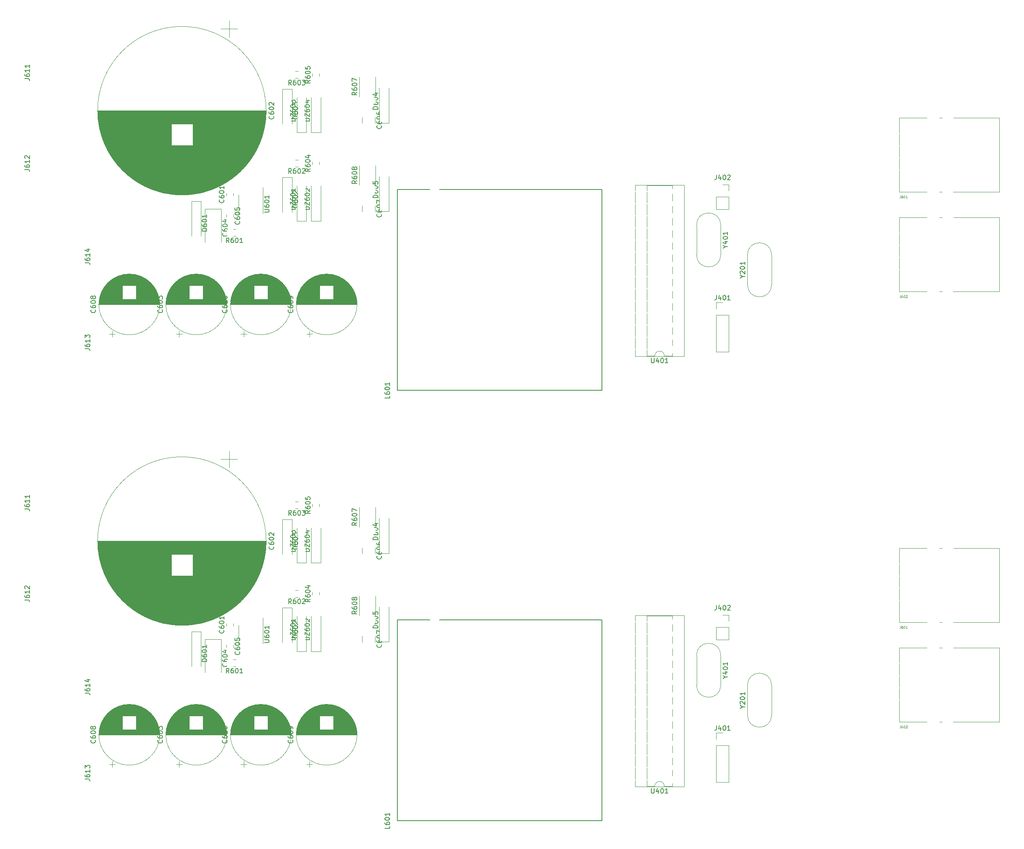
<source format=gbr>
G04 #@! TF.GenerationSoftware,KiCad,Pcbnew,5.1.4*
G04 #@! TF.CreationDate,2019-10-29T22:35:45-03:00*
G04 #@! TF.ProjectId,MCB19_panel,4d434231-395f-4706-916e-656c2e6b6963,rev?*
G04 #@! TF.SameCoordinates,Original*
G04 #@! TF.FileFunction,Legend,Top*
G04 #@! TF.FilePolarity,Positive*
%FSLAX46Y46*%
G04 Gerber Fmt 4.6, Leading zero omitted, Abs format (unit mm)*
G04 Created by KiCad (PCBNEW 5.1.4) date 2019-10-29 22:35:45*
%MOMM*%
%LPD*%
G04 APERTURE LIST*
%ADD10C,0.120000*%
%ADD11C,0.150000*%
%ADD12C,0.100000*%
%ADD13C,10.600000*%
%ADD14C,0.900000*%
%ADD15C,1.350000*%
%ADD16C,1.525000*%
%ADD17O,2.500000X1.600000*%
%ADD18R,2.500000X1.600000*%
%ADD19C,2.500000*%
%ADD20C,3.650000*%
%ADD21O,1.700000X1.700000*%
%ADD22R,1.700000X1.700000*%
%ADD23C,1.150000*%
%ADD24R,4.000000X4.000000*%
%ADD25C,4.000000*%
%ADD26R,2.400000X2.400000*%
%ADD27C,2.400000*%
%ADD28C,2.250000*%
%ADD29R,1.700000X3.300000*%
%ADD30C,10.599999*%
%ADD31C,5.000000*%
%ADD32O,4.500000X2.500000*%
%ADD33R,4.500000X2.500000*%
%ADD34O,3.600000X3.600000*%
%ADD35C,1.425000*%
%ADD36C,0.600000*%
G04 APERTURE END LIST*
D10*
X117670000Y-128412064D02*
X117670000Y-124307936D01*
X121090000Y-128412064D02*
X121090000Y-124307936D01*
X117670000Y-146912064D02*
X117670000Y-142807936D01*
X121090000Y-146912064D02*
X121090000Y-142807936D01*
X188201000Y-161509000D02*
G75*
G03X193251000Y-161509000I2525000J0D01*
G01*
X188201000Y-155259000D02*
G75*
G02X193251000Y-155259000I2525000J0D01*
G01*
X188201000Y-155259000D02*
X188201000Y-161509000D01*
X193251000Y-155259000D02*
X193251000Y-161509000D01*
X203889000Y-161511000D02*
G75*
G03X198839000Y-161511000I-2525000J0D01*
G01*
X203889000Y-167761000D02*
G75*
G02X198839000Y-167761000I-2525000J0D01*
G01*
X203889000Y-167761000D02*
X203889000Y-161511000D01*
X198839000Y-167761000D02*
X198839000Y-161511000D01*
X192300000Y-171490000D02*
X193630000Y-171490000D01*
X192300000Y-172820000D02*
X192300000Y-171490000D01*
X192300000Y-174090000D02*
X194960000Y-174090000D01*
X194960000Y-174090000D02*
X194960000Y-181770000D01*
X192300000Y-174090000D02*
X192300000Y-181770000D01*
X192300000Y-181770000D02*
X194960000Y-181770000D01*
X241868000Y-169181000D02*
X251507000Y-169183000D01*
X241878000Y-153681000D02*
X251507000Y-153681000D01*
X230548000Y-169181000D02*
X239548000Y-169181000D01*
X230548000Y-153681000D02*
X230548000Y-169181000D01*
X230548000Y-153681000D02*
X239538000Y-153681000D01*
X251498000Y-169181000D02*
X251498000Y-153681000D01*
X241864000Y-148326000D02*
X251503000Y-148328000D01*
X241874000Y-132826000D02*
X251503000Y-132826000D01*
X230544000Y-148326000D02*
X239544000Y-148326000D01*
X230544000Y-132826000D02*
X230544000Y-148326000D01*
X230544000Y-132826000D02*
X239534000Y-132826000D01*
X251494000Y-148326000D02*
X251494000Y-132826000D01*
X175330000Y-182700000D02*
X185610000Y-182700000D01*
X175330000Y-146900000D02*
X175330000Y-182700000D01*
X185610000Y-146900000D02*
X175330000Y-146900000D01*
X185610000Y-182700000D02*
X185610000Y-146900000D01*
X177820000Y-182640000D02*
X179470000Y-182640000D01*
X177820000Y-146960000D02*
X177820000Y-182640000D01*
X183120000Y-146960000D02*
X177820000Y-146960000D01*
X183120000Y-182640000D02*
X183120000Y-146960000D01*
X181470000Y-182640000D02*
X183120000Y-182640000D01*
X179470000Y-182640000D02*
G75*
G02X181470000Y-182640000I1000000J0D01*
G01*
X193630000Y-146780000D02*
X194960000Y-146780000D01*
X194960000Y-146780000D02*
X194960000Y-148110000D01*
X194960000Y-149380000D02*
X194960000Y-151980000D01*
X192300000Y-151980000D02*
X194960000Y-151980000D01*
X192300000Y-149380000D02*
X192300000Y-151980000D01*
X192300000Y-149380000D02*
X194960000Y-149380000D01*
X89920000Y-149121252D02*
X89920000Y-148598748D01*
X91340000Y-149121252D02*
X91340000Y-148598748D01*
X98250000Y-131360000D02*
G75*
G03X98250000Y-131360000I-17620000J0D01*
G01*
X98210000Y-131360000D02*
X63050000Y-131360000D01*
X98210000Y-131400000D02*
X63050000Y-131400000D01*
X98210000Y-131440000D02*
X63050000Y-131440000D01*
X98210000Y-131480000D02*
X63050000Y-131480000D01*
X98210000Y-131520000D02*
X63050000Y-131520000D01*
X98209000Y-131560000D02*
X63051000Y-131560000D01*
X98209000Y-131600000D02*
X63051000Y-131600000D01*
X98208000Y-131640000D02*
X63052000Y-131640000D01*
X98208000Y-131680000D02*
X63052000Y-131680000D01*
X98207000Y-131720000D02*
X63053000Y-131720000D01*
X98206000Y-131760000D02*
X63054000Y-131760000D01*
X98205000Y-131800000D02*
X63055000Y-131800000D01*
X98204000Y-131840000D02*
X63056000Y-131840000D01*
X98203000Y-131880000D02*
X63057000Y-131880000D01*
X98202000Y-131920000D02*
X63058000Y-131920000D01*
X98200000Y-131960000D02*
X63060000Y-131960000D01*
X98199000Y-132000000D02*
X63061000Y-132000000D01*
X98197000Y-132040000D02*
X63063000Y-132040000D01*
X98196000Y-132081000D02*
X63064000Y-132081000D01*
X98194000Y-132121000D02*
X63066000Y-132121000D01*
X98192000Y-132161000D02*
X63068000Y-132161000D01*
X98190000Y-132201000D02*
X63070000Y-132201000D01*
X98189000Y-132241000D02*
X63071000Y-132241000D01*
X98186000Y-132281000D02*
X63074000Y-132281000D01*
X98184000Y-132321000D02*
X63076000Y-132321000D01*
X98182000Y-132361000D02*
X63078000Y-132361000D01*
X98180000Y-132401000D02*
X63080000Y-132401000D01*
X98177000Y-132441000D02*
X63083000Y-132441000D01*
X98175000Y-132481000D02*
X63085000Y-132481000D01*
X98172000Y-132521000D02*
X63088000Y-132521000D01*
X98170000Y-132561000D02*
X63090000Y-132561000D01*
X98167000Y-132601000D02*
X63093000Y-132601000D01*
X98164000Y-132641000D02*
X63096000Y-132641000D01*
X98161000Y-132681000D02*
X63099000Y-132681000D01*
X98158000Y-132721000D02*
X63102000Y-132721000D01*
X98155000Y-132761000D02*
X63105000Y-132761000D01*
X98152000Y-132801000D02*
X63108000Y-132801000D01*
X98148000Y-132841000D02*
X63112000Y-132841000D01*
X98145000Y-132881000D02*
X63115000Y-132881000D01*
X98141000Y-132921000D02*
X63119000Y-132921000D01*
X98138000Y-132961000D02*
X63122000Y-132961000D01*
X98134000Y-133001000D02*
X63126000Y-133001000D01*
X98130000Y-133041000D02*
X63130000Y-133041000D01*
X98126000Y-133081000D02*
X63134000Y-133081000D01*
X98122000Y-133121000D02*
X63138000Y-133121000D01*
X98118000Y-133161000D02*
X63142000Y-133161000D01*
X98114000Y-133201000D02*
X63146000Y-133201000D01*
X98110000Y-133241000D02*
X63150000Y-133241000D01*
X98106000Y-133281000D02*
X63154000Y-133281000D01*
X98101000Y-133321000D02*
X63159000Y-133321000D01*
X98097000Y-133361000D02*
X63163000Y-133361000D01*
X98092000Y-133401000D02*
X63168000Y-133401000D01*
X98087000Y-133441000D02*
X63173000Y-133441000D01*
X98082000Y-133481000D02*
X63178000Y-133481000D01*
X98078000Y-133521000D02*
X63182000Y-133521000D01*
X98073000Y-133561000D02*
X63187000Y-133561000D01*
X98068000Y-133601000D02*
X63192000Y-133601000D01*
X98062000Y-133641000D02*
X63198000Y-133641000D01*
X98057000Y-133681000D02*
X63203000Y-133681000D01*
X98052000Y-133721000D02*
X63208000Y-133721000D01*
X98046000Y-133761000D02*
X63214000Y-133761000D01*
X98041000Y-133801000D02*
X63219000Y-133801000D01*
X98035000Y-133841000D02*
X63225000Y-133841000D01*
X98029000Y-133881000D02*
X63231000Y-133881000D01*
X98024000Y-133921000D02*
X63236000Y-133921000D01*
X98018000Y-133961000D02*
X63242000Y-133961000D01*
X98012000Y-134001000D02*
X63248000Y-134001000D01*
X98005000Y-134041000D02*
X63255000Y-134041000D01*
X97999000Y-134081000D02*
X63261000Y-134081000D01*
X97993000Y-134121000D02*
X82870000Y-134121000D01*
X78390000Y-134121000D02*
X63267000Y-134121000D01*
X97987000Y-134161000D02*
X82870000Y-134161000D01*
X78390000Y-134161000D02*
X63273000Y-134161000D01*
X97980000Y-134201000D02*
X82870000Y-134201000D01*
X78390000Y-134201000D02*
X63280000Y-134201000D01*
X97974000Y-134241000D02*
X82870000Y-134241000D01*
X78390000Y-134241000D02*
X63286000Y-134241000D01*
X97967000Y-134281000D02*
X82870000Y-134281000D01*
X78390000Y-134281000D02*
X63293000Y-134281000D01*
X97960000Y-134321000D02*
X82870000Y-134321000D01*
X78390000Y-134321000D02*
X63300000Y-134321000D01*
X97953000Y-134361000D02*
X82870000Y-134361000D01*
X78390000Y-134361000D02*
X63307000Y-134361000D01*
X97946000Y-134401000D02*
X82870000Y-134401000D01*
X78390000Y-134401000D02*
X63314000Y-134401000D01*
X97939000Y-134441000D02*
X82870000Y-134441000D01*
X78390000Y-134441000D02*
X63321000Y-134441000D01*
X97932000Y-134481000D02*
X82870000Y-134481000D01*
X78390000Y-134481000D02*
X63328000Y-134481000D01*
X97925000Y-134521000D02*
X82870000Y-134521000D01*
X78390000Y-134521000D02*
X63335000Y-134521000D01*
X97917000Y-134561000D02*
X82870000Y-134561000D01*
X78390000Y-134561000D02*
X63343000Y-134561000D01*
X97910000Y-134601000D02*
X82870000Y-134601000D01*
X78390000Y-134601000D02*
X63350000Y-134601000D01*
X97903000Y-134641000D02*
X82870000Y-134641000D01*
X78390000Y-134641000D02*
X63357000Y-134641000D01*
X97895000Y-134681000D02*
X82870000Y-134681000D01*
X78390000Y-134681000D02*
X63365000Y-134681000D01*
X97887000Y-134721000D02*
X82870000Y-134721000D01*
X78390000Y-134721000D02*
X63373000Y-134721000D01*
X97879000Y-134761000D02*
X82870000Y-134761000D01*
X78390000Y-134761000D02*
X63381000Y-134761000D01*
X97871000Y-134801000D02*
X82870000Y-134801000D01*
X78390000Y-134801000D02*
X63389000Y-134801000D01*
X97863000Y-134841000D02*
X82870000Y-134841000D01*
X78390000Y-134841000D02*
X63397000Y-134841000D01*
X97855000Y-134881000D02*
X82870000Y-134881000D01*
X78390000Y-134881000D02*
X63405000Y-134881000D01*
X97847000Y-134921000D02*
X82870000Y-134921000D01*
X78390000Y-134921000D02*
X63413000Y-134921000D01*
X97839000Y-134961000D02*
X82870000Y-134961000D01*
X78390000Y-134961000D02*
X63421000Y-134961000D01*
X97830000Y-135001000D02*
X82870000Y-135001000D01*
X78390000Y-135001000D02*
X63430000Y-135001000D01*
X97822000Y-135041000D02*
X82870000Y-135041000D01*
X78390000Y-135041000D02*
X63438000Y-135041000D01*
X97813000Y-135081000D02*
X82870000Y-135081000D01*
X78390000Y-135081000D02*
X63447000Y-135081000D01*
X97805000Y-135121000D02*
X82870000Y-135121000D01*
X78390000Y-135121000D02*
X63455000Y-135121000D01*
X97796000Y-135161000D02*
X82870000Y-135161000D01*
X78390000Y-135161000D02*
X63464000Y-135161000D01*
X97787000Y-135201000D02*
X82870000Y-135201000D01*
X78390000Y-135201000D02*
X63473000Y-135201000D01*
X97778000Y-135241000D02*
X82870000Y-135241000D01*
X78390000Y-135241000D02*
X63482000Y-135241000D01*
X97769000Y-135281000D02*
X82870000Y-135281000D01*
X78390000Y-135281000D02*
X63491000Y-135281000D01*
X97760000Y-135321000D02*
X82870000Y-135321000D01*
X78390000Y-135321000D02*
X63500000Y-135321000D01*
X97750000Y-135361000D02*
X82870000Y-135361000D01*
X78390000Y-135361000D02*
X63510000Y-135361000D01*
X97741000Y-135401000D02*
X82870000Y-135401000D01*
X78390000Y-135401000D02*
X63519000Y-135401000D01*
X97732000Y-135441000D02*
X82870000Y-135441000D01*
X78390000Y-135441000D02*
X63528000Y-135441000D01*
X97722000Y-135481000D02*
X82870000Y-135481000D01*
X78390000Y-135481000D02*
X63538000Y-135481000D01*
X97712000Y-135521000D02*
X82870000Y-135521000D01*
X78390000Y-135521000D02*
X63548000Y-135521000D01*
X97703000Y-135561000D02*
X82870000Y-135561000D01*
X78390000Y-135561000D02*
X63557000Y-135561000D01*
X97693000Y-135601000D02*
X82870000Y-135601000D01*
X78390000Y-135601000D02*
X63567000Y-135601000D01*
X97683000Y-135641000D02*
X82870000Y-135641000D01*
X78390000Y-135641000D02*
X63577000Y-135641000D01*
X97673000Y-135681000D02*
X82870000Y-135681000D01*
X78390000Y-135681000D02*
X63587000Y-135681000D01*
X97663000Y-135721000D02*
X82870000Y-135721000D01*
X78390000Y-135721000D02*
X63597000Y-135721000D01*
X97652000Y-135761000D02*
X82870000Y-135761000D01*
X78390000Y-135761000D02*
X63608000Y-135761000D01*
X97642000Y-135801000D02*
X82870000Y-135801000D01*
X78390000Y-135801000D02*
X63618000Y-135801000D01*
X97631000Y-135841000D02*
X82870000Y-135841000D01*
X78390000Y-135841000D02*
X63629000Y-135841000D01*
X97621000Y-135881000D02*
X82870000Y-135881000D01*
X78390000Y-135881000D02*
X63639000Y-135881000D01*
X97610000Y-135921000D02*
X82870000Y-135921000D01*
X78390000Y-135921000D02*
X63650000Y-135921000D01*
X97599000Y-135961000D02*
X82870000Y-135961000D01*
X78390000Y-135961000D02*
X63661000Y-135961000D01*
X97589000Y-136001000D02*
X82870000Y-136001000D01*
X78390000Y-136001000D02*
X63671000Y-136001000D01*
X97578000Y-136041000D02*
X82870000Y-136041000D01*
X78390000Y-136041000D02*
X63682000Y-136041000D01*
X97567000Y-136081000D02*
X82870000Y-136081000D01*
X78390000Y-136081000D02*
X63693000Y-136081000D01*
X97555000Y-136121000D02*
X82870000Y-136121000D01*
X78390000Y-136121000D02*
X63705000Y-136121000D01*
X97544000Y-136161000D02*
X82870000Y-136161000D01*
X78390000Y-136161000D02*
X63716000Y-136161000D01*
X97533000Y-136201000D02*
X82870000Y-136201000D01*
X78390000Y-136201000D02*
X63727000Y-136201000D01*
X97521000Y-136241000D02*
X82870000Y-136241000D01*
X78390000Y-136241000D02*
X63739000Y-136241000D01*
X97510000Y-136281000D02*
X82870000Y-136281000D01*
X78390000Y-136281000D02*
X63750000Y-136281000D01*
X97498000Y-136321000D02*
X82870000Y-136321000D01*
X78390000Y-136321000D02*
X63762000Y-136321000D01*
X97486000Y-136361000D02*
X82870000Y-136361000D01*
X78390000Y-136361000D02*
X63774000Y-136361000D01*
X97474000Y-136401000D02*
X82870000Y-136401000D01*
X78390000Y-136401000D02*
X63786000Y-136401000D01*
X97462000Y-136441000D02*
X82870000Y-136441000D01*
X78390000Y-136441000D02*
X63798000Y-136441000D01*
X97450000Y-136481000D02*
X82870000Y-136481000D01*
X78390000Y-136481000D02*
X63810000Y-136481000D01*
X97438000Y-136521000D02*
X82870000Y-136521000D01*
X78390000Y-136521000D02*
X63822000Y-136521000D01*
X97426000Y-136561000D02*
X82870000Y-136561000D01*
X78390000Y-136561000D02*
X63834000Y-136561000D01*
X97413000Y-136601000D02*
X82870000Y-136601000D01*
X78390000Y-136601000D02*
X63847000Y-136601000D01*
X97401000Y-136641000D02*
X82870000Y-136641000D01*
X78390000Y-136641000D02*
X63859000Y-136641000D01*
X97388000Y-136681000D02*
X82870000Y-136681000D01*
X78390000Y-136681000D02*
X63872000Y-136681000D01*
X97375000Y-136721000D02*
X82870000Y-136721000D01*
X78390000Y-136721000D02*
X63885000Y-136721000D01*
X97363000Y-136761000D02*
X82870000Y-136761000D01*
X78390000Y-136761000D02*
X63897000Y-136761000D01*
X97350000Y-136801000D02*
X82870000Y-136801000D01*
X78390000Y-136801000D02*
X63910000Y-136801000D01*
X97337000Y-136841000D02*
X82870000Y-136841000D01*
X78390000Y-136841000D02*
X63923000Y-136841000D01*
X97324000Y-136881000D02*
X82870000Y-136881000D01*
X78390000Y-136881000D02*
X63936000Y-136881000D01*
X97310000Y-136921000D02*
X82870000Y-136921000D01*
X78390000Y-136921000D02*
X63950000Y-136921000D01*
X97297000Y-136961000D02*
X82870000Y-136961000D01*
X78390000Y-136961000D02*
X63963000Y-136961000D01*
X97283000Y-137001000D02*
X82870000Y-137001000D01*
X78390000Y-137001000D02*
X63977000Y-137001000D01*
X97270000Y-137041000D02*
X82870000Y-137041000D01*
X78390000Y-137041000D02*
X63990000Y-137041000D01*
X97256000Y-137081000D02*
X82870000Y-137081000D01*
X78390000Y-137081000D02*
X64004000Y-137081000D01*
X97242000Y-137121000D02*
X82870000Y-137121000D01*
X78390000Y-137121000D02*
X64018000Y-137121000D01*
X97229000Y-137161000D02*
X82870000Y-137161000D01*
X78390000Y-137161000D02*
X64031000Y-137161000D01*
X97215000Y-137201000D02*
X82870000Y-137201000D01*
X78390000Y-137201000D02*
X64045000Y-137201000D01*
X97200000Y-137241000D02*
X82870000Y-137241000D01*
X78390000Y-137241000D02*
X64060000Y-137241000D01*
X97186000Y-137281000D02*
X82870000Y-137281000D01*
X78390000Y-137281000D02*
X64074000Y-137281000D01*
X97172000Y-137321000D02*
X82870000Y-137321000D01*
X78390000Y-137321000D02*
X64088000Y-137321000D01*
X97157000Y-137361000D02*
X82870000Y-137361000D01*
X78390000Y-137361000D02*
X64103000Y-137361000D01*
X97143000Y-137401000D02*
X82870000Y-137401000D01*
X78390000Y-137401000D02*
X64117000Y-137401000D01*
X97128000Y-137441000D02*
X82870000Y-137441000D01*
X78390000Y-137441000D02*
X64132000Y-137441000D01*
X97114000Y-137481000D02*
X82870000Y-137481000D01*
X78390000Y-137481000D02*
X64146000Y-137481000D01*
X97099000Y-137521000D02*
X82870000Y-137521000D01*
X78390000Y-137521000D02*
X64161000Y-137521000D01*
X97084000Y-137561000D02*
X82870000Y-137561000D01*
X78390000Y-137561000D02*
X64176000Y-137561000D01*
X97069000Y-137601000D02*
X82870000Y-137601000D01*
X78390000Y-137601000D02*
X64191000Y-137601000D01*
X97053000Y-137641000D02*
X82870000Y-137641000D01*
X78390000Y-137641000D02*
X64207000Y-137641000D01*
X97038000Y-137681000D02*
X82870000Y-137681000D01*
X78390000Y-137681000D02*
X64222000Y-137681000D01*
X97023000Y-137721000D02*
X82870000Y-137721000D01*
X78390000Y-137721000D02*
X64237000Y-137721000D01*
X97007000Y-137761000D02*
X82870000Y-137761000D01*
X78390000Y-137761000D02*
X64253000Y-137761000D01*
X96991000Y-137801000D02*
X82870000Y-137801000D01*
X78390000Y-137801000D02*
X64269000Y-137801000D01*
X96976000Y-137841000D02*
X82870000Y-137841000D01*
X78390000Y-137841000D02*
X64284000Y-137841000D01*
X96960000Y-137881000D02*
X82870000Y-137881000D01*
X78390000Y-137881000D02*
X64300000Y-137881000D01*
X96944000Y-137921000D02*
X82870000Y-137921000D01*
X78390000Y-137921000D02*
X64316000Y-137921000D01*
X96928000Y-137961000D02*
X82870000Y-137961000D01*
X78390000Y-137961000D02*
X64332000Y-137961000D01*
X96911000Y-138001000D02*
X82870000Y-138001000D01*
X78390000Y-138001000D02*
X64349000Y-138001000D01*
X96895000Y-138041000D02*
X82870000Y-138041000D01*
X78390000Y-138041000D02*
X64365000Y-138041000D01*
X96879000Y-138081000D02*
X82870000Y-138081000D01*
X78390000Y-138081000D02*
X64381000Y-138081000D01*
X96862000Y-138121000D02*
X82870000Y-138121000D01*
X78390000Y-138121000D02*
X64398000Y-138121000D01*
X96845000Y-138161000D02*
X82870000Y-138161000D01*
X78390000Y-138161000D02*
X64415000Y-138161000D01*
X96829000Y-138201000D02*
X82870000Y-138201000D01*
X78390000Y-138201000D02*
X64431000Y-138201000D01*
X96812000Y-138241000D02*
X82870000Y-138241000D01*
X78390000Y-138241000D02*
X64448000Y-138241000D01*
X96795000Y-138281000D02*
X82870000Y-138281000D01*
X78390000Y-138281000D02*
X64465000Y-138281000D01*
X96778000Y-138321000D02*
X82870000Y-138321000D01*
X78390000Y-138321000D02*
X64482000Y-138321000D01*
X96760000Y-138361000D02*
X82870000Y-138361000D01*
X78390000Y-138361000D02*
X64500000Y-138361000D01*
X96743000Y-138401000D02*
X82870000Y-138401000D01*
X78390000Y-138401000D02*
X64517000Y-138401000D01*
X96725000Y-138441000D02*
X82870000Y-138441000D01*
X78390000Y-138441000D02*
X64535000Y-138441000D01*
X96708000Y-138481000D02*
X82870000Y-138481000D01*
X78390000Y-138481000D02*
X64552000Y-138481000D01*
X96690000Y-138521000D02*
X82870000Y-138521000D01*
X78390000Y-138521000D02*
X64570000Y-138521000D01*
X96672000Y-138561000D02*
X82870000Y-138561000D01*
X78390000Y-138561000D02*
X64588000Y-138561000D01*
X96654000Y-138601000D02*
X64606000Y-138601000D01*
X96636000Y-138641000D02*
X64624000Y-138641000D01*
X96618000Y-138681000D02*
X64642000Y-138681000D01*
X96600000Y-138721000D02*
X64660000Y-138721000D01*
X96581000Y-138761000D02*
X64679000Y-138761000D01*
X96563000Y-138801000D02*
X64697000Y-138801000D01*
X96544000Y-138841000D02*
X64716000Y-138841000D01*
X96525000Y-138881000D02*
X64735000Y-138881000D01*
X96506000Y-138921000D02*
X64754000Y-138921000D01*
X96487000Y-138961000D02*
X64773000Y-138961000D01*
X96468000Y-139001000D02*
X64792000Y-139001000D01*
X96449000Y-139041000D02*
X64811000Y-139041000D01*
X96429000Y-139081000D02*
X64831000Y-139081000D01*
X96410000Y-139121000D02*
X64850000Y-139121000D01*
X96390000Y-139161000D02*
X64870000Y-139161000D01*
X96370000Y-139201000D02*
X64890000Y-139201000D01*
X96350000Y-139241000D02*
X64910000Y-139241000D01*
X96330000Y-139281000D02*
X64930000Y-139281000D01*
X96310000Y-139321000D02*
X64950000Y-139321000D01*
X96290000Y-139361000D02*
X64970000Y-139361000D01*
X96269000Y-139401000D02*
X64991000Y-139401000D01*
X96249000Y-139441000D02*
X65011000Y-139441000D01*
X96228000Y-139481000D02*
X65032000Y-139481000D01*
X96207000Y-139521000D02*
X65053000Y-139521000D01*
X96186000Y-139560000D02*
X65074000Y-139560000D01*
X96165000Y-139600000D02*
X65095000Y-139600000D01*
X96144000Y-139640000D02*
X65116000Y-139640000D01*
X96122000Y-139680000D02*
X65138000Y-139680000D01*
X96101000Y-139720000D02*
X65159000Y-139720000D01*
X96079000Y-139760000D02*
X65181000Y-139760000D01*
X96058000Y-139800000D02*
X65202000Y-139800000D01*
X96036000Y-139840000D02*
X65224000Y-139840000D01*
X96014000Y-139880000D02*
X65246000Y-139880000D01*
X95991000Y-139920000D02*
X65269000Y-139920000D01*
X95969000Y-139960000D02*
X65291000Y-139960000D01*
X95947000Y-140000000D02*
X65313000Y-140000000D01*
X95924000Y-140040000D02*
X65336000Y-140040000D01*
X95901000Y-140080000D02*
X65359000Y-140080000D01*
X95879000Y-140120000D02*
X65381000Y-140120000D01*
X95856000Y-140160000D02*
X65404000Y-140160000D01*
X95833000Y-140200000D02*
X65427000Y-140200000D01*
X95809000Y-140240000D02*
X65451000Y-140240000D01*
X95786000Y-140280000D02*
X65474000Y-140280000D01*
X95762000Y-140320000D02*
X65498000Y-140320000D01*
X95739000Y-140360000D02*
X65521000Y-140360000D01*
X95715000Y-140400000D02*
X65545000Y-140400000D01*
X95691000Y-140440000D02*
X65569000Y-140440000D01*
X95667000Y-140480000D02*
X65593000Y-140480000D01*
X95642000Y-140520000D02*
X65618000Y-140520000D01*
X95618000Y-140560000D02*
X65642000Y-140560000D01*
X95593000Y-140600000D02*
X65667000Y-140600000D01*
X95569000Y-140640000D02*
X65691000Y-140640000D01*
X95544000Y-140680000D02*
X65716000Y-140680000D01*
X95519000Y-140720000D02*
X65741000Y-140720000D01*
X95494000Y-140760000D02*
X65766000Y-140760000D01*
X95468000Y-140800000D02*
X65792000Y-140800000D01*
X95443000Y-140840000D02*
X65817000Y-140840000D01*
X95417000Y-140880000D02*
X65843000Y-140880000D01*
X95392000Y-140920000D02*
X65868000Y-140920000D01*
X95366000Y-140960000D02*
X65894000Y-140960000D01*
X95340000Y-141000000D02*
X65920000Y-141000000D01*
X95313000Y-141040000D02*
X65947000Y-141040000D01*
X95287000Y-141080000D02*
X65973000Y-141080000D01*
X95260000Y-141120000D02*
X66000000Y-141120000D01*
X95234000Y-141160000D02*
X66026000Y-141160000D01*
X95207000Y-141200000D02*
X66053000Y-141200000D01*
X95180000Y-141240000D02*
X66080000Y-141240000D01*
X95153000Y-141280000D02*
X66107000Y-141280000D01*
X95125000Y-141320000D02*
X66135000Y-141320000D01*
X95098000Y-141360000D02*
X66162000Y-141360000D01*
X95070000Y-141400000D02*
X66190000Y-141400000D01*
X95042000Y-141440000D02*
X66218000Y-141440000D01*
X95014000Y-141480000D02*
X66246000Y-141480000D01*
X94986000Y-141520000D02*
X66274000Y-141520000D01*
X94958000Y-141560000D02*
X66302000Y-141560000D01*
X94929000Y-141600000D02*
X66331000Y-141600000D01*
X94901000Y-141640000D02*
X66359000Y-141640000D01*
X94872000Y-141680000D02*
X66388000Y-141680000D01*
X94843000Y-141720000D02*
X66417000Y-141720000D01*
X94814000Y-141760000D02*
X66446000Y-141760000D01*
X94785000Y-141800000D02*
X66475000Y-141800000D01*
X94755000Y-141840000D02*
X66505000Y-141840000D01*
X94725000Y-141880000D02*
X66535000Y-141880000D01*
X94695000Y-141920000D02*
X66565000Y-141920000D01*
X94665000Y-141960000D02*
X66595000Y-141960000D01*
X94635000Y-142000000D02*
X66625000Y-142000000D01*
X94605000Y-142040000D02*
X66655000Y-142040000D01*
X94574000Y-142080000D02*
X66686000Y-142080000D01*
X94544000Y-142120000D02*
X66716000Y-142120000D01*
X94513000Y-142160000D02*
X66747000Y-142160000D01*
X94481000Y-142200000D02*
X66779000Y-142200000D01*
X94450000Y-142240000D02*
X66810000Y-142240000D01*
X94419000Y-142280000D02*
X66841000Y-142280000D01*
X94387000Y-142320000D02*
X66873000Y-142320000D01*
X94355000Y-142360000D02*
X66905000Y-142360000D01*
X94323000Y-142400000D02*
X66937000Y-142400000D01*
X94291000Y-142440000D02*
X66969000Y-142440000D01*
X94258000Y-142480000D02*
X67002000Y-142480000D01*
X94226000Y-142520000D02*
X67034000Y-142520000D01*
X94193000Y-142560000D02*
X67067000Y-142560000D01*
X94160000Y-142600000D02*
X67100000Y-142600000D01*
X94127000Y-142640000D02*
X67133000Y-142640000D01*
X94093000Y-142680000D02*
X67167000Y-142680000D01*
X94060000Y-142720000D02*
X67200000Y-142720000D01*
X94026000Y-142760000D02*
X67234000Y-142760000D01*
X93992000Y-142800000D02*
X67268000Y-142800000D01*
X93957000Y-142840000D02*
X67303000Y-142840000D01*
X93923000Y-142880000D02*
X67337000Y-142880000D01*
X93888000Y-142920000D02*
X67372000Y-142920000D01*
X93853000Y-142960000D02*
X67407000Y-142960000D01*
X93818000Y-143000000D02*
X67442000Y-143000000D01*
X93783000Y-143040000D02*
X67477000Y-143040000D01*
X93747000Y-143080000D02*
X67513000Y-143080000D01*
X93712000Y-143120000D02*
X67548000Y-143120000D01*
X93676000Y-143160000D02*
X67584000Y-143160000D01*
X93640000Y-143200000D02*
X67620000Y-143200000D01*
X93603000Y-143240000D02*
X67657000Y-143240000D01*
X93567000Y-143280000D02*
X67693000Y-143280000D01*
X93530000Y-143320000D02*
X67730000Y-143320000D01*
X93493000Y-143360000D02*
X67767000Y-143360000D01*
X93455000Y-143400000D02*
X67805000Y-143400000D01*
X93418000Y-143440000D02*
X67842000Y-143440000D01*
X93380000Y-143480000D02*
X67880000Y-143480000D01*
X93342000Y-143520000D02*
X67918000Y-143520000D01*
X93304000Y-143560000D02*
X67956000Y-143560000D01*
X93265000Y-143600000D02*
X67995000Y-143600000D01*
X93226000Y-143640000D02*
X68034000Y-143640000D01*
X93187000Y-143680000D02*
X68073000Y-143680000D01*
X93148000Y-143720000D02*
X68112000Y-143720000D01*
X93109000Y-143760000D02*
X68151000Y-143760000D01*
X93069000Y-143800000D02*
X68191000Y-143800000D01*
X93029000Y-143840000D02*
X68231000Y-143840000D01*
X92989000Y-143880000D02*
X68271000Y-143880000D01*
X92948000Y-143920000D02*
X68312000Y-143920000D01*
X92907000Y-143960000D02*
X68353000Y-143960000D01*
X92866000Y-144000000D02*
X68394000Y-144000000D01*
X92825000Y-144040000D02*
X68435000Y-144040000D01*
X92783000Y-144080000D02*
X68477000Y-144080000D01*
X92741000Y-144120000D02*
X68519000Y-144120000D01*
X92699000Y-144160000D02*
X68561000Y-144160000D01*
X92657000Y-144200000D02*
X68603000Y-144200000D01*
X92614000Y-144240000D02*
X68646000Y-144240000D01*
X92571000Y-144280000D02*
X68689000Y-144280000D01*
X92528000Y-144320000D02*
X68732000Y-144320000D01*
X92484000Y-144360000D02*
X68776000Y-144360000D01*
X92441000Y-144400000D02*
X68819000Y-144400000D01*
X92396000Y-144440000D02*
X68864000Y-144440000D01*
X92352000Y-144480000D02*
X68908000Y-144480000D01*
X92307000Y-144520000D02*
X68953000Y-144520000D01*
X92262000Y-144560000D02*
X68998000Y-144560000D01*
X92217000Y-144600000D02*
X69043000Y-144600000D01*
X92171000Y-144640000D02*
X69089000Y-144640000D01*
X92125000Y-144680000D02*
X69135000Y-144680000D01*
X92079000Y-144720000D02*
X69181000Y-144720000D01*
X92032000Y-144760000D02*
X69228000Y-144760000D01*
X91985000Y-144800000D02*
X69275000Y-144800000D01*
X91937000Y-144840000D02*
X69323000Y-144840000D01*
X91890000Y-144880000D02*
X69370000Y-144880000D01*
X91842000Y-144920000D02*
X69418000Y-144920000D01*
X91793000Y-144960000D02*
X69467000Y-144960000D01*
X91745000Y-145000000D02*
X69515000Y-145000000D01*
X91696000Y-145040000D02*
X69564000Y-145040000D01*
X91646000Y-145080000D02*
X69614000Y-145080000D01*
X91596000Y-145120000D02*
X69664000Y-145120000D01*
X91546000Y-145160000D02*
X69714000Y-145160000D01*
X91495000Y-145200000D02*
X69765000Y-145200000D01*
X91445000Y-145240000D02*
X69815000Y-145240000D01*
X91393000Y-145280000D02*
X69867000Y-145280000D01*
X91341000Y-145320000D02*
X69919000Y-145320000D01*
X91289000Y-145360000D02*
X69971000Y-145360000D01*
X91237000Y-145400000D02*
X70023000Y-145400000D01*
X91184000Y-145440000D02*
X70076000Y-145440000D01*
X91130000Y-145480000D02*
X70130000Y-145480000D01*
X91077000Y-145520000D02*
X70183000Y-145520000D01*
X91022000Y-145560000D02*
X70238000Y-145560000D01*
X90968000Y-145600000D02*
X70292000Y-145600000D01*
X90913000Y-145640000D02*
X70347000Y-145640000D01*
X90857000Y-145680000D02*
X70403000Y-145680000D01*
X90801000Y-145720000D02*
X70459000Y-145720000D01*
X90745000Y-145760000D02*
X70515000Y-145760000D01*
X90688000Y-145800000D02*
X70572000Y-145800000D01*
X90630000Y-145840000D02*
X70630000Y-145840000D01*
X90572000Y-145880000D02*
X70688000Y-145880000D01*
X90514000Y-145920000D02*
X70746000Y-145920000D01*
X90455000Y-145960000D02*
X70805000Y-145960000D01*
X90395000Y-146000000D02*
X70865000Y-146000000D01*
X90335000Y-146040000D02*
X70925000Y-146040000D01*
X90275000Y-146080000D02*
X70985000Y-146080000D01*
X90214000Y-146120000D02*
X71046000Y-146120000D01*
X90152000Y-146160000D02*
X71108000Y-146160000D01*
X90090000Y-146200000D02*
X71170000Y-146200000D01*
X90027000Y-146240000D02*
X71233000Y-146240000D01*
X89964000Y-146280000D02*
X71296000Y-146280000D01*
X89900000Y-146320000D02*
X71360000Y-146320000D01*
X89835000Y-146360000D02*
X71425000Y-146360000D01*
X89770000Y-146400000D02*
X71490000Y-146400000D01*
X89704000Y-146440000D02*
X71556000Y-146440000D01*
X89638000Y-146480000D02*
X71622000Y-146480000D01*
X89570000Y-146520000D02*
X71690000Y-146520000D01*
X89503000Y-146560000D02*
X71757000Y-146560000D01*
X89434000Y-146600000D02*
X71826000Y-146600000D01*
X89365000Y-146640000D02*
X71895000Y-146640000D01*
X89295000Y-146680000D02*
X71965000Y-146680000D01*
X89224000Y-146720000D02*
X72036000Y-146720000D01*
X89152000Y-146760000D02*
X72108000Y-146760000D01*
X89080000Y-146800000D02*
X72180000Y-146800000D01*
X89007000Y-146840000D02*
X72253000Y-146840000D01*
X88933000Y-146880000D02*
X72327000Y-146880000D01*
X88858000Y-146920000D02*
X72402000Y-146920000D01*
X88782000Y-146960000D02*
X72478000Y-146960000D01*
X88706000Y-147000000D02*
X72554000Y-147000000D01*
X88628000Y-147040000D02*
X72632000Y-147040000D01*
X88550000Y-147080000D02*
X72710000Y-147080000D01*
X88470000Y-147120000D02*
X72790000Y-147120000D01*
X88389000Y-147160000D02*
X72871000Y-147160000D01*
X88308000Y-147200000D02*
X72952000Y-147200000D01*
X88225000Y-147240000D02*
X73035000Y-147240000D01*
X88142000Y-147280000D02*
X73118000Y-147280000D01*
X88057000Y-147320000D02*
X73203000Y-147320000D01*
X87971000Y-147360000D02*
X73289000Y-147360000D01*
X87883000Y-147400000D02*
X73377000Y-147400000D01*
X87795000Y-147440000D02*
X73465000Y-147440000D01*
X87705000Y-147480000D02*
X73555000Y-147480000D01*
X87613000Y-147520000D02*
X73647000Y-147520000D01*
X87520000Y-147560000D02*
X73740000Y-147560000D01*
X87426000Y-147600000D02*
X73834000Y-147600000D01*
X87330000Y-147640000D02*
X73930000Y-147640000D01*
X87233000Y-147680000D02*
X74027000Y-147680000D01*
X87134000Y-147720000D02*
X74126000Y-147720000D01*
X87033000Y-147760000D02*
X74227000Y-147760000D01*
X86930000Y-147800000D02*
X74330000Y-147800000D01*
X86825000Y-147840000D02*
X74435000Y-147840000D01*
X86719000Y-147880000D02*
X74541000Y-147880000D01*
X86610000Y-147920000D02*
X74650000Y-147920000D01*
X86498000Y-147960000D02*
X74762000Y-147960000D01*
X86385000Y-148000000D02*
X74875000Y-148000000D01*
X86269000Y-148040000D02*
X74991000Y-148040000D01*
X86150000Y-148080000D02*
X75110000Y-148080000D01*
X86028000Y-148120000D02*
X75232000Y-148120000D01*
X85903000Y-148160000D02*
X75357000Y-148160000D01*
X85775000Y-148200000D02*
X75485000Y-148200000D01*
X85643000Y-148240000D02*
X75617000Y-148240000D01*
X85508000Y-148280000D02*
X75752000Y-148280000D01*
X85368000Y-148320000D02*
X75892000Y-148320000D01*
X85223000Y-148360000D02*
X76037000Y-148360000D01*
X85074000Y-148400000D02*
X76186000Y-148400000D01*
X84919000Y-148440000D02*
X76341000Y-148440000D01*
X84758000Y-148480000D02*
X76502000Y-148480000D01*
X84590000Y-148520000D02*
X76670000Y-148520000D01*
X84415000Y-148560000D02*
X76845000Y-148560000D01*
X84230000Y-148600000D02*
X77030000Y-148600000D01*
X84035000Y-148640000D02*
X77225000Y-148640000D01*
X83828000Y-148680000D02*
X77432000Y-148680000D01*
X83606000Y-148720000D02*
X77654000Y-148720000D01*
X83366000Y-148760000D02*
X77894000Y-148760000D01*
X83103000Y-148800000D02*
X78157000Y-148800000D01*
X82807000Y-148840000D02*
X78453000Y-148840000D01*
X82465000Y-148880000D02*
X78795000Y-148880000D01*
X82043000Y-148920000D02*
X79217000Y-148920000D01*
X81430000Y-148960000D02*
X79830000Y-148960000D01*
X90505000Y-112505998D02*
X90505000Y-116005998D01*
X92255000Y-114255998D02*
X88755000Y-114255998D01*
X90000000Y-171860000D02*
G75*
G03X90000000Y-171860000I-6370000J0D01*
G01*
X77300000Y-171860000D02*
X89960000Y-171860000D01*
X77300000Y-171820000D02*
X89960000Y-171820000D01*
X77300000Y-171780000D02*
X89960000Y-171780000D01*
X77301000Y-171740000D02*
X89959000Y-171740000D01*
X77302000Y-171700000D02*
X89958000Y-171700000D01*
X77303000Y-171660000D02*
X89957000Y-171660000D01*
X77304000Y-171620000D02*
X89956000Y-171620000D01*
X77306000Y-171580000D02*
X89954000Y-171580000D01*
X77308000Y-171540000D02*
X89952000Y-171540000D01*
X77310000Y-171500000D02*
X89950000Y-171500000D01*
X77312000Y-171460000D02*
X89948000Y-171460000D01*
X77315000Y-171420000D02*
X89945000Y-171420000D01*
X77318000Y-171380000D02*
X89942000Y-171380000D01*
X77321000Y-171340000D02*
X89939000Y-171340000D01*
X77324000Y-171300000D02*
X89936000Y-171300000D01*
X77328000Y-171260000D02*
X89932000Y-171260000D01*
X77332000Y-171220000D02*
X89928000Y-171220000D01*
X77336000Y-171180000D02*
X89924000Y-171180000D01*
X77340000Y-171139000D02*
X89920000Y-171139000D01*
X77345000Y-171099000D02*
X89915000Y-171099000D01*
X77350000Y-171059000D02*
X89910000Y-171059000D01*
X77355000Y-171019000D02*
X89905000Y-171019000D01*
X77361000Y-170979000D02*
X89899000Y-170979000D01*
X77366000Y-170939000D02*
X89894000Y-170939000D01*
X77372000Y-170899000D02*
X89888000Y-170899000D01*
X77378000Y-170859000D02*
X89882000Y-170859000D01*
X77385000Y-170819000D02*
X89875000Y-170819000D01*
X77392000Y-170779000D02*
X82190000Y-170779000D01*
X85070000Y-170779000D02*
X89868000Y-170779000D01*
X77399000Y-170739000D02*
X82190000Y-170739000D01*
X85070000Y-170739000D02*
X89861000Y-170739000D01*
X77406000Y-170699000D02*
X82190000Y-170699000D01*
X85070000Y-170699000D02*
X89854000Y-170699000D01*
X77414000Y-170659000D02*
X82190000Y-170659000D01*
X85070000Y-170659000D02*
X89846000Y-170659000D01*
X77421000Y-170619000D02*
X82190000Y-170619000D01*
X85070000Y-170619000D02*
X89839000Y-170619000D01*
X77429000Y-170579000D02*
X82190000Y-170579000D01*
X85070000Y-170579000D02*
X89831000Y-170579000D01*
X77438000Y-170539000D02*
X82190000Y-170539000D01*
X85070000Y-170539000D02*
X89822000Y-170539000D01*
X77446000Y-170499000D02*
X82190000Y-170499000D01*
X85070000Y-170499000D02*
X89814000Y-170499000D01*
X77455000Y-170459000D02*
X82190000Y-170459000D01*
X85070000Y-170459000D02*
X89805000Y-170459000D01*
X77464000Y-170419000D02*
X82190000Y-170419000D01*
X85070000Y-170419000D02*
X89796000Y-170419000D01*
X77474000Y-170379000D02*
X82190000Y-170379000D01*
X85070000Y-170379000D02*
X89786000Y-170379000D01*
X77484000Y-170339000D02*
X82190000Y-170339000D01*
X85070000Y-170339000D02*
X89776000Y-170339000D01*
X77493000Y-170299000D02*
X82190000Y-170299000D01*
X85070000Y-170299000D02*
X89767000Y-170299000D01*
X77504000Y-170259000D02*
X82190000Y-170259000D01*
X85070000Y-170259000D02*
X89756000Y-170259000D01*
X77514000Y-170219000D02*
X82190000Y-170219000D01*
X85070000Y-170219000D02*
X89746000Y-170219000D01*
X77525000Y-170179000D02*
X82190000Y-170179000D01*
X85070000Y-170179000D02*
X89735000Y-170179000D01*
X77536000Y-170139000D02*
X82190000Y-170139000D01*
X85070000Y-170139000D02*
X89724000Y-170139000D01*
X77547000Y-170099000D02*
X82190000Y-170099000D01*
X85070000Y-170099000D02*
X89713000Y-170099000D01*
X77559000Y-170059000D02*
X82190000Y-170059000D01*
X85070000Y-170059000D02*
X89701000Y-170059000D01*
X77571000Y-170019000D02*
X82190000Y-170019000D01*
X85070000Y-170019000D02*
X89689000Y-170019000D01*
X77583000Y-169979000D02*
X82190000Y-169979000D01*
X85070000Y-169979000D02*
X89677000Y-169979000D01*
X77596000Y-169939000D02*
X82190000Y-169939000D01*
X85070000Y-169939000D02*
X89664000Y-169939000D01*
X77609000Y-169899000D02*
X82190000Y-169899000D01*
X85070000Y-169899000D02*
X89651000Y-169899000D01*
X77622000Y-169859000D02*
X82190000Y-169859000D01*
X85070000Y-169859000D02*
X89638000Y-169859000D01*
X77635000Y-169819000D02*
X82190000Y-169819000D01*
X85070000Y-169819000D02*
X89625000Y-169819000D01*
X77649000Y-169779000D02*
X82190000Y-169779000D01*
X85070000Y-169779000D02*
X89611000Y-169779000D01*
X77663000Y-169739000D02*
X82190000Y-169739000D01*
X85070000Y-169739000D02*
X89597000Y-169739000D01*
X77677000Y-169699000D02*
X82190000Y-169699000D01*
X85070000Y-169699000D02*
X89583000Y-169699000D01*
X77691000Y-169659000D02*
X82190000Y-169659000D01*
X85070000Y-169659000D02*
X89569000Y-169659000D01*
X77706000Y-169619000D02*
X82190000Y-169619000D01*
X85070000Y-169619000D02*
X89554000Y-169619000D01*
X77722000Y-169579000D02*
X82190000Y-169579000D01*
X85070000Y-169579000D02*
X89538000Y-169579000D01*
X77737000Y-169539000D02*
X82190000Y-169539000D01*
X85070000Y-169539000D02*
X89523000Y-169539000D01*
X77753000Y-169499000D02*
X82190000Y-169499000D01*
X85070000Y-169499000D02*
X89507000Y-169499000D01*
X77769000Y-169459000D02*
X82190000Y-169459000D01*
X85070000Y-169459000D02*
X89491000Y-169459000D01*
X77785000Y-169419000D02*
X82190000Y-169419000D01*
X85070000Y-169419000D02*
X89475000Y-169419000D01*
X77802000Y-169379000D02*
X82190000Y-169379000D01*
X85070000Y-169379000D02*
X89458000Y-169379000D01*
X77819000Y-169339000D02*
X82190000Y-169339000D01*
X85070000Y-169339000D02*
X89441000Y-169339000D01*
X77837000Y-169299000D02*
X82190000Y-169299000D01*
X85070000Y-169299000D02*
X89423000Y-169299000D01*
X77854000Y-169259000D02*
X82190000Y-169259000D01*
X85070000Y-169259000D02*
X89406000Y-169259000D01*
X77872000Y-169219000D02*
X82190000Y-169219000D01*
X85070000Y-169219000D02*
X89388000Y-169219000D01*
X77891000Y-169179000D02*
X82190000Y-169179000D01*
X85070000Y-169179000D02*
X89369000Y-169179000D01*
X77909000Y-169139000D02*
X82190000Y-169139000D01*
X85070000Y-169139000D02*
X89351000Y-169139000D01*
X77928000Y-169099000D02*
X82190000Y-169099000D01*
X85070000Y-169099000D02*
X89332000Y-169099000D01*
X77948000Y-169059000D02*
X82190000Y-169059000D01*
X85070000Y-169059000D02*
X89312000Y-169059000D01*
X77968000Y-169019000D02*
X82190000Y-169019000D01*
X85070000Y-169019000D02*
X89292000Y-169019000D01*
X77988000Y-168979000D02*
X82190000Y-168979000D01*
X85070000Y-168979000D02*
X89272000Y-168979000D01*
X78008000Y-168939000D02*
X82190000Y-168939000D01*
X85070000Y-168939000D02*
X89252000Y-168939000D01*
X78029000Y-168899000D02*
X82190000Y-168899000D01*
X85070000Y-168899000D02*
X89231000Y-168899000D01*
X78050000Y-168859000D02*
X82190000Y-168859000D01*
X85070000Y-168859000D02*
X89210000Y-168859000D01*
X78072000Y-168819000D02*
X82190000Y-168819000D01*
X85070000Y-168819000D02*
X89188000Y-168819000D01*
X78094000Y-168779000D02*
X82190000Y-168779000D01*
X85070000Y-168779000D02*
X89166000Y-168779000D01*
X78116000Y-168739000D02*
X82190000Y-168739000D01*
X85070000Y-168739000D02*
X89144000Y-168739000D01*
X78139000Y-168699000D02*
X82190000Y-168699000D01*
X85070000Y-168699000D02*
X89121000Y-168699000D01*
X78162000Y-168659000D02*
X82190000Y-168659000D01*
X85070000Y-168659000D02*
X89098000Y-168659000D01*
X78185000Y-168619000D02*
X82190000Y-168619000D01*
X85070000Y-168619000D02*
X89075000Y-168619000D01*
X78209000Y-168579000D02*
X82190000Y-168579000D01*
X85070000Y-168579000D02*
X89051000Y-168579000D01*
X78233000Y-168539000D02*
X82190000Y-168539000D01*
X85070000Y-168539000D02*
X89027000Y-168539000D01*
X78258000Y-168499000D02*
X82190000Y-168499000D01*
X85070000Y-168499000D02*
X89002000Y-168499000D01*
X78283000Y-168459000D02*
X82190000Y-168459000D01*
X85070000Y-168459000D02*
X88977000Y-168459000D01*
X78308000Y-168419000D02*
X82190000Y-168419000D01*
X85070000Y-168419000D02*
X88952000Y-168419000D01*
X78334000Y-168379000D02*
X82190000Y-168379000D01*
X85070000Y-168379000D02*
X88926000Y-168379000D01*
X78360000Y-168339000D02*
X82190000Y-168339000D01*
X85070000Y-168339000D02*
X88900000Y-168339000D01*
X78387000Y-168299000D02*
X82190000Y-168299000D01*
X85070000Y-168299000D02*
X88873000Y-168299000D01*
X78414000Y-168259000D02*
X82190000Y-168259000D01*
X85070000Y-168259000D02*
X88846000Y-168259000D01*
X78442000Y-168219000D02*
X82190000Y-168219000D01*
X85070000Y-168219000D02*
X88818000Y-168219000D01*
X78470000Y-168179000D02*
X82190000Y-168179000D01*
X85070000Y-168179000D02*
X88790000Y-168179000D01*
X78499000Y-168139000D02*
X82190000Y-168139000D01*
X85070000Y-168139000D02*
X88761000Y-168139000D01*
X78528000Y-168099000D02*
X82190000Y-168099000D01*
X85070000Y-168099000D02*
X88732000Y-168099000D01*
X78557000Y-168059000D02*
X82190000Y-168059000D01*
X85070000Y-168059000D02*
X88703000Y-168059000D01*
X78587000Y-168019000D02*
X82190000Y-168019000D01*
X85070000Y-168019000D02*
X88673000Y-168019000D01*
X78618000Y-167979000D02*
X82190000Y-167979000D01*
X85070000Y-167979000D02*
X88642000Y-167979000D01*
X78648000Y-167939000D02*
X82190000Y-167939000D01*
X85070000Y-167939000D02*
X88612000Y-167939000D01*
X78680000Y-167899000D02*
X88580000Y-167899000D01*
X78712000Y-167859000D02*
X88548000Y-167859000D01*
X78745000Y-167819000D02*
X88515000Y-167819000D01*
X78778000Y-167779000D02*
X88482000Y-167779000D01*
X78811000Y-167739000D02*
X88449000Y-167739000D01*
X78845000Y-167699000D02*
X88415000Y-167699000D01*
X78880000Y-167659000D02*
X88380000Y-167659000D01*
X78916000Y-167619000D02*
X88344000Y-167619000D01*
X78952000Y-167579000D02*
X88308000Y-167579000D01*
X78988000Y-167539000D02*
X88272000Y-167539000D01*
X79025000Y-167499000D02*
X88235000Y-167499000D01*
X79063000Y-167459000D02*
X88197000Y-167459000D01*
X79102000Y-167419000D02*
X88158000Y-167419000D01*
X79141000Y-167379000D02*
X88119000Y-167379000D01*
X79181000Y-167339000D02*
X88079000Y-167339000D01*
X79222000Y-167299000D02*
X88038000Y-167299000D01*
X79263000Y-167259000D02*
X87997000Y-167259000D01*
X79305000Y-167219000D02*
X87955000Y-167219000D01*
X79348000Y-167179000D02*
X87912000Y-167179000D01*
X79392000Y-167139000D02*
X87868000Y-167139000D01*
X79436000Y-167099000D02*
X87824000Y-167099000D01*
X79482000Y-167059000D02*
X87778000Y-167059000D01*
X79528000Y-167019000D02*
X87732000Y-167019000D01*
X79575000Y-166979000D02*
X87685000Y-166979000D01*
X79623000Y-166939000D02*
X87637000Y-166939000D01*
X79673000Y-166899000D02*
X87587000Y-166899000D01*
X79723000Y-166859000D02*
X87537000Y-166859000D01*
X79774000Y-166819000D02*
X87486000Y-166819000D01*
X79826000Y-166779000D02*
X87434000Y-166779000D01*
X79880000Y-166739000D02*
X87380000Y-166739000D01*
X79934000Y-166699000D02*
X87326000Y-166699000D01*
X79990000Y-166659000D02*
X87270000Y-166659000D01*
X80047000Y-166619000D02*
X87213000Y-166619000D01*
X80106000Y-166579000D02*
X87154000Y-166579000D01*
X80166000Y-166539000D02*
X87094000Y-166539000D01*
X80228000Y-166499000D02*
X87032000Y-166499000D01*
X80291000Y-166459000D02*
X86969000Y-166459000D01*
X80355000Y-166419000D02*
X86905000Y-166419000D01*
X80422000Y-166379000D02*
X86838000Y-166379000D01*
X80490000Y-166339000D02*
X86770000Y-166339000D01*
X80561000Y-166299000D02*
X86699000Y-166299000D01*
X80634000Y-166259000D02*
X86626000Y-166259000D01*
X80709000Y-166219000D02*
X86551000Y-166219000D01*
X80786000Y-166179000D02*
X86474000Y-166179000D01*
X80866000Y-166139000D02*
X86394000Y-166139000D01*
X80949000Y-166099000D02*
X86311000Y-166099000D01*
X81036000Y-166059000D02*
X86224000Y-166059000D01*
X81126000Y-166019000D02*
X86134000Y-166019000D01*
X81220000Y-165979000D02*
X86040000Y-165979000D01*
X81318000Y-165939000D02*
X85942000Y-165939000D01*
X81421000Y-165899000D02*
X85839000Y-165899000D01*
X81530000Y-165859000D02*
X85730000Y-165859000D01*
X81646000Y-165819000D02*
X85614000Y-165819000D01*
X81769000Y-165779000D02*
X85491000Y-165779000D01*
X81902000Y-165739000D02*
X85358000Y-165739000D01*
X82047000Y-165699000D02*
X85213000Y-165699000D01*
X82208000Y-165659000D02*
X85052000Y-165659000D01*
X82389000Y-165619000D02*
X84871000Y-165619000D01*
X82602000Y-165579000D02*
X84658000Y-165579000D01*
X82873000Y-165539000D02*
X84387000Y-165539000D01*
X83313000Y-165499000D02*
X83947000Y-165499000D01*
X80055000Y-178677082D02*
X80055000Y-177427082D01*
X79430000Y-178052082D02*
X80680000Y-178052082D01*
X88840000Y-158860000D02*
X88840000Y-151925000D01*
X88840000Y-151925000D02*
X85420000Y-151925000D01*
X85420000Y-151925000D02*
X85420000Y-158860000D01*
X91340000Y-153098748D02*
X91340000Y-153621252D01*
X89920000Y-153098748D02*
X89920000Y-153621252D01*
X84630000Y-157610000D02*
X84630000Y-150310000D01*
X84630000Y-150310000D02*
X82630000Y-150310000D01*
X82630000Y-150310000D02*
X82630000Y-157610000D01*
X103630000Y-134110000D02*
X103630000Y-126810000D01*
X103630000Y-126810000D02*
X101630000Y-126810000D01*
X101630000Y-126810000D02*
X101630000Y-134110000D01*
X121880000Y-126610000D02*
X121880000Y-133910000D01*
X121880000Y-133910000D02*
X123880000Y-133910000D01*
X123880000Y-133910000D02*
X123880000Y-126610000D01*
X123880000Y-152410000D02*
X123880000Y-145110000D01*
X121880000Y-152410000D02*
X123880000Y-152410000D01*
X121880000Y-145110000D02*
X121880000Y-152410000D01*
X104630000Y-147110000D02*
X104630000Y-154410000D01*
X104630000Y-154410000D02*
X106630000Y-154410000D01*
X106630000Y-154410000D02*
X106630000Y-147110000D01*
X109630000Y-154410000D02*
X109630000Y-147110000D01*
X107630000Y-154410000D02*
X109630000Y-154410000D01*
X107630000Y-147110000D02*
X107630000Y-154410000D01*
X104630000Y-128610000D02*
X104630000Y-135910000D01*
X104630000Y-135910000D02*
X106630000Y-135910000D01*
X106630000Y-135910000D02*
X106630000Y-128610000D01*
X107630000Y-128610000D02*
X107630000Y-135910000D01*
X107630000Y-135910000D02*
X109630000Y-135910000D01*
X109630000Y-135910000D02*
X109630000Y-128610000D01*
D11*
X125630000Y-147860000D02*
X168430000Y-147860000D01*
X168430000Y-189860000D02*
X168430000Y-147860000D01*
X125630000Y-189860000D02*
X125630000Y-147860000D01*
X125630000Y-189860000D02*
X168430000Y-189860000D01*
D10*
X103500000Y-171860000D02*
G75*
G03X103500000Y-171860000I-6370000J0D01*
G01*
X90800000Y-171860000D02*
X103460000Y-171860000D01*
X90800000Y-171820000D02*
X103460000Y-171820000D01*
X90800000Y-171780000D02*
X103460000Y-171780000D01*
X90801000Y-171740000D02*
X103459000Y-171740000D01*
X90802000Y-171700000D02*
X103458000Y-171700000D01*
X90803000Y-171660000D02*
X103457000Y-171660000D01*
X90804000Y-171620000D02*
X103456000Y-171620000D01*
X90806000Y-171580000D02*
X103454000Y-171580000D01*
X90808000Y-171540000D02*
X103452000Y-171540000D01*
X90810000Y-171500000D02*
X103450000Y-171500000D01*
X90812000Y-171460000D02*
X103448000Y-171460000D01*
X90815000Y-171420000D02*
X103445000Y-171420000D01*
X90818000Y-171380000D02*
X103442000Y-171380000D01*
X90821000Y-171340000D02*
X103439000Y-171340000D01*
X90824000Y-171300000D02*
X103436000Y-171300000D01*
X90828000Y-171260000D02*
X103432000Y-171260000D01*
X90832000Y-171220000D02*
X103428000Y-171220000D01*
X90836000Y-171180000D02*
X103424000Y-171180000D01*
X90840000Y-171139000D02*
X103420000Y-171139000D01*
X90845000Y-171099000D02*
X103415000Y-171099000D01*
X90850000Y-171059000D02*
X103410000Y-171059000D01*
X90855000Y-171019000D02*
X103405000Y-171019000D01*
X90861000Y-170979000D02*
X103399000Y-170979000D01*
X90866000Y-170939000D02*
X103394000Y-170939000D01*
X90872000Y-170899000D02*
X103388000Y-170899000D01*
X90878000Y-170859000D02*
X103382000Y-170859000D01*
X90885000Y-170819000D02*
X103375000Y-170819000D01*
X90892000Y-170779000D02*
X95690000Y-170779000D01*
X98570000Y-170779000D02*
X103368000Y-170779000D01*
X90899000Y-170739000D02*
X95690000Y-170739000D01*
X98570000Y-170739000D02*
X103361000Y-170739000D01*
X90906000Y-170699000D02*
X95690000Y-170699000D01*
X98570000Y-170699000D02*
X103354000Y-170699000D01*
X90914000Y-170659000D02*
X95690000Y-170659000D01*
X98570000Y-170659000D02*
X103346000Y-170659000D01*
X90921000Y-170619000D02*
X95690000Y-170619000D01*
X98570000Y-170619000D02*
X103339000Y-170619000D01*
X90929000Y-170579000D02*
X95690000Y-170579000D01*
X98570000Y-170579000D02*
X103331000Y-170579000D01*
X90938000Y-170539000D02*
X95690000Y-170539000D01*
X98570000Y-170539000D02*
X103322000Y-170539000D01*
X90946000Y-170499000D02*
X95690000Y-170499000D01*
X98570000Y-170499000D02*
X103314000Y-170499000D01*
X90955000Y-170459000D02*
X95690000Y-170459000D01*
X98570000Y-170459000D02*
X103305000Y-170459000D01*
X90964000Y-170419000D02*
X95690000Y-170419000D01*
X98570000Y-170419000D02*
X103296000Y-170419000D01*
X90974000Y-170379000D02*
X95690000Y-170379000D01*
X98570000Y-170379000D02*
X103286000Y-170379000D01*
X90984000Y-170339000D02*
X95690000Y-170339000D01*
X98570000Y-170339000D02*
X103276000Y-170339000D01*
X90993000Y-170299000D02*
X95690000Y-170299000D01*
X98570000Y-170299000D02*
X103267000Y-170299000D01*
X91004000Y-170259000D02*
X95690000Y-170259000D01*
X98570000Y-170259000D02*
X103256000Y-170259000D01*
X91014000Y-170219000D02*
X95690000Y-170219000D01*
X98570000Y-170219000D02*
X103246000Y-170219000D01*
X91025000Y-170179000D02*
X95690000Y-170179000D01*
X98570000Y-170179000D02*
X103235000Y-170179000D01*
X91036000Y-170139000D02*
X95690000Y-170139000D01*
X98570000Y-170139000D02*
X103224000Y-170139000D01*
X91047000Y-170099000D02*
X95690000Y-170099000D01*
X98570000Y-170099000D02*
X103213000Y-170099000D01*
X91059000Y-170059000D02*
X95690000Y-170059000D01*
X98570000Y-170059000D02*
X103201000Y-170059000D01*
X91071000Y-170019000D02*
X95690000Y-170019000D01*
X98570000Y-170019000D02*
X103189000Y-170019000D01*
X91083000Y-169979000D02*
X95690000Y-169979000D01*
X98570000Y-169979000D02*
X103177000Y-169979000D01*
X91096000Y-169939000D02*
X95690000Y-169939000D01*
X98570000Y-169939000D02*
X103164000Y-169939000D01*
X91109000Y-169899000D02*
X95690000Y-169899000D01*
X98570000Y-169899000D02*
X103151000Y-169899000D01*
X91122000Y-169859000D02*
X95690000Y-169859000D01*
X98570000Y-169859000D02*
X103138000Y-169859000D01*
X91135000Y-169819000D02*
X95690000Y-169819000D01*
X98570000Y-169819000D02*
X103125000Y-169819000D01*
X91149000Y-169779000D02*
X95690000Y-169779000D01*
X98570000Y-169779000D02*
X103111000Y-169779000D01*
X91163000Y-169739000D02*
X95690000Y-169739000D01*
X98570000Y-169739000D02*
X103097000Y-169739000D01*
X91177000Y-169699000D02*
X95690000Y-169699000D01*
X98570000Y-169699000D02*
X103083000Y-169699000D01*
X91191000Y-169659000D02*
X95690000Y-169659000D01*
X98570000Y-169659000D02*
X103069000Y-169659000D01*
X91206000Y-169619000D02*
X95690000Y-169619000D01*
X98570000Y-169619000D02*
X103054000Y-169619000D01*
X91222000Y-169579000D02*
X95690000Y-169579000D01*
X98570000Y-169579000D02*
X103038000Y-169579000D01*
X91237000Y-169539000D02*
X95690000Y-169539000D01*
X98570000Y-169539000D02*
X103023000Y-169539000D01*
X91253000Y-169499000D02*
X95690000Y-169499000D01*
X98570000Y-169499000D02*
X103007000Y-169499000D01*
X91269000Y-169459000D02*
X95690000Y-169459000D01*
X98570000Y-169459000D02*
X102991000Y-169459000D01*
X91285000Y-169419000D02*
X95690000Y-169419000D01*
X98570000Y-169419000D02*
X102975000Y-169419000D01*
X91302000Y-169379000D02*
X95690000Y-169379000D01*
X98570000Y-169379000D02*
X102958000Y-169379000D01*
X91319000Y-169339000D02*
X95690000Y-169339000D01*
X98570000Y-169339000D02*
X102941000Y-169339000D01*
X91337000Y-169299000D02*
X95690000Y-169299000D01*
X98570000Y-169299000D02*
X102923000Y-169299000D01*
X91354000Y-169259000D02*
X95690000Y-169259000D01*
X98570000Y-169259000D02*
X102906000Y-169259000D01*
X91372000Y-169219000D02*
X95690000Y-169219000D01*
X98570000Y-169219000D02*
X102888000Y-169219000D01*
X91391000Y-169179000D02*
X95690000Y-169179000D01*
X98570000Y-169179000D02*
X102869000Y-169179000D01*
X91409000Y-169139000D02*
X95690000Y-169139000D01*
X98570000Y-169139000D02*
X102851000Y-169139000D01*
X91428000Y-169099000D02*
X95690000Y-169099000D01*
X98570000Y-169099000D02*
X102832000Y-169099000D01*
X91448000Y-169059000D02*
X95690000Y-169059000D01*
X98570000Y-169059000D02*
X102812000Y-169059000D01*
X91468000Y-169019000D02*
X95690000Y-169019000D01*
X98570000Y-169019000D02*
X102792000Y-169019000D01*
X91488000Y-168979000D02*
X95690000Y-168979000D01*
X98570000Y-168979000D02*
X102772000Y-168979000D01*
X91508000Y-168939000D02*
X95690000Y-168939000D01*
X98570000Y-168939000D02*
X102752000Y-168939000D01*
X91529000Y-168899000D02*
X95690000Y-168899000D01*
X98570000Y-168899000D02*
X102731000Y-168899000D01*
X91550000Y-168859000D02*
X95690000Y-168859000D01*
X98570000Y-168859000D02*
X102710000Y-168859000D01*
X91572000Y-168819000D02*
X95690000Y-168819000D01*
X98570000Y-168819000D02*
X102688000Y-168819000D01*
X91594000Y-168779000D02*
X95690000Y-168779000D01*
X98570000Y-168779000D02*
X102666000Y-168779000D01*
X91616000Y-168739000D02*
X95690000Y-168739000D01*
X98570000Y-168739000D02*
X102644000Y-168739000D01*
X91639000Y-168699000D02*
X95690000Y-168699000D01*
X98570000Y-168699000D02*
X102621000Y-168699000D01*
X91662000Y-168659000D02*
X95690000Y-168659000D01*
X98570000Y-168659000D02*
X102598000Y-168659000D01*
X91685000Y-168619000D02*
X95690000Y-168619000D01*
X98570000Y-168619000D02*
X102575000Y-168619000D01*
X91709000Y-168579000D02*
X95690000Y-168579000D01*
X98570000Y-168579000D02*
X102551000Y-168579000D01*
X91733000Y-168539000D02*
X95690000Y-168539000D01*
X98570000Y-168539000D02*
X102527000Y-168539000D01*
X91758000Y-168499000D02*
X95690000Y-168499000D01*
X98570000Y-168499000D02*
X102502000Y-168499000D01*
X91783000Y-168459000D02*
X95690000Y-168459000D01*
X98570000Y-168459000D02*
X102477000Y-168459000D01*
X91808000Y-168419000D02*
X95690000Y-168419000D01*
X98570000Y-168419000D02*
X102452000Y-168419000D01*
X91834000Y-168379000D02*
X95690000Y-168379000D01*
X98570000Y-168379000D02*
X102426000Y-168379000D01*
X91860000Y-168339000D02*
X95690000Y-168339000D01*
X98570000Y-168339000D02*
X102400000Y-168339000D01*
X91887000Y-168299000D02*
X95690000Y-168299000D01*
X98570000Y-168299000D02*
X102373000Y-168299000D01*
X91914000Y-168259000D02*
X95690000Y-168259000D01*
X98570000Y-168259000D02*
X102346000Y-168259000D01*
X91942000Y-168219000D02*
X95690000Y-168219000D01*
X98570000Y-168219000D02*
X102318000Y-168219000D01*
X91970000Y-168179000D02*
X95690000Y-168179000D01*
X98570000Y-168179000D02*
X102290000Y-168179000D01*
X91999000Y-168139000D02*
X95690000Y-168139000D01*
X98570000Y-168139000D02*
X102261000Y-168139000D01*
X92028000Y-168099000D02*
X95690000Y-168099000D01*
X98570000Y-168099000D02*
X102232000Y-168099000D01*
X92057000Y-168059000D02*
X95690000Y-168059000D01*
X98570000Y-168059000D02*
X102203000Y-168059000D01*
X92087000Y-168019000D02*
X95690000Y-168019000D01*
X98570000Y-168019000D02*
X102173000Y-168019000D01*
X92118000Y-167979000D02*
X95690000Y-167979000D01*
X98570000Y-167979000D02*
X102142000Y-167979000D01*
X92148000Y-167939000D02*
X95690000Y-167939000D01*
X98570000Y-167939000D02*
X102112000Y-167939000D01*
X92180000Y-167899000D02*
X102080000Y-167899000D01*
X92212000Y-167859000D02*
X102048000Y-167859000D01*
X92245000Y-167819000D02*
X102015000Y-167819000D01*
X92278000Y-167779000D02*
X101982000Y-167779000D01*
X92311000Y-167739000D02*
X101949000Y-167739000D01*
X92345000Y-167699000D02*
X101915000Y-167699000D01*
X92380000Y-167659000D02*
X101880000Y-167659000D01*
X92416000Y-167619000D02*
X101844000Y-167619000D01*
X92452000Y-167579000D02*
X101808000Y-167579000D01*
X92488000Y-167539000D02*
X101772000Y-167539000D01*
X92525000Y-167499000D02*
X101735000Y-167499000D01*
X92563000Y-167459000D02*
X101697000Y-167459000D01*
X92602000Y-167419000D02*
X101658000Y-167419000D01*
X92641000Y-167379000D02*
X101619000Y-167379000D01*
X92681000Y-167339000D02*
X101579000Y-167339000D01*
X92722000Y-167299000D02*
X101538000Y-167299000D01*
X92763000Y-167259000D02*
X101497000Y-167259000D01*
X92805000Y-167219000D02*
X101455000Y-167219000D01*
X92848000Y-167179000D02*
X101412000Y-167179000D01*
X92892000Y-167139000D02*
X101368000Y-167139000D01*
X92936000Y-167099000D02*
X101324000Y-167099000D01*
X92982000Y-167059000D02*
X101278000Y-167059000D01*
X93028000Y-167019000D02*
X101232000Y-167019000D01*
X93075000Y-166979000D02*
X101185000Y-166979000D01*
X93123000Y-166939000D02*
X101137000Y-166939000D01*
X93173000Y-166899000D02*
X101087000Y-166899000D01*
X93223000Y-166859000D02*
X101037000Y-166859000D01*
X93274000Y-166819000D02*
X100986000Y-166819000D01*
X93326000Y-166779000D02*
X100934000Y-166779000D01*
X93380000Y-166739000D02*
X100880000Y-166739000D01*
X93434000Y-166699000D02*
X100826000Y-166699000D01*
X93490000Y-166659000D02*
X100770000Y-166659000D01*
X93547000Y-166619000D02*
X100713000Y-166619000D01*
X93606000Y-166579000D02*
X100654000Y-166579000D01*
X93666000Y-166539000D02*
X100594000Y-166539000D01*
X93728000Y-166499000D02*
X100532000Y-166499000D01*
X93791000Y-166459000D02*
X100469000Y-166459000D01*
X93855000Y-166419000D02*
X100405000Y-166419000D01*
X93922000Y-166379000D02*
X100338000Y-166379000D01*
X93990000Y-166339000D02*
X100270000Y-166339000D01*
X94061000Y-166299000D02*
X100199000Y-166299000D01*
X94134000Y-166259000D02*
X100126000Y-166259000D01*
X94209000Y-166219000D02*
X100051000Y-166219000D01*
X94286000Y-166179000D02*
X99974000Y-166179000D01*
X94366000Y-166139000D02*
X99894000Y-166139000D01*
X94449000Y-166099000D02*
X99811000Y-166099000D01*
X94536000Y-166059000D02*
X99724000Y-166059000D01*
X94626000Y-166019000D02*
X99634000Y-166019000D01*
X94720000Y-165979000D02*
X99540000Y-165979000D01*
X94818000Y-165939000D02*
X99442000Y-165939000D01*
X94921000Y-165899000D02*
X99339000Y-165899000D01*
X95030000Y-165859000D02*
X99230000Y-165859000D01*
X95146000Y-165819000D02*
X99114000Y-165819000D01*
X95269000Y-165779000D02*
X98991000Y-165779000D01*
X95402000Y-165739000D02*
X98858000Y-165739000D01*
X95547000Y-165699000D02*
X98713000Y-165699000D01*
X95708000Y-165659000D02*
X98552000Y-165659000D01*
X95889000Y-165619000D02*
X98371000Y-165619000D01*
X96102000Y-165579000D02*
X98158000Y-165579000D01*
X96373000Y-165539000D02*
X97887000Y-165539000D01*
X96813000Y-165499000D02*
X97447000Y-165499000D01*
X93555000Y-178677082D02*
X93555000Y-177427082D01*
X92930000Y-178052082D02*
X94180000Y-178052082D01*
X103630000Y-152610000D02*
X103630000Y-145310000D01*
X103630000Y-145310000D02*
X101630000Y-145310000D01*
X101630000Y-145310000D02*
X101630000Y-152610000D01*
X107920000Y-124121252D02*
X107920000Y-123598748D01*
X109340000Y-124121252D02*
X109340000Y-123598748D01*
X76000000Y-171860000D02*
G75*
G03X76000000Y-171860000I-6370000J0D01*
G01*
X63300000Y-171860000D02*
X75960000Y-171860000D01*
X63300000Y-171820000D02*
X75960000Y-171820000D01*
X63300000Y-171780000D02*
X75960000Y-171780000D01*
X63301000Y-171740000D02*
X75959000Y-171740000D01*
X63302000Y-171700000D02*
X75958000Y-171700000D01*
X63303000Y-171660000D02*
X75957000Y-171660000D01*
X63304000Y-171620000D02*
X75956000Y-171620000D01*
X63306000Y-171580000D02*
X75954000Y-171580000D01*
X63308000Y-171540000D02*
X75952000Y-171540000D01*
X63310000Y-171500000D02*
X75950000Y-171500000D01*
X63312000Y-171460000D02*
X75948000Y-171460000D01*
X63315000Y-171420000D02*
X75945000Y-171420000D01*
X63318000Y-171380000D02*
X75942000Y-171380000D01*
X63321000Y-171340000D02*
X75939000Y-171340000D01*
X63324000Y-171300000D02*
X75936000Y-171300000D01*
X63328000Y-171260000D02*
X75932000Y-171260000D01*
X63332000Y-171220000D02*
X75928000Y-171220000D01*
X63336000Y-171180000D02*
X75924000Y-171180000D01*
X63340000Y-171139000D02*
X75920000Y-171139000D01*
X63345000Y-171099000D02*
X75915000Y-171099000D01*
X63350000Y-171059000D02*
X75910000Y-171059000D01*
X63355000Y-171019000D02*
X75905000Y-171019000D01*
X63361000Y-170979000D02*
X75899000Y-170979000D01*
X63366000Y-170939000D02*
X75894000Y-170939000D01*
X63372000Y-170899000D02*
X75888000Y-170899000D01*
X63378000Y-170859000D02*
X75882000Y-170859000D01*
X63385000Y-170819000D02*
X75875000Y-170819000D01*
X63392000Y-170779000D02*
X68190000Y-170779000D01*
X71070000Y-170779000D02*
X75868000Y-170779000D01*
X63399000Y-170739000D02*
X68190000Y-170739000D01*
X71070000Y-170739000D02*
X75861000Y-170739000D01*
X63406000Y-170699000D02*
X68190000Y-170699000D01*
X71070000Y-170699000D02*
X75854000Y-170699000D01*
X63414000Y-170659000D02*
X68190000Y-170659000D01*
X71070000Y-170659000D02*
X75846000Y-170659000D01*
X63421000Y-170619000D02*
X68190000Y-170619000D01*
X71070000Y-170619000D02*
X75839000Y-170619000D01*
X63429000Y-170579000D02*
X68190000Y-170579000D01*
X71070000Y-170579000D02*
X75831000Y-170579000D01*
X63438000Y-170539000D02*
X68190000Y-170539000D01*
X71070000Y-170539000D02*
X75822000Y-170539000D01*
X63446000Y-170499000D02*
X68190000Y-170499000D01*
X71070000Y-170499000D02*
X75814000Y-170499000D01*
X63455000Y-170459000D02*
X68190000Y-170459000D01*
X71070000Y-170459000D02*
X75805000Y-170459000D01*
X63464000Y-170419000D02*
X68190000Y-170419000D01*
X71070000Y-170419000D02*
X75796000Y-170419000D01*
X63474000Y-170379000D02*
X68190000Y-170379000D01*
X71070000Y-170379000D02*
X75786000Y-170379000D01*
X63484000Y-170339000D02*
X68190000Y-170339000D01*
X71070000Y-170339000D02*
X75776000Y-170339000D01*
X63493000Y-170299000D02*
X68190000Y-170299000D01*
X71070000Y-170299000D02*
X75767000Y-170299000D01*
X63504000Y-170259000D02*
X68190000Y-170259000D01*
X71070000Y-170259000D02*
X75756000Y-170259000D01*
X63514000Y-170219000D02*
X68190000Y-170219000D01*
X71070000Y-170219000D02*
X75746000Y-170219000D01*
X63525000Y-170179000D02*
X68190000Y-170179000D01*
X71070000Y-170179000D02*
X75735000Y-170179000D01*
X63536000Y-170139000D02*
X68190000Y-170139000D01*
X71070000Y-170139000D02*
X75724000Y-170139000D01*
X63547000Y-170099000D02*
X68190000Y-170099000D01*
X71070000Y-170099000D02*
X75713000Y-170099000D01*
X63559000Y-170059000D02*
X68190000Y-170059000D01*
X71070000Y-170059000D02*
X75701000Y-170059000D01*
X63571000Y-170019000D02*
X68190000Y-170019000D01*
X71070000Y-170019000D02*
X75689000Y-170019000D01*
X63583000Y-169979000D02*
X68190000Y-169979000D01*
X71070000Y-169979000D02*
X75677000Y-169979000D01*
X63596000Y-169939000D02*
X68190000Y-169939000D01*
X71070000Y-169939000D02*
X75664000Y-169939000D01*
X63609000Y-169899000D02*
X68190000Y-169899000D01*
X71070000Y-169899000D02*
X75651000Y-169899000D01*
X63622000Y-169859000D02*
X68190000Y-169859000D01*
X71070000Y-169859000D02*
X75638000Y-169859000D01*
X63635000Y-169819000D02*
X68190000Y-169819000D01*
X71070000Y-169819000D02*
X75625000Y-169819000D01*
X63649000Y-169779000D02*
X68190000Y-169779000D01*
X71070000Y-169779000D02*
X75611000Y-169779000D01*
X63663000Y-169739000D02*
X68190000Y-169739000D01*
X71070000Y-169739000D02*
X75597000Y-169739000D01*
X63677000Y-169699000D02*
X68190000Y-169699000D01*
X71070000Y-169699000D02*
X75583000Y-169699000D01*
X63691000Y-169659000D02*
X68190000Y-169659000D01*
X71070000Y-169659000D02*
X75569000Y-169659000D01*
X63706000Y-169619000D02*
X68190000Y-169619000D01*
X71070000Y-169619000D02*
X75554000Y-169619000D01*
X63722000Y-169579000D02*
X68190000Y-169579000D01*
X71070000Y-169579000D02*
X75538000Y-169579000D01*
X63737000Y-169539000D02*
X68190000Y-169539000D01*
X71070000Y-169539000D02*
X75523000Y-169539000D01*
X63753000Y-169499000D02*
X68190000Y-169499000D01*
X71070000Y-169499000D02*
X75507000Y-169499000D01*
X63769000Y-169459000D02*
X68190000Y-169459000D01*
X71070000Y-169459000D02*
X75491000Y-169459000D01*
X63785000Y-169419000D02*
X68190000Y-169419000D01*
X71070000Y-169419000D02*
X75475000Y-169419000D01*
X63802000Y-169379000D02*
X68190000Y-169379000D01*
X71070000Y-169379000D02*
X75458000Y-169379000D01*
X63819000Y-169339000D02*
X68190000Y-169339000D01*
X71070000Y-169339000D02*
X75441000Y-169339000D01*
X63837000Y-169299000D02*
X68190000Y-169299000D01*
X71070000Y-169299000D02*
X75423000Y-169299000D01*
X63854000Y-169259000D02*
X68190000Y-169259000D01*
X71070000Y-169259000D02*
X75406000Y-169259000D01*
X63872000Y-169219000D02*
X68190000Y-169219000D01*
X71070000Y-169219000D02*
X75388000Y-169219000D01*
X63891000Y-169179000D02*
X68190000Y-169179000D01*
X71070000Y-169179000D02*
X75369000Y-169179000D01*
X63909000Y-169139000D02*
X68190000Y-169139000D01*
X71070000Y-169139000D02*
X75351000Y-169139000D01*
X63928000Y-169099000D02*
X68190000Y-169099000D01*
X71070000Y-169099000D02*
X75332000Y-169099000D01*
X63948000Y-169059000D02*
X68190000Y-169059000D01*
X71070000Y-169059000D02*
X75312000Y-169059000D01*
X63968000Y-169019000D02*
X68190000Y-169019000D01*
X71070000Y-169019000D02*
X75292000Y-169019000D01*
X63988000Y-168979000D02*
X68190000Y-168979000D01*
X71070000Y-168979000D02*
X75272000Y-168979000D01*
X64008000Y-168939000D02*
X68190000Y-168939000D01*
X71070000Y-168939000D02*
X75252000Y-168939000D01*
X64029000Y-168899000D02*
X68190000Y-168899000D01*
X71070000Y-168899000D02*
X75231000Y-168899000D01*
X64050000Y-168859000D02*
X68190000Y-168859000D01*
X71070000Y-168859000D02*
X75210000Y-168859000D01*
X64072000Y-168819000D02*
X68190000Y-168819000D01*
X71070000Y-168819000D02*
X75188000Y-168819000D01*
X64094000Y-168779000D02*
X68190000Y-168779000D01*
X71070000Y-168779000D02*
X75166000Y-168779000D01*
X64116000Y-168739000D02*
X68190000Y-168739000D01*
X71070000Y-168739000D02*
X75144000Y-168739000D01*
X64139000Y-168699000D02*
X68190000Y-168699000D01*
X71070000Y-168699000D02*
X75121000Y-168699000D01*
X64162000Y-168659000D02*
X68190000Y-168659000D01*
X71070000Y-168659000D02*
X75098000Y-168659000D01*
X64185000Y-168619000D02*
X68190000Y-168619000D01*
X71070000Y-168619000D02*
X75075000Y-168619000D01*
X64209000Y-168579000D02*
X68190000Y-168579000D01*
X71070000Y-168579000D02*
X75051000Y-168579000D01*
X64233000Y-168539000D02*
X68190000Y-168539000D01*
X71070000Y-168539000D02*
X75027000Y-168539000D01*
X64258000Y-168499000D02*
X68190000Y-168499000D01*
X71070000Y-168499000D02*
X75002000Y-168499000D01*
X64283000Y-168459000D02*
X68190000Y-168459000D01*
X71070000Y-168459000D02*
X74977000Y-168459000D01*
X64308000Y-168419000D02*
X68190000Y-168419000D01*
X71070000Y-168419000D02*
X74952000Y-168419000D01*
X64334000Y-168379000D02*
X68190000Y-168379000D01*
X71070000Y-168379000D02*
X74926000Y-168379000D01*
X64360000Y-168339000D02*
X68190000Y-168339000D01*
X71070000Y-168339000D02*
X74900000Y-168339000D01*
X64387000Y-168299000D02*
X68190000Y-168299000D01*
X71070000Y-168299000D02*
X74873000Y-168299000D01*
X64414000Y-168259000D02*
X68190000Y-168259000D01*
X71070000Y-168259000D02*
X74846000Y-168259000D01*
X64442000Y-168219000D02*
X68190000Y-168219000D01*
X71070000Y-168219000D02*
X74818000Y-168219000D01*
X64470000Y-168179000D02*
X68190000Y-168179000D01*
X71070000Y-168179000D02*
X74790000Y-168179000D01*
X64499000Y-168139000D02*
X68190000Y-168139000D01*
X71070000Y-168139000D02*
X74761000Y-168139000D01*
X64528000Y-168099000D02*
X68190000Y-168099000D01*
X71070000Y-168099000D02*
X74732000Y-168099000D01*
X64557000Y-168059000D02*
X68190000Y-168059000D01*
X71070000Y-168059000D02*
X74703000Y-168059000D01*
X64587000Y-168019000D02*
X68190000Y-168019000D01*
X71070000Y-168019000D02*
X74673000Y-168019000D01*
X64618000Y-167979000D02*
X68190000Y-167979000D01*
X71070000Y-167979000D02*
X74642000Y-167979000D01*
X64648000Y-167939000D02*
X68190000Y-167939000D01*
X71070000Y-167939000D02*
X74612000Y-167939000D01*
X64680000Y-167899000D02*
X74580000Y-167899000D01*
X64712000Y-167859000D02*
X74548000Y-167859000D01*
X64745000Y-167819000D02*
X74515000Y-167819000D01*
X64778000Y-167779000D02*
X74482000Y-167779000D01*
X64811000Y-167739000D02*
X74449000Y-167739000D01*
X64845000Y-167699000D02*
X74415000Y-167699000D01*
X64880000Y-167659000D02*
X74380000Y-167659000D01*
X64916000Y-167619000D02*
X74344000Y-167619000D01*
X64952000Y-167579000D02*
X74308000Y-167579000D01*
X64988000Y-167539000D02*
X74272000Y-167539000D01*
X65025000Y-167499000D02*
X74235000Y-167499000D01*
X65063000Y-167459000D02*
X74197000Y-167459000D01*
X65102000Y-167419000D02*
X74158000Y-167419000D01*
X65141000Y-167379000D02*
X74119000Y-167379000D01*
X65181000Y-167339000D02*
X74079000Y-167339000D01*
X65222000Y-167299000D02*
X74038000Y-167299000D01*
X65263000Y-167259000D02*
X73997000Y-167259000D01*
X65305000Y-167219000D02*
X73955000Y-167219000D01*
X65348000Y-167179000D02*
X73912000Y-167179000D01*
X65392000Y-167139000D02*
X73868000Y-167139000D01*
X65436000Y-167099000D02*
X73824000Y-167099000D01*
X65482000Y-167059000D02*
X73778000Y-167059000D01*
X65528000Y-167019000D02*
X73732000Y-167019000D01*
X65575000Y-166979000D02*
X73685000Y-166979000D01*
X65623000Y-166939000D02*
X73637000Y-166939000D01*
X65673000Y-166899000D02*
X73587000Y-166899000D01*
X65723000Y-166859000D02*
X73537000Y-166859000D01*
X65774000Y-166819000D02*
X73486000Y-166819000D01*
X65826000Y-166779000D02*
X73434000Y-166779000D01*
X65880000Y-166739000D02*
X73380000Y-166739000D01*
X65934000Y-166699000D02*
X73326000Y-166699000D01*
X65990000Y-166659000D02*
X73270000Y-166659000D01*
X66047000Y-166619000D02*
X73213000Y-166619000D01*
X66106000Y-166579000D02*
X73154000Y-166579000D01*
X66166000Y-166539000D02*
X73094000Y-166539000D01*
X66228000Y-166499000D02*
X73032000Y-166499000D01*
X66291000Y-166459000D02*
X72969000Y-166459000D01*
X66355000Y-166419000D02*
X72905000Y-166419000D01*
X66422000Y-166379000D02*
X72838000Y-166379000D01*
X66490000Y-166339000D02*
X72770000Y-166339000D01*
X66561000Y-166299000D02*
X72699000Y-166299000D01*
X66634000Y-166259000D02*
X72626000Y-166259000D01*
X66709000Y-166219000D02*
X72551000Y-166219000D01*
X66786000Y-166179000D02*
X72474000Y-166179000D01*
X66866000Y-166139000D02*
X72394000Y-166139000D01*
X66949000Y-166099000D02*
X72311000Y-166099000D01*
X67036000Y-166059000D02*
X72224000Y-166059000D01*
X67126000Y-166019000D02*
X72134000Y-166019000D01*
X67220000Y-165979000D02*
X72040000Y-165979000D01*
X67318000Y-165939000D02*
X71942000Y-165939000D01*
X67421000Y-165899000D02*
X71839000Y-165899000D01*
X67530000Y-165859000D02*
X71730000Y-165859000D01*
X67646000Y-165819000D02*
X71614000Y-165819000D01*
X67769000Y-165779000D02*
X71491000Y-165779000D01*
X67902000Y-165739000D02*
X71358000Y-165739000D01*
X68047000Y-165699000D02*
X71213000Y-165699000D01*
X68208000Y-165659000D02*
X71052000Y-165659000D01*
X68389000Y-165619000D02*
X70871000Y-165619000D01*
X68602000Y-165579000D02*
X70658000Y-165579000D01*
X68873000Y-165539000D02*
X70387000Y-165539000D01*
X69313000Y-165499000D02*
X69947000Y-165499000D01*
X66055000Y-178677082D02*
X66055000Y-177427082D01*
X65430000Y-178052082D02*
X66680000Y-178052082D01*
X104891252Y-143070000D02*
X104368748Y-143070000D01*
X104891252Y-141650000D02*
X104368748Y-141650000D01*
X104891252Y-124570000D02*
X104368748Y-124570000D01*
X104891252Y-123150000D02*
X104368748Y-123150000D01*
X117250000Y-171860000D02*
G75*
G03X117250000Y-171860000I-6370000J0D01*
G01*
X104550000Y-171860000D02*
X117210000Y-171860000D01*
X104550000Y-171820000D02*
X117210000Y-171820000D01*
X104550000Y-171780000D02*
X117210000Y-171780000D01*
X104551000Y-171740000D02*
X117209000Y-171740000D01*
X104552000Y-171700000D02*
X117208000Y-171700000D01*
X104553000Y-171660000D02*
X117207000Y-171660000D01*
X104554000Y-171620000D02*
X117206000Y-171620000D01*
X104556000Y-171580000D02*
X117204000Y-171580000D01*
X104558000Y-171540000D02*
X117202000Y-171540000D01*
X104560000Y-171500000D02*
X117200000Y-171500000D01*
X104562000Y-171460000D02*
X117198000Y-171460000D01*
X104565000Y-171420000D02*
X117195000Y-171420000D01*
X104568000Y-171380000D02*
X117192000Y-171380000D01*
X104571000Y-171340000D02*
X117189000Y-171340000D01*
X104574000Y-171300000D02*
X117186000Y-171300000D01*
X104578000Y-171260000D02*
X117182000Y-171260000D01*
X104582000Y-171220000D02*
X117178000Y-171220000D01*
X104586000Y-171180000D02*
X117174000Y-171180000D01*
X104590000Y-171139000D02*
X117170000Y-171139000D01*
X104595000Y-171099000D02*
X117165000Y-171099000D01*
X104600000Y-171059000D02*
X117160000Y-171059000D01*
X104605000Y-171019000D02*
X117155000Y-171019000D01*
X104611000Y-170979000D02*
X117149000Y-170979000D01*
X104616000Y-170939000D02*
X117144000Y-170939000D01*
X104622000Y-170899000D02*
X117138000Y-170899000D01*
X104628000Y-170859000D02*
X117132000Y-170859000D01*
X104635000Y-170819000D02*
X117125000Y-170819000D01*
X104642000Y-170779000D02*
X109440000Y-170779000D01*
X112320000Y-170779000D02*
X117118000Y-170779000D01*
X104649000Y-170739000D02*
X109440000Y-170739000D01*
X112320000Y-170739000D02*
X117111000Y-170739000D01*
X104656000Y-170699000D02*
X109440000Y-170699000D01*
X112320000Y-170699000D02*
X117104000Y-170699000D01*
X104664000Y-170659000D02*
X109440000Y-170659000D01*
X112320000Y-170659000D02*
X117096000Y-170659000D01*
X104671000Y-170619000D02*
X109440000Y-170619000D01*
X112320000Y-170619000D02*
X117089000Y-170619000D01*
X104679000Y-170579000D02*
X109440000Y-170579000D01*
X112320000Y-170579000D02*
X117081000Y-170579000D01*
X104688000Y-170539000D02*
X109440000Y-170539000D01*
X112320000Y-170539000D02*
X117072000Y-170539000D01*
X104696000Y-170499000D02*
X109440000Y-170499000D01*
X112320000Y-170499000D02*
X117064000Y-170499000D01*
X104705000Y-170459000D02*
X109440000Y-170459000D01*
X112320000Y-170459000D02*
X117055000Y-170459000D01*
X104714000Y-170419000D02*
X109440000Y-170419000D01*
X112320000Y-170419000D02*
X117046000Y-170419000D01*
X104724000Y-170379000D02*
X109440000Y-170379000D01*
X112320000Y-170379000D02*
X117036000Y-170379000D01*
X104734000Y-170339000D02*
X109440000Y-170339000D01*
X112320000Y-170339000D02*
X117026000Y-170339000D01*
X104743000Y-170299000D02*
X109440000Y-170299000D01*
X112320000Y-170299000D02*
X117017000Y-170299000D01*
X104754000Y-170259000D02*
X109440000Y-170259000D01*
X112320000Y-170259000D02*
X117006000Y-170259000D01*
X104764000Y-170219000D02*
X109440000Y-170219000D01*
X112320000Y-170219000D02*
X116996000Y-170219000D01*
X104775000Y-170179000D02*
X109440000Y-170179000D01*
X112320000Y-170179000D02*
X116985000Y-170179000D01*
X104786000Y-170139000D02*
X109440000Y-170139000D01*
X112320000Y-170139000D02*
X116974000Y-170139000D01*
X104797000Y-170099000D02*
X109440000Y-170099000D01*
X112320000Y-170099000D02*
X116963000Y-170099000D01*
X104809000Y-170059000D02*
X109440000Y-170059000D01*
X112320000Y-170059000D02*
X116951000Y-170059000D01*
X104821000Y-170019000D02*
X109440000Y-170019000D01*
X112320000Y-170019000D02*
X116939000Y-170019000D01*
X104833000Y-169979000D02*
X109440000Y-169979000D01*
X112320000Y-169979000D02*
X116927000Y-169979000D01*
X104846000Y-169939000D02*
X109440000Y-169939000D01*
X112320000Y-169939000D02*
X116914000Y-169939000D01*
X104859000Y-169899000D02*
X109440000Y-169899000D01*
X112320000Y-169899000D02*
X116901000Y-169899000D01*
X104872000Y-169859000D02*
X109440000Y-169859000D01*
X112320000Y-169859000D02*
X116888000Y-169859000D01*
X104885000Y-169819000D02*
X109440000Y-169819000D01*
X112320000Y-169819000D02*
X116875000Y-169819000D01*
X104899000Y-169779000D02*
X109440000Y-169779000D01*
X112320000Y-169779000D02*
X116861000Y-169779000D01*
X104913000Y-169739000D02*
X109440000Y-169739000D01*
X112320000Y-169739000D02*
X116847000Y-169739000D01*
X104927000Y-169699000D02*
X109440000Y-169699000D01*
X112320000Y-169699000D02*
X116833000Y-169699000D01*
X104941000Y-169659000D02*
X109440000Y-169659000D01*
X112320000Y-169659000D02*
X116819000Y-169659000D01*
X104956000Y-169619000D02*
X109440000Y-169619000D01*
X112320000Y-169619000D02*
X116804000Y-169619000D01*
X104972000Y-169579000D02*
X109440000Y-169579000D01*
X112320000Y-169579000D02*
X116788000Y-169579000D01*
X104987000Y-169539000D02*
X109440000Y-169539000D01*
X112320000Y-169539000D02*
X116773000Y-169539000D01*
X105003000Y-169499000D02*
X109440000Y-169499000D01*
X112320000Y-169499000D02*
X116757000Y-169499000D01*
X105019000Y-169459000D02*
X109440000Y-169459000D01*
X112320000Y-169459000D02*
X116741000Y-169459000D01*
X105035000Y-169419000D02*
X109440000Y-169419000D01*
X112320000Y-169419000D02*
X116725000Y-169419000D01*
X105052000Y-169379000D02*
X109440000Y-169379000D01*
X112320000Y-169379000D02*
X116708000Y-169379000D01*
X105069000Y-169339000D02*
X109440000Y-169339000D01*
X112320000Y-169339000D02*
X116691000Y-169339000D01*
X105087000Y-169299000D02*
X109440000Y-169299000D01*
X112320000Y-169299000D02*
X116673000Y-169299000D01*
X105104000Y-169259000D02*
X109440000Y-169259000D01*
X112320000Y-169259000D02*
X116656000Y-169259000D01*
X105122000Y-169219000D02*
X109440000Y-169219000D01*
X112320000Y-169219000D02*
X116638000Y-169219000D01*
X105141000Y-169179000D02*
X109440000Y-169179000D01*
X112320000Y-169179000D02*
X116619000Y-169179000D01*
X105159000Y-169139000D02*
X109440000Y-169139000D01*
X112320000Y-169139000D02*
X116601000Y-169139000D01*
X105178000Y-169099000D02*
X109440000Y-169099000D01*
X112320000Y-169099000D02*
X116582000Y-169099000D01*
X105198000Y-169059000D02*
X109440000Y-169059000D01*
X112320000Y-169059000D02*
X116562000Y-169059000D01*
X105218000Y-169019000D02*
X109440000Y-169019000D01*
X112320000Y-169019000D02*
X116542000Y-169019000D01*
X105238000Y-168979000D02*
X109440000Y-168979000D01*
X112320000Y-168979000D02*
X116522000Y-168979000D01*
X105258000Y-168939000D02*
X109440000Y-168939000D01*
X112320000Y-168939000D02*
X116502000Y-168939000D01*
X105279000Y-168899000D02*
X109440000Y-168899000D01*
X112320000Y-168899000D02*
X116481000Y-168899000D01*
X105300000Y-168859000D02*
X109440000Y-168859000D01*
X112320000Y-168859000D02*
X116460000Y-168859000D01*
X105322000Y-168819000D02*
X109440000Y-168819000D01*
X112320000Y-168819000D02*
X116438000Y-168819000D01*
X105344000Y-168779000D02*
X109440000Y-168779000D01*
X112320000Y-168779000D02*
X116416000Y-168779000D01*
X105366000Y-168739000D02*
X109440000Y-168739000D01*
X112320000Y-168739000D02*
X116394000Y-168739000D01*
X105389000Y-168699000D02*
X109440000Y-168699000D01*
X112320000Y-168699000D02*
X116371000Y-168699000D01*
X105412000Y-168659000D02*
X109440000Y-168659000D01*
X112320000Y-168659000D02*
X116348000Y-168659000D01*
X105435000Y-168619000D02*
X109440000Y-168619000D01*
X112320000Y-168619000D02*
X116325000Y-168619000D01*
X105459000Y-168579000D02*
X109440000Y-168579000D01*
X112320000Y-168579000D02*
X116301000Y-168579000D01*
X105483000Y-168539000D02*
X109440000Y-168539000D01*
X112320000Y-168539000D02*
X116277000Y-168539000D01*
X105508000Y-168499000D02*
X109440000Y-168499000D01*
X112320000Y-168499000D02*
X116252000Y-168499000D01*
X105533000Y-168459000D02*
X109440000Y-168459000D01*
X112320000Y-168459000D02*
X116227000Y-168459000D01*
X105558000Y-168419000D02*
X109440000Y-168419000D01*
X112320000Y-168419000D02*
X116202000Y-168419000D01*
X105584000Y-168379000D02*
X109440000Y-168379000D01*
X112320000Y-168379000D02*
X116176000Y-168379000D01*
X105610000Y-168339000D02*
X109440000Y-168339000D01*
X112320000Y-168339000D02*
X116150000Y-168339000D01*
X105637000Y-168299000D02*
X109440000Y-168299000D01*
X112320000Y-168299000D02*
X116123000Y-168299000D01*
X105664000Y-168259000D02*
X109440000Y-168259000D01*
X112320000Y-168259000D02*
X116096000Y-168259000D01*
X105692000Y-168219000D02*
X109440000Y-168219000D01*
X112320000Y-168219000D02*
X116068000Y-168219000D01*
X105720000Y-168179000D02*
X109440000Y-168179000D01*
X112320000Y-168179000D02*
X116040000Y-168179000D01*
X105749000Y-168139000D02*
X109440000Y-168139000D01*
X112320000Y-168139000D02*
X116011000Y-168139000D01*
X105778000Y-168099000D02*
X109440000Y-168099000D01*
X112320000Y-168099000D02*
X115982000Y-168099000D01*
X105807000Y-168059000D02*
X109440000Y-168059000D01*
X112320000Y-168059000D02*
X115953000Y-168059000D01*
X105837000Y-168019000D02*
X109440000Y-168019000D01*
X112320000Y-168019000D02*
X115923000Y-168019000D01*
X105868000Y-167979000D02*
X109440000Y-167979000D01*
X112320000Y-167979000D02*
X115892000Y-167979000D01*
X105898000Y-167939000D02*
X109440000Y-167939000D01*
X112320000Y-167939000D02*
X115862000Y-167939000D01*
X105930000Y-167899000D02*
X115830000Y-167899000D01*
X105962000Y-167859000D02*
X115798000Y-167859000D01*
X105995000Y-167819000D02*
X115765000Y-167819000D01*
X106028000Y-167779000D02*
X115732000Y-167779000D01*
X106061000Y-167739000D02*
X115699000Y-167739000D01*
X106095000Y-167699000D02*
X115665000Y-167699000D01*
X106130000Y-167659000D02*
X115630000Y-167659000D01*
X106166000Y-167619000D02*
X115594000Y-167619000D01*
X106202000Y-167579000D02*
X115558000Y-167579000D01*
X106238000Y-167539000D02*
X115522000Y-167539000D01*
X106275000Y-167499000D02*
X115485000Y-167499000D01*
X106313000Y-167459000D02*
X115447000Y-167459000D01*
X106352000Y-167419000D02*
X115408000Y-167419000D01*
X106391000Y-167379000D02*
X115369000Y-167379000D01*
X106431000Y-167339000D02*
X115329000Y-167339000D01*
X106472000Y-167299000D02*
X115288000Y-167299000D01*
X106513000Y-167259000D02*
X115247000Y-167259000D01*
X106555000Y-167219000D02*
X115205000Y-167219000D01*
X106598000Y-167179000D02*
X115162000Y-167179000D01*
X106642000Y-167139000D02*
X115118000Y-167139000D01*
X106686000Y-167099000D02*
X115074000Y-167099000D01*
X106732000Y-167059000D02*
X115028000Y-167059000D01*
X106778000Y-167019000D02*
X114982000Y-167019000D01*
X106825000Y-166979000D02*
X114935000Y-166979000D01*
X106873000Y-166939000D02*
X114887000Y-166939000D01*
X106923000Y-166899000D02*
X114837000Y-166899000D01*
X106973000Y-166859000D02*
X114787000Y-166859000D01*
X107024000Y-166819000D02*
X114736000Y-166819000D01*
X107076000Y-166779000D02*
X114684000Y-166779000D01*
X107130000Y-166739000D02*
X114630000Y-166739000D01*
X107184000Y-166699000D02*
X114576000Y-166699000D01*
X107240000Y-166659000D02*
X114520000Y-166659000D01*
X107297000Y-166619000D02*
X114463000Y-166619000D01*
X107356000Y-166579000D02*
X114404000Y-166579000D01*
X107416000Y-166539000D02*
X114344000Y-166539000D01*
X107478000Y-166499000D02*
X114282000Y-166499000D01*
X107541000Y-166459000D02*
X114219000Y-166459000D01*
X107605000Y-166419000D02*
X114155000Y-166419000D01*
X107672000Y-166379000D02*
X114088000Y-166379000D01*
X107740000Y-166339000D02*
X114020000Y-166339000D01*
X107811000Y-166299000D02*
X113949000Y-166299000D01*
X107884000Y-166259000D02*
X113876000Y-166259000D01*
X107959000Y-166219000D02*
X113801000Y-166219000D01*
X108036000Y-166179000D02*
X113724000Y-166179000D01*
X108116000Y-166139000D02*
X113644000Y-166139000D01*
X108199000Y-166099000D02*
X113561000Y-166099000D01*
X108286000Y-166059000D02*
X113474000Y-166059000D01*
X108376000Y-166019000D02*
X113384000Y-166019000D01*
X108470000Y-165979000D02*
X113290000Y-165979000D01*
X108568000Y-165939000D02*
X113192000Y-165939000D01*
X108671000Y-165899000D02*
X113089000Y-165899000D01*
X108780000Y-165859000D02*
X112980000Y-165859000D01*
X108896000Y-165819000D02*
X112864000Y-165819000D01*
X109019000Y-165779000D02*
X112741000Y-165779000D01*
X109152000Y-165739000D02*
X112608000Y-165739000D01*
X109297000Y-165699000D02*
X112463000Y-165699000D01*
X109458000Y-165659000D02*
X112302000Y-165659000D01*
X109639000Y-165619000D02*
X112121000Y-165619000D01*
X109852000Y-165579000D02*
X111908000Y-165579000D01*
X110123000Y-165539000D02*
X111637000Y-165539000D01*
X110563000Y-165499000D02*
X111197000Y-165499000D01*
X107305000Y-178677082D02*
X107305000Y-177427082D01*
X106680000Y-178052082D02*
X107930000Y-178052082D01*
X120990000Y-151257936D02*
X120990000Y-152462064D01*
X118270000Y-151257936D02*
X118270000Y-152462064D01*
X91866252Y-157570000D02*
X91343748Y-157570000D01*
X91866252Y-156150000D02*
X91343748Y-156150000D01*
X92455000Y-150860000D02*
X92455000Y-152810000D01*
X92455000Y-150860000D02*
X92455000Y-148910000D01*
X97575000Y-150860000D02*
X97575000Y-152810000D01*
X97575000Y-150860000D02*
X97575000Y-147410000D01*
X120990000Y-132757936D02*
X120990000Y-133962064D01*
X118270000Y-132757936D02*
X118270000Y-133962064D01*
X107920000Y-142621252D02*
X107920000Y-142098748D01*
X109340000Y-142621252D02*
X109340000Y-142098748D01*
X121090000Y-56912064D02*
X121090000Y-52807936D01*
X117670000Y-56912064D02*
X117670000Y-52807936D01*
X121090000Y-38412064D02*
X121090000Y-34307936D01*
X117670000Y-38412064D02*
X117670000Y-34307936D01*
D11*
X125630000Y-99860000D02*
X168430000Y-99860000D01*
X125630000Y-99860000D02*
X125630000Y-57860000D01*
X168430000Y-99860000D02*
X168430000Y-57860000D01*
X125630000Y-57860000D02*
X168430000Y-57860000D01*
D10*
X118270000Y-42757936D02*
X118270000Y-43962064D01*
X120990000Y-42757936D02*
X120990000Y-43962064D01*
X118270000Y-61257936D02*
X118270000Y-62462064D01*
X120990000Y-61257936D02*
X120990000Y-62462064D01*
X65430000Y-88052082D02*
X66680000Y-88052082D01*
X66055000Y-88677082D02*
X66055000Y-87427082D01*
X69313000Y-75499000D02*
X69947000Y-75499000D01*
X68873000Y-75539000D02*
X70387000Y-75539000D01*
X68602000Y-75579000D02*
X70658000Y-75579000D01*
X68389000Y-75619000D02*
X70871000Y-75619000D01*
X68208000Y-75659000D02*
X71052000Y-75659000D01*
X68047000Y-75699000D02*
X71213000Y-75699000D01*
X67902000Y-75739000D02*
X71358000Y-75739000D01*
X67769000Y-75779000D02*
X71491000Y-75779000D01*
X67646000Y-75819000D02*
X71614000Y-75819000D01*
X67530000Y-75859000D02*
X71730000Y-75859000D01*
X67421000Y-75899000D02*
X71839000Y-75899000D01*
X67318000Y-75939000D02*
X71942000Y-75939000D01*
X67220000Y-75979000D02*
X72040000Y-75979000D01*
X67126000Y-76019000D02*
X72134000Y-76019000D01*
X67036000Y-76059000D02*
X72224000Y-76059000D01*
X66949000Y-76099000D02*
X72311000Y-76099000D01*
X66866000Y-76139000D02*
X72394000Y-76139000D01*
X66786000Y-76179000D02*
X72474000Y-76179000D01*
X66709000Y-76219000D02*
X72551000Y-76219000D01*
X66634000Y-76259000D02*
X72626000Y-76259000D01*
X66561000Y-76299000D02*
X72699000Y-76299000D01*
X66490000Y-76339000D02*
X72770000Y-76339000D01*
X66422000Y-76379000D02*
X72838000Y-76379000D01*
X66355000Y-76419000D02*
X72905000Y-76419000D01*
X66291000Y-76459000D02*
X72969000Y-76459000D01*
X66228000Y-76499000D02*
X73032000Y-76499000D01*
X66166000Y-76539000D02*
X73094000Y-76539000D01*
X66106000Y-76579000D02*
X73154000Y-76579000D01*
X66047000Y-76619000D02*
X73213000Y-76619000D01*
X65990000Y-76659000D02*
X73270000Y-76659000D01*
X65934000Y-76699000D02*
X73326000Y-76699000D01*
X65880000Y-76739000D02*
X73380000Y-76739000D01*
X65826000Y-76779000D02*
X73434000Y-76779000D01*
X65774000Y-76819000D02*
X73486000Y-76819000D01*
X65723000Y-76859000D02*
X73537000Y-76859000D01*
X65673000Y-76899000D02*
X73587000Y-76899000D01*
X65623000Y-76939000D02*
X73637000Y-76939000D01*
X65575000Y-76979000D02*
X73685000Y-76979000D01*
X65528000Y-77019000D02*
X73732000Y-77019000D01*
X65482000Y-77059000D02*
X73778000Y-77059000D01*
X65436000Y-77099000D02*
X73824000Y-77099000D01*
X65392000Y-77139000D02*
X73868000Y-77139000D01*
X65348000Y-77179000D02*
X73912000Y-77179000D01*
X65305000Y-77219000D02*
X73955000Y-77219000D01*
X65263000Y-77259000D02*
X73997000Y-77259000D01*
X65222000Y-77299000D02*
X74038000Y-77299000D01*
X65181000Y-77339000D02*
X74079000Y-77339000D01*
X65141000Y-77379000D02*
X74119000Y-77379000D01*
X65102000Y-77419000D02*
X74158000Y-77419000D01*
X65063000Y-77459000D02*
X74197000Y-77459000D01*
X65025000Y-77499000D02*
X74235000Y-77499000D01*
X64988000Y-77539000D02*
X74272000Y-77539000D01*
X64952000Y-77579000D02*
X74308000Y-77579000D01*
X64916000Y-77619000D02*
X74344000Y-77619000D01*
X64880000Y-77659000D02*
X74380000Y-77659000D01*
X64845000Y-77699000D02*
X74415000Y-77699000D01*
X64811000Y-77739000D02*
X74449000Y-77739000D01*
X64778000Y-77779000D02*
X74482000Y-77779000D01*
X64745000Y-77819000D02*
X74515000Y-77819000D01*
X64712000Y-77859000D02*
X74548000Y-77859000D01*
X64680000Y-77899000D02*
X74580000Y-77899000D01*
X71070000Y-77939000D02*
X74612000Y-77939000D01*
X64648000Y-77939000D02*
X68190000Y-77939000D01*
X71070000Y-77979000D02*
X74642000Y-77979000D01*
X64618000Y-77979000D02*
X68190000Y-77979000D01*
X71070000Y-78019000D02*
X74673000Y-78019000D01*
X64587000Y-78019000D02*
X68190000Y-78019000D01*
X71070000Y-78059000D02*
X74703000Y-78059000D01*
X64557000Y-78059000D02*
X68190000Y-78059000D01*
X71070000Y-78099000D02*
X74732000Y-78099000D01*
X64528000Y-78099000D02*
X68190000Y-78099000D01*
X71070000Y-78139000D02*
X74761000Y-78139000D01*
X64499000Y-78139000D02*
X68190000Y-78139000D01*
X71070000Y-78179000D02*
X74790000Y-78179000D01*
X64470000Y-78179000D02*
X68190000Y-78179000D01*
X71070000Y-78219000D02*
X74818000Y-78219000D01*
X64442000Y-78219000D02*
X68190000Y-78219000D01*
X71070000Y-78259000D02*
X74846000Y-78259000D01*
X64414000Y-78259000D02*
X68190000Y-78259000D01*
X71070000Y-78299000D02*
X74873000Y-78299000D01*
X64387000Y-78299000D02*
X68190000Y-78299000D01*
X71070000Y-78339000D02*
X74900000Y-78339000D01*
X64360000Y-78339000D02*
X68190000Y-78339000D01*
X71070000Y-78379000D02*
X74926000Y-78379000D01*
X64334000Y-78379000D02*
X68190000Y-78379000D01*
X71070000Y-78419000D02*
X74952000Y-78419000D01*
X64308000Y-78419000D02*
X68190000Y-78419000D01*
X71070000Y-78459000D02*
X74977000Y-78459000D01*
X64283000Y-78459000D02*
X68190000Y-78459000D01*
X71070000Y-78499000D02*
X75002000Y-78499000D01*
X64258000Y-78499000D02*
X68190000Y-78499000D01*
X71070000Y-78539000D02*
X75027000Y-78539000D01*
X64233000Y-78539000D02*
X68190000Y-78539000D01*
X71070000Y-78579000D02*
X75051000Y-78579000D01*
X64209000Y-78579000D02*
X68190000Y-78579000D01*
X71070000Y-78619000D02*
X75075000Y-78619000D01*
X64185000Y-78619000D02*
X68190000Y-78619000D01*
X71070000Y-78659000D02*
X75098000Y-78659000D01*
X64162000Y-78659000D02*
X68190000Y-78659000D01*
X71070000Y-78699000D02*
X75121000Y-78699000D01*
X64139000Y-78699000D02*
X68190000Y-78699000D01*
X71070000Y-78739000D02*
X75144000Y-78739000D01*
X64116000Y-78739000D02*
X68190000Y-78739000D01*
X71070000Y-78779000D02*
X75166000Y-78779000D01*
X64094000Y-78779000D02*
X68190000Y-78779000D01*
X71070000Y-78819000D02*
X75188000Y-78819000D01*
X64072000Y-78819000D02*
X68190000Y-78819000D01*
X71070000Y-78859000D02*
X75210000Y-78859000D01*
X64050000Y-78859000D02*
X68190000Y-78859000D01*
X71070000Y-78899000D02*
X75231000Y-78899000D01*
X64029000Y-78899000D02*
X68190000Y-78899000D01*
X71070000Y-78939000D02*
X75252000Y-78939000D01*
X64008000Y-78939000D02*
X68190000Y-78939000D01*
X71070000Y-78979000D02*
X75272000Y-78979000D01*
X63988000Y-78979000D02*
X68190000Y-78979000D01*
X71070000Y-79019000D02*
X75292000Y-79019000D01*
X63968000Y-79019000D02*
X68190000Y-79019000D01*
X71070000Y-79059000D02*
X75312000Y-79059000D01*
X63948000Y-79059000D02*
X68190000Y-79059000D01*
X71070000Y-79099000D02*
X75332000Y-79099000D01*
X63928000Y-79099000D02*
X68190000Y-79099000D01*
X71070000Y-79139000D02*
X75351000Y-79139000D01*
X63909000Y-79139000D02*
X68190000Y-79139000D01*
X71070000Y-79179000D02*
X75369000Y-79179000D01*
X63891000Y-79179000D02*
X68190000Y-79179000D01*
X71070000Y-79219000D02*
X75388000Y-79219000D01*
X63872000Y-79219000D02*
X68190000Y-79219000D01*
X71070000Y-79259000D02*
X75406000Y-79259000D01*
X63854000Y-79259000D02*
X68190000Y-79259000D01*
X71070000Y-79299000D02*
X75423000Y-79299000D01*
X63837000Y-79299000D02*
X68190000Y-79299000D01*
X71070000Y-79339000D02*
X75441000Y-79339000D01*
X63819000Y-79339000D02*
X68190000Y-79339000D01*
X71070000Y-79379000D02*
X75458000Y-79379000D01*
X63802000Y-79379000D02*
X68190000Y-79379000D01*
X71070000Y-79419000D02*
X75475000Y-79419000D01*
X63785000Y-79419000D02*
X68190000Y-79419000D01*
X71070000Y-79459000D02*
X75491000Y-79459000D01*
X63769000Y-79459000D02*
X68190000Y-79459000D01*
X71070000Y-79499000D02*
X75507000Y-79499000D01*
X63753000Y-79499000D02*
X68190000Y-79499000D01*
X71070000Y-79539000D02*
X75523000Y-79539000D01*
X63737000Y-79539000D02*
X68190000Y-79539000D01*
X71070000Y-79579000D02*
X75538000Y-79579000D01*
X63722000Y-79579000D02*
X68190000Y-79579000D01*
X71070000Y-79619000D02*
X75554000Y-79619000D01*
X63706000Y-79619000D02*
X68190000Y-79619000D01*
X71070000Y-79659000D02*
X75569000Y-79659000D01*
X63691000Y-79659000D02*
X68190000Y-79659000D01*
X71070000Y-79699000D02*
X75583000Y-79699000D01*
X63677000Y-79699000D02*
X68190000Y-79699000D01*
X71070000Y-79739000D02*
X75597000Y-79739000D01*
X63663000Y-79739000D02*
X68190000Y-79739000D01*
X71070000Y-79779000D02*
X75611000Y-79779000D01*
X63649000Y-79779000D02*
X68190000Y-79779000D01*
X71070000Y-79819000D02*
X75625000Y-79819000D01*
X63635000Y-79819000D02*
X68190000Y-79819000D01*
X71070000Y-79859000D02*
X75638000Y-79859000D01*
X63622000Y-79859000D02*
X68190000Y-79859000D01*
X71070000Y-79899000D02*
X75651000Y-79899000D01*
X63609000Y-79899000D02*
X68190000Y-79899000D01*
X71070000Y-79939000D02*
X75664000Y-79939000D01*
X63596000Y-79939000D02*
X68190000Y-79939000D01*
X71070000Y-79979000D02*
X75677000Y-79979000D01*
X63583000Y-79979000D02*
X68190000Y-79979000D01*
X71070000Y-80019000D02*
X75689000Y-80019000D01*
X63571000Y-80019000D02*
X68190000Y-80019000D01*
X71070000Y-80059000D02*
X75701000Y-80059000D01*
X63559000Y-80059000D02*
X68190000Y-80059000D01*
X71070000Y-80099000D02*
X75713000Y-80099000D01*
X63547000Y-80099000D02*
X68190000Y-80099000D01*
X71070000Y-80139000D02*
X75724000Y-80139000D01*
X63536000Y-80139000D02*
X68190000Y-80139000D01*
X71070000Y-80179000D02*
X75735000Y-80179000D01*
X63525000Y-80179000D02*
X68190000Y-80179000D01*
X71070000Y-80219000D02*
X75746000Y-80219000D01*
X63514000Y-80219000D02*
X68190000Y-80219000D01*
X71070000Y-80259000D02*
X75756000Y-80259000D01*
X63504000Y-80259000D02*
X68190000Y-80259000D01*
X71070000Y-80299000D02*
X75767000Y-80299000D01*
X63493000Y-80299000D02*
X68190000Y-80299000D01*
X71070000Y-80339000D02*
X75776000Y-80339000D01*
X63484000Y-80339000D02*
X68190000Y-80339000D01*
X71070000Y-80379000D02*
X75786000Y-80379000D01*
X63474000Y-80379000D02*
X68190000Y-80379000D01*
X71070000Y-80419000D02*
X75796000Y-80419000D01*
X63464000Y-80419000D02*
X68190000Y-80419000D01*
X71070000Y-80459000D02*
X75805000Y-80459000D01*
X63455000Y-80459000D02*
X68190000Y-80459000D01*
X71070000Y-80499000D02*
X75814000Y-80499000D01*
X63446000Y-80499000D02*
X68190000Y-80499000D01*
X71070000Y-80539000D02*
X75822000Y-80539000D01*
X63438000Y-80539000D02*
X68190000Y-80539000D01*
X71070000Y-80579000D02*
X75831000Y-80579000D01*
X63429000Y-80579000D02*
X68190000Y-80579000D01*
X71070000Y-80619000D02*
X75839000Y-80619000D01*
X63421000Y-80619000D02*
X68190000Y-80619000D01*
X71070000Y-80659000D02*
X75846000Y-80659000D01*
X63414000Y-80659000D02*
X68190000Y-80659000D01*
X71070000Y-80699000D02*
X75854000Y-80699000D01*
X63406000Y-80699000D02*
X68190000Y-80699000D01*
X71070000Y-80739000D02*
X75861000Y-80739000D01*
X63399000Y-80739000D02*
X68190000Y-80739000D01*
X71070000Y-80779000D02*
X75868000Y-80779000D01*
X63392000Y-80779000D02*
X68190000Y-80779000D01*
X63385000Y-80819000D02*
X75875000Y-80819000D01*
X63378000Y-80859000D02*
X75882000Y-80859000D01*
X63372000Y-80899000D02*
X75888000Y-80899000D01*
X63366000Y-80939000D02*
X75894000Y-80939000D01*
X63361000Y-80979000D02*
X75899000Y-80979000D01*
X63355000Y-81019000D02*
X75905000Y-81019000D01*
X63350000Y-81059000D02*
X75910000Y-81059000D01*
X63345000Y-81099000D02*
X75915000Y-81099000D01*
X63340000Y-81139000D02*
X75920000Y-81139000D01*
X63336000Y-81180000D02*
X75924000Y-81180000D01*
X63332000Y-81220000D02*
X75928000Y-81220000D01*
X63328000Y-81260000D02*
X75932000Y-81260000D01*
X63324000Y-81300000D02*
X75936000Y-81300000D01*
X63321000Y-81340000D02*
X75939000Y-81340000D01*
X63318000Y-81380000D02*
X75942000Y-81380000D01*
X63315000Y-81420000D02*
X75945000Y-81420000D01*
X63312000Y-81460000D02*
X75948000Y-81460000D01*
X63310000Y-81500000D02*
X75950000Y-81500000D01*
X63308000Y-81540000D02*
X75952000Y-81540000D01*
X63306000Y-81580000D02*
X75954000Y-81580000D01*
X63304000Y-81620000D02*
X75956000Y-81620000D01*
X63303000Y-81660000D02*
X75957000Y-81660000D01*
X63302000Y-81700000D02*
X75958000Y-81700000D01*
X63301000Y-81740000D02*
X75959000Y-81740000D01*
X63300000Y-81780000D02*
X75960000Y-81780000D01*
X63300000Y-81820000D02*
X75960000Y-81820000D01*
X63300000Y-81860000D02*
X75960000Y-81860000D01*
X76000000Y-81860000D02*
G75*
G03X76000000Y-81860000I-6370000J0D01*
G01*
X101630000Y-55310000D02*
X101630000Y-62610000D01*
X103630000Y-55310000D02*
X101630000Y-55310000D01*
X103630000Y-62610000D02*
X103630000Y-55310000D01*
X92930000Y-88052082D02*
X94180000Y-88052082D01*
X93555000Y-88677082D02*
X93555000Y-87427082D01*
X96813000Y-75499000D02*
X97447000Y-75499000D01*
X96373000Y-75539000D02*
X97887000Y-75539000D01*
X96102000Y-75579000D02*
X98158000Y-75579000D01*
X95889000Y-75619000D02*
X98371000Y-75619000D01*
X95708000Y-75659000D02*
X98552000Y-75659000D01*
X95547000Y-75699000D02*
X98713000Y-75699000D01*
X95402000Y-75739000D02*
X98858000Y-75739000D01*
X95269000Y-75779000D02*
X98991000Y-75779000D01*
X95146000Y-75819000D02*
X99114000Y-75819000D01*
X95030000Y-75859000D02*
X99230000Y-75859000D01*
X94921000Y-75899000D02*
X99339000Y-75899000D01*
X94818000Y-75939000D02*
X99442000Y-75939000D01*
X94720000Y-75979000D02*
X99540000Y-75979000D01*
X94626000Y-76019000D02*
X99634000Y-76019000D01*
X94536000Y-76059000D02*
X99724000Y-76059000D01*
X94449000Y-76099000D02*
X99811000Y-76099000D01*
X94366000Y-76139000D02*
X99894000Y-76139000D01*
X94286000Y-76179000D02*
X99974000Y-76179000D01*
X94209000Y-76219000D02*
X100051000Y-76219000D01*
X94134000Y-76259000D02*
X100126000Y-76259000D01*
X94061000Y-76299000D02*
X100199000Y-76299000D01*
X93990000Y-76339000D02*
X100270000Y-76339000D01*
X93922000Y-76379000D02*
X100338000Y-76379000D01*
X93855000Y-76419000D02*
X100405000Y-76419000D01*
X93791000Y-76459000D02*
X100469000Y-76459000D01*
X93728000Y-76499000D02*
X100532000Y-76499000D01*
X93666000Y-76539000D02*
X100594000Y-76539000D01*
X93606000Y-76579000D02*
X100654000Y-76579000D01*
X93547000Y-76619000D02*
X100713000Y-76619000D01*
X93490000Y-76659000D02*
X100770000Y-76659000D01*
X93434000Y-76699000D02*
X100826000Y-76699000D01*
X93380000Y-76739000D02*
X100880000Y-76739000D01*
X93326000Y-76779000D02*
X100934000Y-76779000D01*
X93274000Y-76819000D02*
X100986000Y-76819000D01*
X93223000Y-76859000D02*
X101037000Y-76859000D01*
X93173000Y-76899000D02*
X101087000Y-76899000D01*
X93123000Y-76939000D02*
X101137000Y-76939000D01*
X93075000Y-76979000D02*
X101185000Y-76979000D01*
X93028000Y-77019000D02*
X101232000Y-77019000D01*
X92982000Y-77059000D02*
X101278000Y-77059000D01*
X92936000Y-77099000D02*
X101324000Y-77099000D01*
X92892000Y-77139000D02*
X101368000Y-77139000D01*
X92848000Y-77179000D02*
X101412000Y-77179000D01*
X92805000Y-77219000D02*
X101455000Y-77219000D01*
X92763000Y-77259000D02*
X101497000Y-77259000D01*
X92722000Y-77299000D02*
X101538000Y-77299000D01*
X92681000Y-77339000D02*
X101579000Y-77339000D01*
X92641000Y-77379000D02*
X101619000Y-77379000D01*
X92602000Y-77419000D02*
X101658000Y-77419000D01*
X92563000Y-77459000D02*
X101697000Y-77459000D01*
X92525000Y-77499000D02*
X101735000Y-77499000D01*
X92488000Y-77539000D02*
X101772000Y-77539000D01*
X92452000Y-77579000D02*
X101808000Y-77579000D01*
X92416000Y-77619000D02*
X101844000Y-77619000D01*
X92380000Y-77659000D02*
X101880000Y-77659000D01*
X92345000Y-77699000D02*
X101915000Y-77699000D01*
X92311000Y-77739000D02*
X101949000Y-77739000D01*
X92278000Y-77779000D02*
X101982000Y-77779000D01*
X92245000Y-77819000D02*
X102015000Y-77819000D01*
X92212000Y-77859000D02*
X102048000Y-77859000D01*
X92180000Y-77899000D02*
X102080000Y-77899000D01*
X98570000Y-77939000D02*
X102112000Y-77939000D01*
X92148000Y-77939000D02*
X95690000Y-77939000D01*
X98570000Y-77979000D02*
X102142000Y-77979000D01*
X92118000Y-77979000D02*
X95690000Y-77979000D01*
X98570000Y-78019000D02*
X102173000Y-78019000D01*
X92087000Y-78019000D02*
X95690000Y-78019000D01*
X98570000Y-78059000D02*
X102203000Y-78059000D01*
X92057000Y-78059000D02*
X95690000Y-78059000D01*
X98570000Y-78099000D02*
X102232000Y-78099000D01*
X92028000Y-78099000D02*
X95690000Y-78099000D01*
X98570000Y-78139000D02*
X102261000Y-78139000D01*
X91999000Y-78139000D02*
X95690000Y-78139000D01*
X98570000Y-78179000D02*
X102290000Y-78179000D01*
X91970000Y-78179000D02*
X95690000Y-78179000D01*
X98570000Y-78219000D02*
X102318000Y-78219000D01*
X91942000Y-78219000D02*
X95690000Y-78219000D01*
X98570000Y-78259000D02*
X102346000Y-78259000D01*
X91914000Y-78259000D02*
X95690000Y-78259000D01*
X98570000Y-78299000D02*
X102373000Y-78299000D01*
X91887000Y-78299000D02*
X95690000Y-78299000D01*
X98570000Y-78339000D02*
X102400000Y-78339000D01*
X91860000Y-78339000D02*
X95690000Y-78339000D01*
X98570000Y-78379000D02*
X102426000Y-78379000D01*
X91834000Y-78379000D02*
X95690000Y-78379000D01*
X98570000Y-78419000D02*
X102452000Y-78419000D01*
X91808000Y-78419000D02*
X95690000Y-78419000D01*
X98570000Y-78459000D02*
X102477000Y-78459000D01*
X91783000Y-78459000D02*
X95690000Y-78459000D01*
X98570000Y-78499000D02*
X102502000Y-78499000D01*
X91758000Y-78499000D02*
X95690000Y-78499000D01*
X98570000Y-78539000D02*
X102527000Y-78539000D01*
X91733000Y-78539000D02*
X95690000Y-78539000D01*
X98570000Y-78579000D02*
X102551000Y-78579000D01*
X91709000Y-78579000D02*
X95690000Y-78579000D01*
X98570000Y-78619000D02*
X102575000Y-78619000D01*
X91685000Y-78619000D02*
X95690000Y-78619000D01*
X98570000Y-78659000D02*
X102598000Y-78659000D01*
X91662000Y-78659000D02*
X95690000Y-78659000D01*
X98570000Y-78699000D02*
X102621000Y-78699000D01*
X91639000Y-78699000D02*
X95690000Y-78699000D01*
X98570000Y-78739000D02*
X102644000Y-78739000D01*
X91616000Y-78739000D02*
X95690000Y-78739000D01*
X98570000Y-78779000D02*
X102666000Y-78779000D01*
X91594000Y-78779000D02*
X95690000Y-78779000D01*
X98570000Y-78819000D02*
X102688000Y-78819000D01*
X91572000Y-78819000D02*
X95690000Y-78819000D01*
X98570000Y-78859000D02*
X102710000Y-78859000D01*
X91550000Y-78859000D02*
X95690000Y-78859000D01*
X98570000Y-78899000D02*
X102731000Y-78899000D01*
X91529000Y-78899000D02*
X95690000Y-78899000D01*
X98570000Y-78939000D02*
X102752000Y-78939000D01*
X91508000Y-78939000D02*
X95690000Y-78939000D01*
X98570000Y-78979000D02*
X102772000Y-78979000D01*
X91488000Y-78979000D02*
X95690000Y-78979000D01*
X98570000Y-79019000D02*
X102792000Y-79019000D01*
X91468000Y-79019000D02*
X95690000Y-79019000D01*
X98570000Y-79059000D02*
X102812000Y-79059000D01*
X91448000Y-79059000D02*
X95690000Y-79059000D01*
X98570000Y-79099000D02*
X102832000Y-79099000D01*
X91428000Y-79099000D02*
X95690000Y-79099000D01*
X98570000Y-79139000D02*
X102851000Y-79139000D01*
X91409000Y-79139000D02*
X95690000Y-79139000D01*
X98570000Y-79179000D02*
X102869000Y-79179000D01*
X91391000Y-79179000D02*
X95690000Y-79179000D01*
X98570000Y-79219000D02*
X102888000Y-79219000D01*
X91372000Y-79219000D02*
X95690000Y-79219000D01*
X98570000Y-79259000D02*
X102906000Y-79259000D01*
X91354000Y-79259000D02*
X95690000Y-79259000D01*
X98570000Y-79299000D02*
X102923000Y-79299000D01*
X91337000Y-79299000D02*
X95690000Y-79299000D01*
X98570000Y-79339000D02*
X102941000Y-79339000D01*
X91319000Y-79339000D02*
X95690000Y-79339000D01*
X98570000Y-79379000D02*
X102958000Y-79379000D01*
X91302000Y-79379000D02*
X95690000Y-79379000D01*
X98570000Y-79419000D02*
X102975000Y-79419000D01*
X91285000Y-79419000D02*
X95690000Y-79419000D01*
X98570000Y-79459000D02*
X102991000Y-79459000D01*
X91269000Y-79459000D02*
X95690000Y-79459000D01*
X98570000Y-79499000D02*
X103007000Y-79499000D01*
X91253000Y-79499000D02*
X95690000Y-79499000D01*
X98570000Y-79539000D02*
X103023000Y-79539000D01*
X91237000Y-79539000D02*
X95690000Y-79539000D01*
X98570000Y-79579000D02*
X103038000Y-79579000D01*
X91222000Y-79579000D02*
X95690000Y-79579000D01*
X98570000Y-79619000D02*
X103054000Y-79619000D01*
X91206000Y-79619000D02*
X95690000Y-79619000D01*
X98570000Y-79659000D02*
X103069000Y-79659000D01*
X91191000Y-79659000D02*
X95690000Y-79659000D01*
X98570000Y-79699000D02*
X103083000Y-79699000D01*
X91177000Y-79699000D02*
X95690000Y-79699000D01*
X98570000Y-79739000D02*
X103097000Y-79739000D01*
X91163000Y-79739000D02*
X95690000Y-79739000D01*
X98570000Y-79779000D02*
X103111000Y-79779000D01*
X91149000Y-79779000D02*
X95690000Y-79779000D01*
X98570000Y-79819000D02*
X103125000Y-79819000D01*
X91135000Y-79819000D02*
X95690000Y-79819000D01*
X98570000Y-79859000D02*
X103138000Y-79859000D01*
X91122000Y-79859000D02*
X95690000Y-79859000D01*
X98570000Y-79899000D02*
X103151000Y-79899000D01*
X91109000Y-79899000D02*
X95690000Y-79899000D01*
X98570000Y-79939000D02*
X103164000Y-79939000D01*
X91096000Y-79939000D02*
X95690000Y-79939000D01*
X98570000Y-79979000D02*
X103177000Y-79979000D01*
X91083000Y-79979000D02*
X95690000Y-79979000D01*
X98570000Y-80019000D02*
X103189000Y-80019000D01*
X91071000Y-80019000D02*
X95690000Y-80019000D01*
X98570000Y-80059000D02*
X103201000Y-80059000D01*
X91059000Y-80059000D02*
X95690000Y-80059000D01*
X98570000Y-80099000D02*
X103213000Y-80099000D01*
X91047000Y-80099000D02*
X95690000Y-80099000D01*
X98570000Y-80139000D02*
X103224000Y-80139000D01*
X91036000Y-80139000D02*
X95690000Y-80139000D01*
X98570000Y-80179000D02*
X103235000Y-80179000D01*
X91025000Y-80179000D02*
X95690000Y-80179000D01*
X98570000Y-80219000D02*
X103246000Y-80219000D01*
X91014000Y-80219000D02*
X95690000Y-80219000D01*
X98570000Y-80259000D02*
X103256000Y-80259000D01*
X91004000Y-80259000D02*
X95690000Y-80259000D01*
X98570000Y-80299000D02*
X103267000Y-80299000D01*
X90993000Y-80299000D02*
X95690000Y-80299000D01*
X98570000Y-80339000D02*
X103276000Y-80339000D01*
X90984000Y-80339000D02*
X95690000Y-80339000D01*
X98570000Y-80379000D02*
X103286000Y-80379000D01*
X90974000Y-80379000D02*
X95690000Y-80379000D01*
X98570000Y-80419000D02*
X103296000Y-80419000D01*
X90964000Y-80419000D02*
X95690000Y-80419000D01*
X98570000Y-80459000D02*
X103305000Y-80459000D01*
X90955000Y-80459000D02*
X95690000Y-80459000D01*
X98570000Y-80499000D02*
X103314000Y-80499000D01*
X90946000Y-80499000D02*
X95690000Y-80499000D01*
X98570000Y-80539000D02*
X103322000Y-80539000D01*
X90938000Y-80539000D02*
X95690000Y-80539000D01*
X98570000Y-80579000D02*
X103331000Y-80579000D01*
X90929000Y-80579000D02*
X95690000Y-80579000D01*
X98570000Y-80619000D02*
X103339000Y-80619000D01*
X90921000Y-80619000D02*
X95690000Y-80619000D01*
X98570000Y-80659000D02*
X103346000Y-80659000D01*
X90914000Y-80659000D02*
X95690000Y-80659000D01*
X98570000Y-80699000D02*
X103354000Y-80699000D01*
X90906000Y-80699000D02*
X95690000Y-80699000D01*
X98570000Y-80739000D02*
X103361000Y-80739000D01*
X90899000Y-80739000D02*
X95690000Y-80739000D01*
X98570000Y-80779000D02*
X103368000Y-80779000D01*
X90892000Y-80779000D02*
X95690000Y-80779000D01*
X90885000Y-80819000D02*
X103375000Y-80819000D01*
X90878000Y-80859000D02*
X103382000Y-80859000D01*
X90872000Y-80899000D02*
X103388000Y-80899000D01*
X90866000Y-80939000D02*
X103394000Y-80939000D01*
X90861000Y-80979000D02*
X103399000Y-80979000D01*
X90855000Y-81019000D02*
X103405000Y-81019000D01*
X90850000Y-81059000D02*
X103410000Y-81059000D01*
X90845000Y-81099000D02*
X103415000Y-81099000D01*
X90840000Y-81139000D02*
X103420000Y-81139000D01*
X90836000Y-81180000D02*
X103424000Y-81180000D01*
X90832000Y-81220000D02*
X103428000Y-81220000D01*
X90828000Y-81260000D02*
X103432000Y-81260000D01*
X90824000Y-81300000D02*
X103436000Y-81300000D01*
X90821000Y-81340000D02*
X103439000Y-81340000D01*
X90818000Y-81380000D02*
X103442000Y-81380000D01*
X90815000Y-81420000D02*
X103445000Y-81420000D01*
X90812000Y-81460000D02*
X103448000Y-81460000D01*
X90810000Y-81500000D02*
X103450000Y-81500000D01*
X90808000Y-81540000D02*
X103452000Y-81540000D01*
X90806000Y-81580000D02*
X103454000Y-81580000D01*
X90804000Y-81620000D02*
X103456000Y-81620000D01*
X90803000Y-81660000D02*
X103457000Y-81660000D01*
X90802000Y-81700000D02*
X103458000Y-81700000D01*
X90801000Y-81740000D02*
X103459000Y-81740000D01*
X90800000Y-81780000D02*
X103460000Y-81780000D01*
X90800000Y-81820000D02*
X103460000Y-81820000D01*
X90800000Y-81860000D02*
X103460000Y-81860000D01*
X103500000Y-81860000D02*
G75*
G03X103500000Y-81860000I-6370000J0D01*
G01*
X106680000Y-88052082D02*
X107930000Y-88052082D01*
X107305000Y-88677082D02*
X107305000Y-87427082D01*
X110563000Y-75499000D02*
X111197000Y-75499000D01*
X110123000Y-75539000D02*
X111637000Y-75539000D01*
X109852000Y-75579000D02*
X111908000Y-75579000D01*
X109639000Y-75619000D02*
X112121000Y-75619000D01*
X109458000Y-75659000D02*
X112302000Y-75659000D01*
X109297000Y-75699000D02*
X112463000Y-75699000D01*
X109152000Y-75739000D02*
X112608000Y-75739000D01*
X109019000Y-75779000D02*
X112741000Y-75779000D01*
X108896000Y-75819000D02*
X112864000Y-75819000D01*
X108780000Y-75859000D02*
X112980000Y-75859000D01*
X108671000Y-75899000D02*
X113089000Y-75899000D01*
X108568000Y-75939000D02*
X113192000Y-75939000D01*
X108470000Y-75979000D02*
X113290000Y-75979000D01*
X108376000Y-76019000D02*
X113384000Y-76019000D01*
X108286000Y-76059000D02*
X113474000Y-76059000D01*
X108199000Y-76099000D02*
X113561000Y-76099000D01*
X108116000Y-76139000D02*
X113644000Y-76139000D01*
X108036000Y-76179000D02*
X113724000Y-76179000D01*
X107959000Y-76219000D02*
X113801000Y-76219000D01*
X107884000Y-76259000D02*
X113876000Y-76259000D01*
X107811000Y-76299000D02*
X113949000Y-76299000D01*
X107740000Y-76339000D02*
X114020000Y-76339000D01*
X107672000Y-76379000D02*
X114088000Y-76379000D01*
X107605000Y-76419000D02*
X114155000Y-76419000D01*
X107541000Y-76459000D02*
X114219000Y-76459000D01*
X107478000Y-76499000D02*
X114282000Y-76499000D01*
X107416000Y-76539000D02*
X114344000Y-76539000D01*
X107356000Y-76579000D02*
X114404000Y-76579000D01*
X107297000Y-76619000D02*
X114463000Y-76619000D01*
X107240000Y-76659000D02*
X114520000Y-76659000D01*
X107184000Y-76699000D02*
X114576000Y-76699000D01*
X107130000Y-76739000D02*
X114630000Y-76739000D01*
X107076000Y-76779000D02*
X114684000Y-76779000D01*
X107024000Y-76819000D02*
X114736000Y-76819000D01*
X106973000Y-76859000D02*
X114787000Y-76859000D01*
X106923000Y-76899000D02*
X114837000Y-76899000D01*
X106873000Y-76939000D02*
X114887000Y-76939000D01*
X106825000Y-76979000D02*
X114935000Y-76979000D01*
X106778000Y-77019000D02*
X114982000Y-77019000D01*
X106732000Y-77059000D02*
X115028000Y-77059000D01*
X106686000Y-77099000D02*
X115074000Y-77099000D01*
X106642000Y-77139000D02*
X115118000Y-77139000D01*
X106598000Y-77179000D02*
X115162000Y-77179000D01*
X106555000Y-77219000D02*
X115205000Y-77219000D01*
X106513000Y-77259000D02*
X115247000Y-77259000D01*
X106472000Y-77299000D02*
X115288000Y-77299000D01*
X106431000Y-77339000D02*
X115329000Y-77339000D01*
X106391000Y-77379000D02*
X115369000Y-77379000D01*
X106352000Y-77419000D02*
X115408000Y-77419000D01*
X106313000Y-77459000D02*
X115447000Y-77459000D01*
X106275000Y-77499000D02*
X115485000Y-77499000D01*
X106238000Y-77539000D02*
X115522000Y-77539000D01*
X106202000Y-77579000D02*
X115558000Y-77579000D01*
X106166000Y-77619000D02*
X115594000Y-77619000D01*
X106130000Y-77659000D02*
X115630000Y-77659000D01*
X106095000Y-77699000D02*
X115665000Y-77699000D01*
X106061000Y-77739000D02*
X115699000Y-77739000D01*
X106028000Y-77779000D02*
X115732000Y-77779000D01*
X105995000Y-77819000D02*
X115765000Y-77819000D01*
X105962000Y-77859000D02*
X115798000Y-77859000D01*
X105930000Y-77899000D02*
X115830000Y-77899000D01*
X112320000Y-77939000D02*
X115862000Y-77939000D01*
X105898000Y-77939000D02*
X109440000Y-77939000D01*
X112320000Y-77979000D02*
X115892000Y-77979000D01*
X105868000Y-77979000D02*
X109440000Y-77979000D01*
X112320000Y-78019000D02*
X115923000Y-78019000D01*
X105837000Y-78019000D02*
X109440000Y-78019000D01*
X112320000Y-78059000D02*
X115953000Y-78059000D01*
X105807000Y-78059000D02*
X109440000Y-78059000D01*
X112320000Y-78099000D02*
X115982000Y-78099000D01*
X105778000Y-78099000D02*
X109440000Y-78099000D01*
X112320000Y-78139000D02*
X116011000Y-78139000D01*
X105749000Y-78139000D02*
X109440000Y-78139000D01*
X112320000Y-78179000D02*
X116040000Y-78179000D01*
X105720000Y-78179000D02*
X109440000Y-78179000D01*
X112320000Y-78219000D02*
X116068000Y-78219000D01*
X105692000Y-78219000D02*
X109440000Y-78219000D01*
X112320000Y-78259000D02*
X116096000Y-78259000D01*
X105664000Y-78259000D02*
X109440000Y-78259000D01*
X112320000Y-78299000D02*
X116123000Y-78299000D01*
X105637000Y-78299000D02*
X109440000Y-78299000D01*
X112320000Y-78339000D02*
X116150000Y-78339000D01*
X105610000Y-78339000D02*
X109440000Y-78339000D01*
X112320000Y-78379000D02*
X116176000Y-78379000D01*
X105584000Y-78379000D02*
X109440000Y-78379000D01*
X112320000Y-78419000D02*
X116202000Y-78419000D01*
X105558000Y-78419000D02*
X109440000Y-78419000D01*
X112320000Y-78459000D02*
X116227000Y-78459000D01*
X105533000Y-78459000D02*
X109440000Y-78459000D01*
X112320000Y-78499000D02*
X116252000Y-78499000D01*
X105508000Y-78499000D02*
X109440000Y-78499000D01*
X112320000Y-78539000D02*
X116277000Y-78539000D01*
X105483000Y-78539000D02*
X109440000Y-78539000D01*
X112320000Y-78579000D02*
X116301000Y-78579000D01*
X105459000Y-78579000D02*
X109440000Y-78579000D01*
X112320000Y-78619000D02*
X116325000Y-78619000D01*
X105435000Y-78619000D02*
X109440000Y-78619000D01*
X112320000Y-78659000D02*
X116348000Y-78659000D01*
X105412000Y-78659000D02*
X109440000Y-78659000D01*
X112320000Y-78699000D02*
X116371000Y-78699000D01*
X105389000Y-78699000D02*
X109440000Y-78699000D01*
X112320000Y-78739000D02*
X116394000Y-78739000D01*
X105366000Y-78739000D02*
X109440000Y-78739000D01*
X112320000Y-78779000D02*
X116416000Y-78779000D01*
X105344000Y-78779000D02*
X109440000Y-78779000D01*
X112320000Y-78819000D02*
X116438000Y-78819000D01*
X105322000Y-78819000D02*
X109440000Y-78819000D01*
X112320000Y-78859000D02*
X116460000Y-78859000D01*
X105300000Y-78859000D02*
X109440000Y-78859000D01*
X112320000Y-78899000D02*
X116481000Y-78899000D01*
X105279000Y-78899000D02*
X109440000Y-78899000D01*
X112320000Y-78939000D02*
X116502000Y-78939000D01*
X105258000Y-78939000D02*
X109440000Y-78939000D01*
X112320000Y-78979000D02*
X116522000Y-78979000D01*
X105238000Y-78979000D02*
X109440000Y-78979000D01*
X112320000Y-79019000D02*
X116542000Y-79019000D01*
X105218000Y-79019000D02*
X109440000Y-79019000D01*
X112320000Y-79059000D02*
X116562000Y-79059000D01*
X105198000Y-79059000D02*
X109440000Y-79059000D01*
X112320000Y-79099000D02*
X116582000Y-79099000D01*
X105178000Y-79099000D02*
X109440000Y-79099000D01*
X112320000Y-79139000D02*
X116601000Y-79139000D01*
X105159000Y-79139000D02*
X109440000Y-79139000D01*
X112320000Y-79179000D02*
X116619000Y-79179000D01*
X105141000Y-79179000D02*
X109440000Y-79179000D01*
X112320000Y-79219000D02*
X116638000Y-79219000D01*
X105122000Y-79219000D02*
X109440000Y-79219000D01*
X112320000Y-79259000D02*
X116656000Y-79259000D01*
X105104000Y-79259000D02*
X109440000Y-79259000D01*
X112320000Y-79299000D02*
X116673000Y-79299000D01*
X105087000Y-79299000D02*
X109440000Y-79299000D01*
X112320000Y-79339000D02*
X116691000Y-79339000D01*
X105069000Y-79339000D02*
X109440000Y-79339000D01*
X112320000Y-79379000D02*
X116708000Y-79379000D01*
X105052000Y-79379000D02*
X109440000Y-79379000D01*
X112320000Y-79419000D02*
X116725000Y-79419000D01*
X105035000Y-79419000D02*
X109440000Y-79419000D01*
X112320000Y-79459000D02*
X116741000Y-79459000D01*
X105019000Y-79459000D02*
X109440000Y-79459000D01*
X112320000Y-79499000D02*
X116757000Y-79499000D01*
X105003000Y-79499000D02*
X109440000Y-79499000D01*
X112320000Y-79539000D02*
X116773000Y-79539000D01*
X104987000Y-79539000D02*
X109440000Y-79539000D01*
X112320000Y-79579000D02*
X116788000Y-79579000D01*
X104972000Y-79579000D02*
X109440000Y-79579000D01*
X112320000Y-79619000D02*
X116804000Y-79619000D01*
X104956000Y-79619000D02*
X109440000Y-79619000D01*
X112320000Y-79659000D02*
X116819000Y-79659000D01*
X104941000Y-79659000D02*
X109440000Y-79659000D01*
X112320000Y-79699000D02*
X116833000Y-79699000D01*
X104927000Y-79699000D02*
X109440000Y-79699000D01*
X112320000Y-79739000D02*
X116847000Y-79739000D01*
X104913000Y-79739000D02*
X109440000Y-79739000D01*
X112320000Y-79779000D02*
X116861000Y-79779000D01*
X104899000Y-79779000D02*
X109440000Y-79779000D01*
X112320000Y-79819000D02*
X116875000Y-79819000D01*
X104885000Y-79819000D02*
X109440000Y-79819000D01*
X112320000Y-79859000D02*
X116888000Y-79859000D01*
X104872000Y-79859000D02*
X109440000Y-79859000D01*
X112320000Y-79899000D02*
X116901000Y-79899000D01*
X104859000Y-79899000D02*
X109440000Y-79899000D01*
X112320000Y-79939000D02*
X116914000Y-79939000D01*
X104846000Y-79939000D02*
X109440000Y-79939000D01*
X112320000Y-79979000D02*
X116927000Y-79979000D01*
X104833000Y-79979000D02*
X109440000Y-79979000D01*
X112320000Y-80019000D02*
X116939000Y-80019000D01*
X104821000Y-80019000D02*
X109440000Y-80019000D01*
X112320000Y-80059000D02*
X116951000Y-80059000D01*
X104809000Y-80059000D02*
X109440000Y-80059000D01*
X112320000Y-80099000D02*
X116963000Y-80099000D01*
X104797000Y-80099000D02*
X109440000Y-80099000D01*
X112320000Y-80139000D02*
X116974000Y-80139000D01*
X104786000Y-80139000D02*
X109440000Y-80139000D01*
X112320000Y-80179000D02*
X116985000Y-80179000D01*
X104775000Y-80179000D02*
X109440000Y-80179000D01*
X112320000Y-80219000D02*
X116996000Y-80219000D01*
X104764000Y-80219000D02*
X109440000Y-80219000D01*
X112320000Y-80259000D02*
X117006000Y-80259000D01*
X104754000Y-80259000D02*
X109440000Y-80259000D01*
X112320000Y-80299000D02*
X117017000Y-80299000D01*
X104743000Y-80299000D02*
X109440000Y-80299000D01*
X112320000Y-80339000D02*
X117026000Y-80339000D01*
X104734000Y-80339000D02*
X109440000Y-80339000D01*
X112320000Y-80379000D02*
X117036000Y-80379000D01*
X104724000Y-80379000D02*
X109440000Y-80379000D01*
X112320000Y-80419000D02*
X117046000Y-80419000D01*
X104714000Y-80419000D02*
X109440000Y-80419000D01*
X112320000Y-80459000D02*
X117055000Y-80459000D01*
X104705000Y-80459000D02*
X109440000Y-80459000D01*
X112320000Y-80499000D02*
X117064000Y-80499000D01*
X104696000Y-80499000D02*
X109440000Y-80499000D01*
X112320000Y-80539000D02*
X117072000Y-80539000D01*
X104688000Y-80539000D02*
X109440000Y-80539000D01*
X112320000Y-80579000D02*
X117081000Y-80579000D01*
X104679000Y-80579000D02*
X109440000Y-80579000D01*
X112320000Y-80619000D02*
X117089000Y-80619000D01*
X104671000Y-80619000D02*
X109440000Y-80619000D01*
X112320000Y-80659000D02*
X117096000Y-80659000D01*
X104664000Y-80659000D02*
X109440000Y-80659000D01*
X112320000Y-80699000D02*
X117104000Y-80699000D01*
X104656000Y-80699000D02*
X109440000Y-80699000D01*
X112320000Y-80739000D02*
X117111000Y-80739000D01*
X104649000Y-80739000D02*
X109440000Y-80739000D01*
X112320000Y-80779000D02*
X117118000Y-80779000D01*
X104642000Y-80779000D02*
X109440000Y-80779000D01*
X104635000Y-80819000D02*
X117125000Y-80819000D01*
X104628000Y-80859000D02*
X117132000Y-80859000D01*
X104622000Y-80899000D02*
X117138000Y-80899000D01*
X104616000Y-80939000D02*
X117144000Y-80939000D01*
X104611000Y-80979000D02*
X117149000Y-80979000D01*
X104605000Y-81019000D02*
X117155000Y-81019000D01*
X104600000Y-81059000D02*
X117160000Y-81059000D01*
X104595000Y-81099000D02*
X117165000Y-81099000D01*
X104590000Y-81139000D02*
X117170000Y-81139000D01*
X104586000Y-81180000D02*
X117174000Y-81180000D01*
X104582000Y-81220000D02*
X117178000Y-81220000D01*
X104578000Y-81260000D02*
X117182000Y-81260000D01*
X104574000Y-81300000D02*
X117186000Y-81300000D01*
X104571000Y-81340000D02*
X117189000Y-81340000D01*
X104568000Y-81380000D02*
X117192000Y-81380000D01*
X104565000Y-81420000D02*
X117195000Y-81420000D01*
X104562000Y-81460000D02*
X117198000Y-81460000D01*
X104560000Y-81500000D02*
X117200000Y-81500000D01*
X104558000Y-81540000D02*
X117202000Y-81540000D01*
X104556000Y-81580000D02*
X117204000Y-81580000D01*
X104554000Y-81620000D02*
X117206000Y-81620000D01*
X104553000Y-81660000D02*
X117207000Y-81660000D01*
X104552000Y-81700000D02*
X117208000Y-81700000D01*
X104551000Y-81740000D02*
X117209000Y-81740000D01*
X104550000Y-81780000D02*
X117210000Y-81780000D01*
X104550000Y-81820000D02*
X117210000Y-81820000D01*
X104550000Y-81860000D02*
X117210000Y-81860000D01*
X117250000Y-81860000D02*
G75*
G03X117250000Y-81860000I-6370000J0D01*
G01*
X97575000Y-60860000D02*
X97575000Y-57410000D01*
X97575000Y-60860000D02*
X97575000Y-62810000D01*
X92455000Y-60860000D02*
X92455000Y-58910000D01*
X92455000Y-60860000D02*
X92455000Y-62810000D01*
X109340000Y-34121252D02*
X109340000Y-33598748D01*
X107920000Y-34121252D02*
X107920000Y-33598748D01*
X109340000Y-52621252D02*
X109340000Y-52098748D01*
X107920000Y-52621252D02*
X107920000Y-52098748D01*
X104891252Y-33150000D02*
X104368748Y-33150000D01*
X104891252Y-34570000D02*
X104368748Y-34570000D01*
X104891252Y-51650000D02*
X104368748Y-51650000D01*
X104891252Y-53070000D02*
X104368748Y-53070000D01*
X91866252Y-66150000D02*
X91343748Y-66150000D01*
X91866252Y-67570000D02*
X91343748Y-67570000D01*
X109630000Y-45910000D02*
X109630000Y-38610000D01*
X107630000Y-45910000D02*
X109630000Y-45910000D01*
X107630000Y-38610000D02*
X107630000Y-45910000D01*
X106630000Y-45910000D02*
X106630000Y-38610000D01*
X104630000Y-45910000D02*
X106630000Y-45910000D01*
X104630000Y-38610000D02*
X104630000Y-45910000D01*
X107630000Y-57110000D02*
X107630000Y-64410000D01*
X107630000Y-64410000D02*
X109630000Y-64410000D01*
X109630000Y-64410000D02*
X109630000Y-57110000D01*
X106630000Y-64410000D02*
X106630000Y-57110000D01*
X104630000Y-64410000D02*
X106630000Y-64410000D01*
X104630000Y-57110000D02*
X104630000Y-64410000D01*
X121880000Y-55110000D02*
X121880000Y-62410000D01*
X121880000Y-62410000D02*
X123880000Y-62410000D01*
X123880000Y-62410000D02*
X123880000Y-55110000D01*
X123880000Y-43910000D02*
X123880000Y-36610000D01*
X121880000Y-43910000D02*
X123880000Y-43910000D01*
X121880000Y-36610000D02*
X121880000Y-43910000D01*
X101630000Y-36810000D02*
X101630000Y-44110000D01*
X103630000Y-36810000D02*
X101630000Y-36810000D01*
X103630000Y-44110000D02*
X103630000Y-36810000D01*
X82630000Y-60310000D02*
X82630000Y-67610000D01*
X84630000Y-60310000D02*
X82630000Y-60310000D01*
X84630000Y-67610000D02*
X84630000Y-60310000D01*
X89920000Y-63098748D02*
X89920000Y-63621252D01*
X91340000Y-63098748D02*
X91340000Y-63621252D01*
X85420000Y-61925000D02*
X85420000Y-68860000D01*
X88840000Y-61925000D02*
X85420000Y-61925000D01*
X88840000Y-68860000D02*
X88840000Y-61925000D01*
X79430000Y-88052082D02*
X80680000Y-88052082D01*
X80055000Y-88677082D02*
X80055000Y-87427082D01*
X83313000Y-75499000D02*
X83947000Y-75499000D01*
X82873000Y-75539000D02*
X84387000Y-75539000D01*
X82602000Y-75579000D02*
X84658000Y-75579000D01*
X82389000Y-75619000D02*
X84871000Y-75619000D01*
X82208000Y-75659000D02*
X85052000Y-75659000D01*
X82047000Y-75699000D02*
X85213000Y-75699000D01*
X81902000Y-75739000D02*
X85358000Y-75739000D01*
X81769000Y-75779000D02*
X85491000Y-75779000D01*
X81646000Y-75819000D02*
X85614000Y-75819000D01*
X81530000Y-75859000D02*
X85730000Y-75859000D01*
X81421000Y-75899000D02*
X85839000Y-75899000D01*
X81318000Y-75939000D02*
X85942000Y-75939000D01*
X81220000Y-75979000D02*
X86040000Y-75979000D01*
X81126000Y-76019000D02*
X86134000Y-76019000D01*
X81036000Y-76059000D02*
X86224000Y-76059000D01*
X80949000Y-76099000D02*
X86311000Y-76099000D01*
X80866000Y-76139000D02*
X86394000Y-76139000D01*
X80786000Y-76179000D02*
X86474000Y-76179000D01*
X80709000Y-76219000D02*
X86551000Y-76219000D01*
X80634000Y-76259000D02*
X86626000Y-76259000D01*
X80561000Y-76299000D02*
X86699000Y-76299000D01*
X80490000Y-76339000D02*
X86770000Y-76339000D01*
X80422000Y-76379000D02*
X86838000Y-76379000D01*
X80355000Y-76419000D02*
X86905000Y-76419000D01*
X80291000Y-76459000D02*
X86969000Y-76459000D01*
X80228000Y-76499000D02*
X87032000Y-76499000D01*
X80166000Y-76539000D02*
X87094000Y-76539000D01*
X80106000Y-76579000D02*
X87154000Y-76579000D01*
X80047000Y-76619000D02*
X87213000Y-76619000D01*
X79990000Y-76659000D02*
X87270000Y-76659000D01*
X79934000Y-76699000D02*
X87326000Y-76699000D01*
X79880000Y-76739000D02*
X87380000Y-76739000D01*
X79826000Y-76779000D02*
X87434000Y-76779000D01*
X79774000Y-76819000D02*
X87486000Y-76819000D01*
X79723000Y-76859000D02*
X87537000Y-76859000D01*
X79673000Y-76899000D02*
X87587000Y-76899000D01*
X79623000Y-76939000D02*
X87637000Y-76939000D01*
X79575000Y-76979000D02*
X87685000Y-76979000D01*
X79528000Y-77019000D02*
X87732000Y-77019000D01*
X79482000Y-77059000D02*
X87778000Y-77059000D01*
X79436000Y-77099000D02*
X87824000Y-77099000D01*
X79392000Y-77139000D02*
X87868000Y-77139000D01*
X79348000Y-77179000D02*
X87912000Y-77179000D01*
X79305000Y-77219000D02*
X87955000Y-77219000D01*
X79263000Y-77259000D02*
X87997000Y-77259000D01*
X79222000Y-77299000D02*
X88038000Y-77299000D01*
X79181000Y-77339000D02*
X88079000Y-77339000D01*
X79141000Y-77379000D02*
X88119000Y-77379000D01*
X79102000Y-77419000D02*
X88158000Y-77419000D01*
X79063000Y-77459000D02*
X88197000Y-77459000D01*
X79025000Y-77499000D02*
X88235000Y-77499000D01*
X78988000Y-77539000D02*
X88272000Y-77539000D01*
X78952000Y-77579000D02*
X88308000Y-77579000D01*
X78916000Y-77619000D02*
X88344000Y-77619000D01*
X78880000Y-77659000D02*
X88380000Y-77659000D01*
X78845000Y-77699000D02*
X88415000Y-77699000D01*
X78811000Y-77739000D02*
X88449000Y-77739000D01*
X78778000Y-77779000D02*
X88482000Y-77779000D01*
X78745000Y-77819000D02*
X88515000Y-77819000D01*
X78712000Y-77859000D02*
X88548000Y-77859000D01*
X78680000Y-77899000D02*
X88580000Y-77899000D01*
X85070000Y-77939000D02*
X88612000Y-77939000D01*
X78648000Y-77939000D02*
X82190000Y-77939000D01*
X85070000Y-77979000D02*
X88642000Y-77979000D01*
X78618000Y-77979000D02*
X82190000Y-77979000D01*
X85070000Y-78019000D02*
X88673000Y-78019000D01*
X78587000Y-78019000D02*
X82190000Y-78019000D01*
X85070000Y-78059000D02*
X88703000Y-78059000D01*
X78557000Y-78059000D02*
X82190000Y-78059000D01*
X85070000Y-78099000D02*
X88732000Y-78099000D01*
X78528000Y-78099000D02*
X82190000Y-78099000D01*
X85070000Y-78139000D02*
X88761000Y-78139000D01*
X78499000Y-78139000D02*
X82190000Y-78139000D01*
X85070000Y-78179000D02*
X88790000Y-78179000D01*
X78470000Y-78179000D02*
X82190000Y-78179000D01*
X85070000Y-78219000D02*
X88818000Y-78219000D01*
X78442000Y-78219000D02*
X82190000Y-78219000D01*
X85070000Y-78259000D02*
X88846000Y-78259000D01*
X78414000Y-78259000D02*
X82190000Y-78259000D01*
X85070000Y-78299000D02*
X88873000Y-78299000D01*
X78387000Y-78299000D02*
X82190000Y-78299000D01*
X85070000Y-78339000D02*
X88900000Y-78339000D01*
X78360000Y-78339000D02*
X82190000Y-78339000D01*
X85070000Y-78379000D02*
X88926000Y-78379000D01*
X78334000Y-78379000D02*
X82190000Y-78379000D01*
X85070000Y-78419000D02*
X88952000Y-78419000D01*
X78308000Y-78419000D02*
X82190000Y-78419000D01*
X85070000Y-78459000D02*
X88977000Y-78459000D01*
X78283000Y-78459000D02*
X82190000Y-78459000D01*
X85070000Y-78499000D02*
X89002000Y-78499000D01*
X78258000Y-78499000D02*
X82190000Y-78499000D01*
X85070000Y-78539000D02*
X89027000Y-78539000D01*
X78233000Y-78539000D02*
X82190000Y-78539000D01*
X85070000Y-78579000D02*
X89051000Y-78579000D01*
X78209000Y-78579000D02*
X82190000Y-78579000D01*
X85070000Y-78619000D02*
X89075000Y-78619000D01*
X78185000Y-78619000D02*
X82190000Y-78619000D01*
X85070000Y-78659000D02*
X89098000Y-78659000D01*
X78162000Y-78659000D02*
X82190000Y-78659000D01*
X85070000Y-78699000D02*
X89121000Y-78699000D01*
X78139000Y-78699000D02*
X82190000Y-78699000D01*
X85070000Y-78739000D02*
X89144000Y-78739000D01*
X78116000Y-78739000D02*
X82190000Y-78739000D01*
X85070000Y-78779000D02*
X89166000Y-78779000D01*
X78094000Y-78779000D02*
X82190000Y-78779000D01*
X85070000Y-78819000D02*
X89188000Y-78819000D01*
X78072000Y-78819000D02*
X82190000Y-78819000D01*
X85070000Y-78859000D02*
X89210000Y-78859000D01*
X78050000Y-78859000D02*
X82190000Y-78859000D01*
X85070000Y-78899000D02*
X89231000Y-78899000D01*
X78029000Y-78899000D02*
X82190000Y-78899000D01*
X85070000Y-78939000D02*
X89252000Y-78939000D01*
X78008000Y-78939000D02*
X82190000Y-78939000D01*
X85070000Y-78979000D02*
X89272000Y-78979000D01*
X77988000Y-78979000D02*
X82190000Y-78979000D01*
X85070000Y-79019000D02*
X89292000Y-79019000D01*
X77968000Y-79019000D02*
X82190000Y-79019000D01*
X85070000Y-79059000D02*
X89312000Y-79059000D01*
X77948000Y-79059000D02*
X82190000Y-79059000D01*
X85070000Y-79099000D02*
X89332000Y-79099000D01*
X77928000Y-79099000D02*
X82190000Y-79099000D01*
X85070000Y-79139000D02*
X89351000Y-79139000D01*
X77909000Y-79139000D02*
X82190000Y-79139000D01*
X85070000Y-79179000D02*
X89369000Y-79179000D01*
X77891000Y-79179000D02*
X82190000Y-79179000D01*
X85070000Y-79219000D02*
X89388000Y-79219000D01*
X77872000Y-79219000D02*
X82190000Y-79219000D01*
X85070000Y-79259000D02*
X89406000Y-79259000D01*
X77854000Y-79259000D02*
X82190000Y-79259000D01*
X85070000Y-79299000D02*
X89423000Y-79299000D01*
X77837000Y-79299000D02*
X82190000Y-79299000D01*
X85070000Y-79339000D02*
X89441000Y-79339000D01*
X77819000Y-79339000D02*
X82190000Y-79339000D01*
X85070000Y-79379000D02*
X89458000Y-79379000D01*
X77802000Y-79379000D02*
X82190000Y-79379000D01*
X85070000Y-79419000D02*
X89475000Y-79419000D01*
X77785000Y-79419000D02*
X82190000Y-79419000D01*
X85070000Y-79459000D02*
X89491000Y-79459000D01*
X77769000Y-79459000D02*
X82190000Y-79459000D01*
X85070000Y-79499000D02*
X89507000Y-79499000D01*
X77753000Y-79499000D02*
X82190000Y-79499000D01*
X85070000Y-79539000D02*
X89523000Y-79539000D01*
X77737000Y-79539000D02*
X82190000Y-79539000D01*
X85070000Y-79579000D02*
X89538000Y-79579000D01*
X77722000Y-79579000D02*
X82190000Y-79579000D01*
X85070000Y-79619000D02*
X89554000Y-79619000D01*
X77706000Y-79619000D02*
X82190000Y-79619000D01*
X85070000Y-79659000D02*
X89569000Y-79659000D01*
X77691000Y-79659000D02*
X82190000Y-79659000D01*
X85070000Y-79699000D02*
X89583000Y-79699000D01*
X77677000Y-79699000D02*
X82190000Y-79699000D01*
X85070000Y-79739000D02*
X89597000Y-79739000D01*
X77663000Y-79739000D02*
X82190000Y-79739000D01*
X85070000Y-79779000D02*
X89611000Y-79779000D01*
X77649000Y-79779000D02*
X82190000Y-79779000D01*
X85070000Y-79819000D02*
X89625000Y-79819000D01*
X77635000Y-79819000D02*
X82190000Y-79819000D01*
X85070000Y-79859000D02*
X89638000Y-79859000D01*
X77622000Y-79859000D02*
X82190000Y-79859000D01*
X85070000Y-79899000D02*
X89651000Y-79899000D01*
X77609000Y-79899000D02*
X82190000Y-79899000D01*
X85070000Y-79939000D02*
X89664000Y-79939000D01*
X77596000Y-79939000D02*
X82190000Y-79939000D01*
X85070000Y-79979000D02*
X89677000Y-79979000D01*
X77583000Y-79979000D02*
X82190000Y-79979000D01*
X85070000Y-80019000D02*
X89689000Y-80019000D01*
X77571000Y-80019000D02*
X82190000Y-80019000D01*
X85070000Y-80059000D02*
X89701000Y-80059000D01*
X77559000Y-80059000D02*
X82190000Y-80059000D01*
X85070000Y-80099000D02*
X89713000Y-80099000D01*
X77547000Y-80099000D02*
X82190000Y-80099000D01*
X85070000Y-80139000D02*
X89724000Y-80139000D01*
X77536000Y-80139000D02*
X82190000Y-80139000D01*
X85070000Y-80179000D02*
X89735000Y-80179000D01*
X77525000Y-80179000D02*
X82190000Y-80179000D01*
X85070000Y-80219000D02*
X89746000Y-80219000D01*
X77514000Y-80219000D02*
X82190000Y-80219000D01*
X85070000Y-80259000D02*
X89756000Y-80259000D01*
X77504000Y-80259000D02*
X82190000Y-80259000D01*
X85070000Y-80299000D02*
X89767000Y-80299000D01*
X77493000Y-80299000D02*
X82190000Y-80299000D01*
X85070000Y-80339000D02*
X89776000Y-80339000D01*
X77484000Y-80339000D02*
X82190000Y-80339000D01*
X85070000Y-80379000D02*
X89786000Y-80379000D01*
X77474000Y-80379000D02*
X82190000Y-80379000D01*
X85070000Y-80419000D02*
X89796000Y-80419000D01*
X77464000Y-80419000D02*
X82190000Y-80419000D01*
X85070000Y-80459000D02*
X89805000Y-80459000D01*
X77455000Y-80459000D02*
X82190000Y-80459000D01*
X85070000Y-80499000D02*
X89814000Y-80499000D01*
X77446000Y-80499000D02*
X82190000Y-80499000D01*
X85070000Y-80539000D02*
X89822000Y-80539000D01*
X77438000Y-80539000D02*
X82190000Y-80539000D01*
X85070000Y-80579000D02*
X89831000Y-80579000D01*
X77429000Y-80579000D02*
X82190000Y-80579000D01*
X85070000Y-80619000D02*
X89839000Y-80619000D01*
X77421000Y-80619000D02*
X82190000Y-80619000D01*
X85070000Y-80659000D02*
X89846000Y-80659000D01*
X77414000Y-80659000D02*
X82190000Y-80659000D01*
X85070000Y-80699000D02*
X89854000Y-80699000D01*
X77406000Y-80699000D02*
X82190000Y-80699000D01*
X85070000Y-80739000D02*
X89861000Y-80739000D01*
X77399000Y-80739000D02*
X82190000Y-80739000D01*
X85070000Y-80779000D02*
X89868000Y-80779000D01*
X77392000Y-80779000D02*
X82190000Y-80779000D01*
X77385000Y-80819000D02*
X89875000Y-80819000D01*
X77378000Y-80859000D02*
X89882000Y-80859000D01*
X77372000Y-80899000D02*
X89888000Y-80899000D01*
X77366000Y-80939000D02*
X89894000Y-80939000D01*
X77361000Y-80979000D02*
X89899000Y-80979000D01*
X77355000Y-81019000D02*
X89905000Y-81019000D01*
X77350000Y-81059000D02*
X89910000Y-81059000D01*
X77345000Y-81099000D02*
X89915000Y-81099000D01*
X77340000Y-81139000D02*
X89920000Y-81139000D01*
X77336000Y-81180000D02*
X89924000Y-81180000D01*
X77332000Y-81220000D02*
X89928000Y-81220000D01*
X77328000Y-81260000D02*
X89932000Y-81260000D01*
X77324000Y-81300000D02*
X89936000Y-81300000D01*
X77321000Y-81340000D02*
X89939000Y-81340000D01*
X77318000Y-81380000D02*
X89942000Y-81380000D01*
X77315000Y-81420000D02*
X89945000Y-81420000D01*
X77312000Y-81460000D02*
X89948000Y-81460000D01*
X77310000Y-81500000D02*
X89950000Y-81500000D01*
X77308000Y-81540000D02*
X89952000Y-81540000D01*
X77306000Y-81580000D02*
X89954000Y-81580000D01*
X77304000Y-81620000D02*
X89956000Y-81620000D01*
X77303000Y-81660000D02*
X89957000Y-81660000D01*
X77302000Y-81700000D02*
X89958000Y-81700000D01*
X77301000Y-81740000D02*
X89959000Y-81740000D01*
X77300000Y-81780000D02*
X89960000Y-81780000D01*
X77300000Y-81820000D02*
X89960000Y-81820000D01*
X77300000Y-81860000D02*
X89960000Y-81860000D01*
X90000000Y-81860000D02*
G75*
G03X90000000Y-81860000I-6370000J0D01*
G01*
X92255000Y-24255998D02*
X88755000Y-24255998D01*
X90505000Y-22505998D02*
X90505000Y-26005998D01*
X81430000Y-58960000D02*
X79830000Y-58960000D01*
X82043000Y-58920000D02*
X79217000Y-58920000D01*
X82465000Y-58880000D02*
X78795000Y-58880000D01*
X82807000Y-58840000D02*
X78453000Y-58840000D01*
X83103000Y-58800000D02*
X78157000Y-58800000D01*
X83366000Y-58760000D02*
X77894000Y-58760000D01*
X83606000Y-58720000D02*
X77654000Y-58720000D01*
X83828000Y-58680000D02*
X77432000Y-58680000D01*
X84035000Y-58640000D02*
X77225000Y-58640000D01*
X84230000Y-58600000D02*
X77030000Y-58600000D01*
X84415000Y-58560000D02*
X76845000Y-58560000D01*
X84590000Y-58520000D02*
X76670000Y-58520000D01*
X84758000Y-58480000D02*
X76502000Y-58480000D01*
X84919000Y-58440000D02*
X76341000Y-58440000D01*
X85074000Y-58400000D02*
X76186000Y-58400000D01*
X85223000Y-58360000D02*
X76037000Y-58360000D01*
X85368000Y-58320000D02*
X75892000Y-58320000D01*
X85508000Y-58280000D02*
X75752000Y-58280000D01*
X85643000Y-58240000D02*
X75617000Y-58240000D01*
X85775000Y-58200000D02*
X75485000Y-58200000D01*
X85903000Y-58160000D02*
X75357000Y-58160000D01*
X86028000Y-58120000D02*
X75232000Y-58120000D01*
X86150000Y-58080000D02*
X75110000Y-58080000D01*
X86269000Y-58040000D02*
X74991000Y-58040000D01*
X86385000Y-58000000D02*
X74875000Y-58000000D01*
X86498000Y-57960000D02*
X74762000Y-57960000D01*
X86610000Y-57920000D02*
X74650000Y-57920000D01*
X86719000Y-57880000D02*
X74541000Y-57880000D01*
X86825000Y-57840000D02*
X74435000Y-57840000D01*
X86930000Y-57800000D02*
X74330000Y-57800000D01*
X87033000Y-57760000D02*
X74227000Y-57760000D01*
X87134000Y-57720000D02*
X74126000Y-57720000D01*
X87233000Y-57680000D02*
X74027000Y-57680000D01*
X87330000Y-57640000D02*
X73930000Y-57640000D01*
X87426000Y-57600000D02*
X73834000Y-57600000D01*
X87520000Y-57560000D02*
X73740000Y-57560000D01*
X87613000Y-57520000D02*
X73647000Y-57520000D01*
X87705000Y-57480000D02*
X73555000Y-57480000D01*
X87795000Y-57440000D02*
X73465000Y-57440000D01*
X87883000Y-57400000D02*
X73377000Y-57400000D01*
X87971000Y-57360000D02*
X73289000Y-57360000D01*
X88057000Y-57320000D02*
X73203000Y-57320000D01*
X88142000Y-57280000D02*
X73118000Y-57280000D01*
X88225000Y-57240000D02*
X73035000Y-57240000D01*
X88308000Y-57200000D02*
X72952000Y-57200000D01*
X88389000Y-57160000D02*
X72871000Y-57160000D01*
X88470000Y-57120000D02*
X72790000Y-57120000D01*
X88550000Y-57080000D02*
X72710000Y-57080000D01*
X88628000Y-57040000D02*
X72632000Y-57040000D01*
X88706000Y-57000000D02*
X72554000Y-57000000D01*
X88782000Y-56960000D02*
X72478000Y-56960000D01*
X88858000Y-56920000D02*
X72402000Y-56920000D01*
X88933000Y-56880000D02*
X72327000Y-56880000D01*
X89007000Y-56840000D02*
X72253000Y-56840000D01*
X89080000Y-56800000D02*
X72180000Y-56800000D01*
X89152000Y-56760000D02*
X72108000Y-56760000D01*
X89224000Y-56720000D02*
X72036000Y-56720000D01*
X89295000Y-56680000D02*
X71965000Y-56680000D01*
X89365000Y-56640000D02*
X71895000Y-56640000D01*
X89434000Y-56600000D02*
X71826000Y-56600000D01*
X89503000Y-56560000D02*
X71757000Y-56560000D01*
X89570000Y-56520000D02*
X71690000Y-56520000D01*
X89638000Y-56480000D02*
X71622000Y-56480000D01*
X89704000Y-56440000D02*
X71556000Y-56440000D01*
X89770000Y-56400000D02*
X71490000Y-56400000D01*
X89835000Y-56360000D02*
X71425000Y-56360000D01*
X89900000Y-56320000D02*
X71360000Y-56320000D01*
X89964000Y-56280000D02*
X71296000Y-56280000D01*
X90027000Y-56240000D02*
X71233000Y-56240000D01*
X90090000Y-56200000D02*
X71170000Y-56200000D01*
X90152000Y-56160000D02*
X71108000Y-56160000D01*
X90214000Y-56120000D02*
X71046000Y-56120000D01*
X90275000Y-56080000D02*
X70985000Y-56080000D01*
X90335000Y-56040000D02*
X70925000Y-56040000D01*
X90395000Y-56000000D02*
X70865000Y-56000000D01*
X90455000Y-55960000D02*
X70805000Y-55960000D01*
X90514000Y-55920000D02*
X70746000Y-55920000D01*
X90572000Y-55880000D02*
X70688000Y-55880000D01*
X90630000Y-55840000D02*
X70630000Y-55840000D01*
X90688000Y-55800000D02*
X70572000Y-55800000D01*
X90745000Y-55760000D02*
X70515000Y-55760000D01*
X90801000Y-55720000D02*
X70459000Y-55720000D01*
X90857000Y-55680000D02*
X70403000Y-55680000D01*
X90913000Y-55640000D02*
X70347000Y-55640000D01*
X90968000Y-55600000D02*
X70292000Y-55600000D01*
X91022000Y-55560000D02*
X70238000Y-55560000D01*
X91077000Y-55520000D02*
X70183000Y-55520000D01*
X91130000Y-55480000D02*
X70130000Y-55480000D01*
X91184000Y-55440000D02*
X70076000Y-55440000D01*
X91237000Y-55400000D02*
X70023000Y-55400000D01*
X91289000Y-55360000D02*
X69971000Y-55360000D01*
X91341000Y-55320000D02*
X69919000Y-55320000D01*
X91393000Y-55280000D02*
X69867000Y-55280000D01*
X91445000Y-55240000D02*
X69815000Y-55240000D01*
X91495000Y-55200000D02*
X69765000Y-55200000D01*
X91546000Y-55160000D02*
X69714000Y-55160000D01*
X91596000Y-55120000D02*
X69664000Y-55120000D01*
X91646000Y-55080000D02*
X69614000Y-55080000D01*
X91696000Y-55040000D02*
X69564000Y-55040000D01*
X91745000Y-55000000D02*
X69515000Y-55000000D01*
X91793000Y-54960000D02*
X69467000Y-54960000D01*
X91842000Y-54920000D02*
X69418000Y-54920000D01*
X91890000Y-54880000D02*
X69370000Y-54880000D01*
X91937000Y-54840000D02*
X69323000Y-54840000D01*
X91985000Y-54800000D02*
X69275000Y-54800000D01*
X92032000Y-54760000D02*
X69228000Y-54760000D01*
X92079000Y-54720000D02*
X69181000Y-54720000D01*
X92125000Y-54680000D02*
X69135000Y-54680000D01*
X92171000Y-54640000D02*
X69089000Y-54640000D01*
X92217000Y-54600000D02*
X69043000Y-54600000D01*
X92262000Y-54560000D02*
X68998000Y-54560000D01*
X92307000Y-54520000D02*
X68953000Y-54520000D01*
X92352000Y-54480000D02*
X68908000Y-54480000D01*
X92396000Y-54440000D02*
X68864000Y-54440000D01*
X92441000Y-54400000D02*
X68819000Y-54400000D01*
X92484000Y-54360000D02*
X68776000Y-54360000D01*
X92528000Y-54320000D02*
X68732000Y-54320000D01*
X92571000Y-54280000D02*
X68689000Y-54280000D01*
X92614000Y-54240000D02*
X68646000Y-54240000D01*
X92657000Y-54200000D02*
X68603000Y-54200000D01*
X92699000Y-54160000D02*
X68561000Y-54160000D01*
X92741000Y-54120000D02*
X68519000Y-54120000D01*
X92783000Y-54080000D02*
X68477000Y-54080000D01*
X92825000Y-54040000D02*
X68435000Y-54040000D01*
X92866000Y-54000000D02*
X68394000Y-54000000D01*
X92907000Y-53960000D02*
X68353000Y-53960000D01*
X92948000Y-53920000D02*
X68312000Y-53920000D01*
X92989000Y-53880000D02*
X68271000Y-53880000D01*
X93029000Y-53840000D02*
X68231000Y-53840000D01*
X93069000Y-53800000D02*
X68191000Y-53800000D01*
X93109000Y-53760000D02*
X68151000Y-53760000D01*
X93148000Y-53720000D02*
X68112000Y-53720000D01*
X93187000Y-53680000D02*
X68073000Y-53680000D01*
X93226000Y-53640000D02*
X68034000Y-53640000D01*
X93265000Y-53600000D02*
X67995000Y-53600000D01*
X93304000Y-53560000D02*
X67956000Y-53560000D01*
X93342000Y-53520000D02*
X67918000Y-53520000D01*
X93380000Y-53480000D02*
X67880000Y-53480000D01*
X93418000Y-53440000D02*
X67842000Y-53440000D01*
X93455000Y-53400000D02*
X67805000Y-53400000D01*
X93493000Y-53360000D02*
X67767000Y-53360000D01*
X93530000Y-53320000D02*
X67730000Y-53320000D01*
X93567000Y-53280000D02*
X67693000Y-53280000D01*
X93603000Y-53240000D02*
X67657000Y-53240000D01*
X93640000Y-53200000D02*
X67620000Y-53200000D01*
X93676000Y-53160000D02*
X67584000Y-53160000D01*
X93712000Y-53120000D02*
X67548000Y-53120000D01*
X93747000Y-53080000D02*
X67513000Y-53080000D01*
X93783000Y-53040000D02*
X67477000Y-53040000D01*
X93818000Y-53000000D02*
X67442000Y-53000000D01*
X93853000Y-52960000D02*
X67407000Y-52960000D01*
X93888000Y-52920000D02*
X67372000Y-52920000D01*
X93923000Y-52880000D02*
X67337000Y-52880000D01*
X93957000Y-52840000D02*
X67303000Y-52840000D01*
X93992000Y-52800000D02*
X67268000Y-52800000D01*
X94026000Y-52760000D02*
X67234000Y-52760000D01*
X94060000Y-52720000D02*
X67200000Y-52720000D01*
X94093000Y-52680000D02*
X67167000Y-52680000D01*
X94127000Y-52640000D02*
X67133000Y-52640000D01*
X94160000Y-52600000D02*
X67100000Y-52600000D01*
X94193000Y-52560000D02*
X67067000Y-52560000D01*
X94226000Y-52520000D02*
X67034000Y-52520000D01*
X94258000Y-52480000D02*
X67002000Y-52480000D01*
X94291000Y-52440000D02*
X66969000Y-52440000D01*
X94323000Y-52400000D02*
X66937000Y-52400000D01*
X94355000Y-52360000D02*
X66905000Y-52360000D01*
X94387000Y-52320000D02*
X66873000Y-52320000D01*
X94419000Y-52280000D02*
X66841000Y-52280000D01*
X94450000Y-52240000D02*
X66810000Y-52240000D01*
X94481000Y-52200000D02*
X66779000Y-52200000D01*
X94513000Y-52160000D02*
X66747000Y-52160000D01*
X94544000Y-52120000D02*
X66716000Y-52120000D01*
X94574000Y-52080000D02*
X66686000Y-52080000D01*
X94605000Y-52040000D02*
X66655000Y-52040000D01*
X94635000Y-52000000D02*
X66625000Y-52000000D01*
X94665000Y-51960000D02*
X66595000Y-51960000D01*
X94695000Y-51920000D02*
X66565000Y-51920000D01*
X94725000Y-51880000D02*
X66535000Y-51880000D01*
X94755000Y-51840000D02*
X66505000Y-51840000D01*
X94785000Y-51800000D02*
X66475000Y-51800000D01*
X94814000Y-51760000D02*
X66446000Y-51760000D01*
X94843000Y-51720000D02*
X66417000Y-51720000D01*
X94872000Y-51680000D02*
X66388000Y-51680000D01*
X94901000Y-51640000D02*
X66359000Y-51640000D01*
X94929000Y-51600000D02*
X66331000Y-51600000D01*
X94958000Y-51560000D02*
X66302000Y-51560000D01*
X94986000Y-51520000D02*
X66274000Y-51520000D01*
X95014000Y-51480000D02*
X66246000Y-51480000D01*
X95042000Y-51440000D02*
X66218000Y-51440000D01*
X95070000Y-51400000D02*
X66190000Y-51400000D01*
X95098000Y-51360000D02*
X66162000Y-51360000D01*
X95125000Y-51320000D02*
X66135000Y-51320000D01*
X95153000Y-51280000D02*
X66107000Y-51280000D01*
X95180000Y-51240000D02*
X66080000Y-51240000D01*
X95207000Y-51200000D02*
X66053000Y-51200000D01*
X95234000Y-51160000D02*
X66026000Y-51160000D01*
X95260000Y-51120000D02*
X66000000Y-51120000D01*
X95287000Y-51080000D02*
X65973000Y-51080000D01*
X95313000Y-51040000D02*
X65947000Y-51040000D01*
X95340000Y-51000000D02*
X65920000Y-51000000D01*
X95366000Y-50960000D02*
X65894000Y-50960000D01*
X95392000Y-50920000D02*
X65868000Y-50920000D01*
X95417000Y-50880000D02*
X65843000Y-50880000D01*
X95443000Y-50840000D02*
X65817000Y-50840000D01*
X95468000Y-50800000D02*
X65792000Y-50800000D01*
X95494000Y-50760000D02*
X65766000Y-50760000D01*
X95519000Y-50720000D02*
X65741000Y-50720000D01*
X95544000Y-50680000D02*
X65716000Y-50680000D01*
X95569000Y-50640000D02*
X65691000Y-50640000D01*
X95593000Y-50600000D02*
X65667000Y-50600000D01*
X95618000Y-50560000D02*
X65642000Y-50560000D01*
X95642000Y-50520000D02*
X65618000Y-50520000D01*
X95667000Y-50480000D02*
X65593000Y-50480000D01*
X95691000Y-50440000D02*
X65569000Y-50440000D01*
X95715000Y-50400000D02*
X65545000Y-50400000D01*
X95739000Y-50360000D02*
X65521000Y-50360000D01*
X95762000Y-50320000D02*
X65498000Y-50320000D01*
X95786000Y-50280000D02*
X65474000Y-50280000D01*
X95809000Y-50240000D02*
X65451000Y-50240000D01*
X95833000Y-50200000D02*
X65427000Y-50200000D01*
X95856000Y-50160000D02*
X65404000Y-50160000D01*
X95879000Y-50120000D02*
X65381000Y-50120000D01*
X95901000Y-50080000D02*
X65359000Y-50080000D01*
X95924000Y-50040000D02*
X65336000Y-50040000D01*
X95947000Y-50000000D02*
X65313000Y-50000000D01*
X95969000Y-49960000D02*
X65291000Y-49960000D01*
X95991000Y-49920000D02*
X65269000Y-49920000D01*
X96014000Y-49880000D02*
X65246000Y-49880000D01*
X96036000Y-49840000D02*
X65224000Y-49840000D01*
X96058000Y-49800000D02*
X65202000Y-49800000D01*
X96079000Y-49760000D02*
X65181000Y-49760000D01*
X96101000Y-49720000D02*
X65159000Y-49720000D01*
X96122000Y-49680000D02*
X65138000Y-49680000D01*
X96144000Y-49640000D02*
X65116000Y-49640000D01*
X96165000Y-49600000D02*
X65095000Y-49600000D01*
X96186000Y-49560000D02*
X65074000Y-49560000D01*
X96207000Y-49521000D02*
X65053000Y-49521000D01*
X96228000Y-49481000D02*
X65032000Y-49481000D01*
X96249000Y-49441000D02*
X65011000Y-49441000D01*
X96269000Y-49401000D02*
X64991000Y-49401000D01*
X96290000Y-49361000D02*
X64970000Y-49361000D01*
X96310000Y-49321000D02*
X64950000Y-49321000D01*
X96330000Y-49281000D02*
X64930000Y-49281000D01*
X96350000Y-49241000D02*
X64910000Y-49241000D01*
X96370000Y-49201000D02*
X64890000Y-49201000D01*
X96390000Y-49161000D02*
X64870000Y-49161000D01*
X96410000Y-49121000D02*
X64850000Y-49121000D01*
X96429000Y-49081000D02*
X64831000Y-49081000D01*
X96449000Y-49041000D02*
X64811000Y-49041000D01*
X96468000Y-49001000D02*
X64792000Y-49001000D01*
X96487000Y-48961000D02*
X64773000Y-48961000D01*
X96506000Y-48921000D02*
X64754000Y-48921000D01*
X96525000Y-48881000D02*
X64735000Y-48881000D01*
X96544000Y-48841000D02*
X64716000Y-48841000D01*
X96563000Y-48801000D02*
X64697000Y-48801000D01*
X96581000Y-48761000D02*
X64679000Y-48761000D01*
X96600000Y-48721000D02*
X64660000Y-48721000D01*
X96618000Y-48681000D02*
X64642000Y-48681000D01*
X96636000Y-48641000D02*
X64624000Y-48641000D01*
X96654000Y-48601000D02*
X64606000Y-48601000D01*
X78390000Y-48561000D02*
X64588000Y-48561000D01*
X96672000Y-48561000D02*
X82870000Y-48561000D01*
X78390000Y-48521000D02*
X64570000Y-48521000D01*
X96690000Y-48521000D02*
X82870000Y-48521000D01*
X78390000Y-48481000D02*
X64552000Y-48481000D01*
X96708000Y-48481000D02*
X82870000Y-48481000D01*
X78390000Y-48441000D02*
X64535000Y-48441000D01*
X96725000Y-48441000D02*
X82870000Y-48441000D01*
X78390000Y-48401000D02*
X64517000Y-48401000D01*
X96743000Y-48401000D02*
X82870000Y-48401000D01*
X78390000Y-48361000D02*
X64500000Y-48361000D01*
X96760000Y-48361000D02*
X82870000Y-48361000D01*
X78390000Y-48321000D02*
X64482000Y-48321000D01*
X96778000Y-48321000D02*
X82870000Y-48321000D01*
X78390000Y-48281000D02*
X64465000Y-48281000D01*
X96795000Y-48281000D02*
X82870000Y-48281000D01*
X78390000Y-48241000D02*
X64448000Y-48241000D01*
X96812000Y-48241000D02*
X82870000Y-48241000D01*
X78390000Y-48201000D02*
X64431000Y-48201000D01*
X96829000Y-48201000D02*
X82870000Y-48201000D01*
X78390000Y-48161000D02*
X64415000Y-48161000D01*
X96845000Y-48161000D02*
X82870000Y-48161000D01*
X78390000Y-48121000D02*
X64398000Y-48121000D01*
X96862000Y-48121000D02*
X82870000Y-48121000D01*
X78390000Y-48081000D02*
X64381000Y-48081000D01*
X96879000Y-48081000D02*
X82870000Y-48081000D01*
X78390000Y-48041000D02*
X64365000Y-48041000D01*
X96895000Y-48041000D02*
X82870000Y-48041000D01*
X78390000Y-48001000D02*
X64349000Y-48001000D01*
X96911000Y-48001000D02*
X82870000Y-48001000D01*
X78390000Y-47961000D02*
X64332000Y-47961000D01*
X96928000Y-47961000D02*
X82870000Y-47961000D01*
X78390000Y-47921000D02*
X64316000Y-47921000D01*
X96944000Y-47921000D02*
X82870000Y-47921000D01*
X78390000Y-47881000D02*
X64300000Y-47881000D01*
X96960000Y-47881000D02*
X82870000Y-47881000D01*
X78390000Y-47841000D02*
X64284000Y-47841000D01*
X96976000Y-47841000D02*
X82870000Y-47841000D01*
X78390000Y-47801000D02*
X64269000Y-47801000D01*
X96991000Y-47801000D02*
X82870000Y-47801000D01*
X78390000Y-47761000D02*
X64253000Y-47761000D01*
X97007000Y-47761000D02*
X82870000Y-47761000D01*
X78390000Y-47721000D02*
X64237000Y-47721000D01*
X97023000Y-47721000D02*
X82870000Y-47721000D01*
X78390000Y-47681000D02*
X64222000Y-47681000D01*
X97038000Y-47681000D02*
X82870000Y-47681000D01*
X78390000Y-47641000D02*
X64207000Y-47641000D01*
X97053000Y-47641000D02*
X82870000Y-47641000D01*
X78390000Y-47601000D02*
X64191000Y-47601000D01*
X97069000Y-47601000D02*
X82870000Y-47601000D01*
X78390000Y-47561000D02*
X64176000Y-47561000D01*
X97084000Y-47561000D02*
X82870000Y-47561000D01*
X78390000Y-47521000D02*
X64161000Y-47521000D01*
X97099000Y-47521000D02*
X82870000Y-47521000D01*
X78390000Y-47481000D02*
X64146000Y-47481000D01*
X97114000Y-47481000D02*
X82870000Y-47481000D01*
X78390000Y-47441000D02*
X64132000Y-47441000D01*
X97128000Y-47441000D02*
X82870000Y-47441000D01*
X78390000Y-47401000D02*
X64117000Y-47401000D01*
X97143000Y-47401000D02*
X82870000Y-47401000D01*
X78390000Y-47361000D02*
X64103000Y-47361000D01*
X97157000Y-47361000D02*
X82870000Y-47361000D01*
X78390000Y-47321000D02*
X64088000Y-47321000D01*
X97172000Y-47321000D02*
X82870000Y-47321000D01*
X78390000Y-47281000D02*
X64074000Y-47281000D01*
X97186000Y-47281000D02*
X82870000Y-47281000D01*
X78390000Y-47241000D02*
X64060000Y-47241000D01*
X97200000Y-47241000D02*
X82870000Y-47241000D01*
X78390000Y-47201000D02*
X64045000Y-47201000D01*
X97215000Y-47201000D02*
X82870000Y-47201000D01*
X78390000Y-47161000D02*
X64031000Y-47161000D01*
X97229000Y-47161000D02*
X82870000Y-47161000D01*
X78390000Y-47121000D02*
X64018000Y-47121000D01*
X97242000Y-47121000D02*
X82870000Y-47121000D01*
X78390000Y-47081000D02*
X64004000Y-47081000D01*
X97256000Y-47081000D02*
X82870000Y-47081000D01*
X78390000Y-47041000D02*
X63990000Y-47041000D01*
X97270000Y-47041000D02*
X82870000Y-47041000D01*
X78390000Y-47001000D02*
X63977000Y-47001000D01*
X97283000Y-47001000D02*
X82870000Y-47001000D01*
X78390000Y-46961000D02*
X63963000Y-46961000D01*
X97297000Y-46961000D02*
X82870000Y-46961000D01*
X78390000Y-46921000D02*
X63950000Y-46921000D01*
X97310000Y-46921000D02*
X82870000Y-46921000D01*
X78390000Y-46881000D02*
X63936000Y-46881000D01*
X97324000Y-46881000D02*
X82870000Y-46881000D01*
X78390000Y-46841000D02*
X63923000Y-46841000D01*
X97337000Y-46841000D02*
X82870000Y-46841000D01*
X78390000Y-46801000D02*
X63910000Y-46801000D01*
X97350000Y-46801000D02*
X82870000Y-46801000D01*
X78390000Y-46761000D02*
X63897000Y-46761000D01*
X97363000Y-46761000D02*
X82870000Y-46761000D01*
X78390000Y-46721000D02*
X63885000Y-46721000D01*
X97375000Y-46721000D02*
X82870000Y-46721000D01*
X78390000Y-46681000D02*
X63872000Y-46681000D01*
X97388000Y-46681000D02*
X82870000Y-46681000D01*
X78390000Y-46641000D02*
X63859000Y-46641000D01*
X97401000Y-46641000D02*
X82870000Y-46641000D01*
X78390000Y-46601000D02*
X63847000Y-46601000D01*
X97413000Y-46601000D02*
X82870000Y-46601000D01*
X78390000Y-46561000D02*
X63834000Y-46561000D01*
X97426000Y-46561000D02*
X82870000Y-46561000D01*
X78390000Y-46521000D02*
X63822000Y-46521000D01*
X97438000Y-46521000D02*
X82870000Y-46521000D01*
X78390000Y-46481000D02*
X63810000Y-46481000D01*
X97450000Y-46481000D02*
X82870000Y-46481000D01*
X78390000Y-46441000D02*
X63798000Y-46441000D01*
X97462000Y-46441000D02*
X82870000Y-46441000D01*
X78390000Y-46401000D02*
X63786000Y-46401000D01*
X97474000Y-46401000D02*
X82870000Y-46401000D01*
X78390000Y-46361000D02*
X63774000Y-46361000D01*
X97486000Y-46361000D02*
X82870000Y-46361000D01*
X78390000Y-46321000D02*
X63762000Y-46321000D01*
X97498000Y-46321000D02*
X82870000Y-46321000D01*
X78390000Y-46281000D02*
X63750000Y-46281000D01*
X97510000Y-46281000D02*
X82870000Y-46281000D01*
X78390000Y-46241000D02*
X63739000Y-46241000D01*
X97521000Y-46241000D02*
X82870000Y-46241000D01*
X78390000Y-46201000D02*
X63727000Y-46201000D01*
X97533000Y-46201000D02*
X82870000Y-46201000D01*
X78390000Y-46161000D02*
X63716000Y-46161000D01*
X97544000Y-46161000D02*
X82870000Y-46161000D01*
X78390000Y-46121000D02*
X63705000Y-46121000D01*
X97555000Y-46121000D02*
X82870000Y-46121000D01*
X78390000Y-46081000D02*
X63693000Y-46081000D01*
X97567000Y-46081000D02*
X82870000Y-46081000D01*
X78390000Y-46041000D02*
X63682000Y-46041000D01*
X97578000Y-46041000D02*
X82870000Y-46041000D01*
X78390000Y-46001000D02*
X63671000Y-46001000D01*
X97589000Y-46001000D02*
X82870000Y-46001000D01*
X78390000Y-45961000D02*
X63661000Y-45961000D01*
X97599000Y-45961000D02*
X82870000Y-45961000D01*
X78390000Y-45921000D02*
X63650000Y-45921000D01*
X97610000Y-45921000D02*
X82870000Y-45921000D01*
X78390000Y-45881000D02*
X63639000Y-45881000D01*
X97621000Y-45881000D02*
X82870000Y-45881000D01*
X78390000Y-45841000D02*
X63629000Y-45841000D01*
X97631000Y-45841000D02*
X82870000Y-45841000D01*
X78390000Y-45801000D02*
X63618000Y-45801000D01*
X97642000Y-45801000D02*
X82870000Y-45801000D01*
X78390000Y-45761000D02*
X63608000Y-45761000D01*
X97652000Y-45761000D02*
X82870000Y-45761000D01*
X78390000Y-45721000D02*
X63597000Y-45721000D01*
X97663000Y-45721000D02*
X82870000Y-45721000D01*
X78390000Y-45681000D02*
X63587000Y-45681000D01*
X97673000Y-45681000D02*
X82870000Y-45681000D01*
X78390000Y-45641000D02*
X63577000Y-45641000D01*
X97683000Y-45641000D02*
X82870000Y-45641000D01*
X78390000Y-45601000D02*
X63567000Y-45601000D01*
X97693000Y-45601000D02*
X82870000Y-45601000D01*
X78390000Y-45561000D02*
X63557000Y-45561000D01*
X97703000Y-45561000D02*
X82870000Y-45561000D01*
X78390000Y-45521000D02*
X63548000Y-45521000D01*
X97712000Y-45521000D02*
X82870000Y-45521000D01*
X78390000Y-45481000D02*
X63538000Y-45481000D01*
X97722000Y-45481000D02*
X82870000Y-45481000D01*
X78390000Y-45441000D02*
X63528000Y-45441000D01*
X97732000Y-45441000D02*
X82870000Y-45441000D01*
X78390000Y-45401000D02*
X63519000Y-45401000D01*
X97741000Y-45401000D02*
X82870000Y-45401000D01*
X78390000Y-45361000D02*
X63510000Y-45361000D01*
X97750000Y-45361000D02*
X82870000Y-45361000D01*
X78390000Y-45321000D02*
X63500000Y-45321000D01*
X97760000Y-45321000D02*
X82870000Y-45321000D01*
X78390000Y-45281000D02*
X63491000Y-45281000D01*
X97769000Y-45281000D02*
X82870000Y-45281000D01*
X78390000Y-45241000D02*
X63482000Y-45241000D01*
X97778000Y-45241000D02*
X82870000Y-45241000D01*
X78390000Y-45201000D02*
X63473000Y-45201000D01*
X97787000Y-45201000D02*
X82870000Y-45201000D01*
X78390000Y-45161000D02*
X63464000Y-45161000D01*
X97796000Y-45161000D02*
X82870000Y-45161000D01*
X78390000Y-45121000D02*
X63455000Y-45121000D01*
X97805000Y-45121000D02*
X82870000Y-45121000D01*
X78390000Y-45081000D02*
X63447000Y-45081000D01*
X97813000Y-45081000D02*
X82870000Y-45081000D01*
X78390000Y-45041000D02*
X63438000Y-45041000D01*
X97822000Y-45041000D02*
X82870000Y-45041000D01*
X78390000Y-45001000D02*
X63430000Y-45001000D01*
X97830000Y-45001000D02*
X82870000Y-45001000D01*
X78390000Y-44961000D02*
X63421000Y-44961000D01*
X97839000Y-44961000D02*
X82870000Y-44961000D01*
X78390000Y-44921000D02*
X63413000Y-44921000D01*
X97847000Y-44921000D02*
X82870000Y-44921000D01*
X78390000Y-44881000D02*
X63405000Y-44881000D01*
X97855000Y-44881000D02*
X82870000Y-44881000D01*
X78390000Y-44841000D02*
X63397000Y-44841000D01*
X97863000Y-44841000D02*
X82870000Y-44841000D01*
X78390000Y-44801000D02*
X63389000Y-44801000D01*
X97871000Y-44801000D02*
X82870000Y-44801000D01*
X78390000Y-44761000D02*
X63381000Y-44761000D01*
X97879000Y-44761000D02*
X82870000Y-44761000D01*
X78390000Y-44721000D02*
X63373000Y-44721000D01*
X97887000Y-44721000D02*
X82870000Y-44721000D01*
X78390000Y-44681000D02*
X63365000Y-44681000D01*
X97895000Y-44681000D02*
X82870000Y-44681000D01*
X78390000Y-44641000D02*
X63357000Y-44641000D01*
X97903000Y-44641000D02*
X82870000Y-44641000D01*
X78390000Y-44601000D02*
X63350000Y-44601000D01*
X97910000Y-44601000D02*
X82870000Y-44601000D01*
X78390000Y-44561000D02*
X63343000Y-44561000D01*
X97917000Y-44561000D02*
X82870000Y-44561000D01*
X78390000Y-44521000D02*
X63335000Y-44521000D01*
X97925000Y-44521000D02*
X82870000Y-44521000D01*
X78390000Y-44481000D02*
X63328000Y-44481000D01*
X97932000Y-44481000D02*
X82870000Y-44481000D01*
X78390000Y-44441000D02*
X63321000Y-44441000D01*
X97939000Y-44441000D02*
X82870000Y-44441000D01*
X78390000Y-44401000D02*
X63314000Y-44401000D01*
X97946000Y-44401000D02*
X82870000Y-44401000D01*
X78390000Y-44361000D02*
X63307000Y-44361000D01*
X97953000Y-44361000D02*
X82870000Y-44361000D01*
X78390000Y-44321000D02*
X63300000Y-44321000D01*
X97960000Y-44321000D02*
X82870000Y-44321000D01*
X78390000Y-44281000D02*
X63293000Y-44281000D01*
X97967000Y-44281000D02*
X82870000Y-44281000D01*
X78390000Y-44241000D02*
X63286000Y-44241000D01*
X97974000Y-44241000D02*
X82870000Y-44241000D01*
X78390000Y-44201000D02*
X63280000Y-44201000D01*
X97980000Y-44201000D02*
X82870000Y-44201000D01*
X78390000Y-44161000D02*
X63273000Y-44161000D01*
X97987000Y-44161000D02*
X82870000Y-44161000D01*
X78390000Y-44121000D02*
X63267000Y-44121000D01*
X97993000Y-44121000D02*
X82870000Y-44121000D01*
X97999000Y-44081000D02*
X63261000Y-44081000D01*
X98005000Y-44041000D02*
X63255000Y-44041000D01*
X98012000Y-44001000D02*
X63248000Y-44001000D01*
X98018000Y-43961000D02*
X63242000Y-43961000D01*
X98024000Y-43921000D02*
X63236000Y-43921000D01*
X98029000Y-43881000D02*
X63231000Y-43881000D01*
X98035000Y-43841000D02*
X63225000Y-43841000D01*
X98041000Y-43801000D02*
X63219000Y-43801000D01*
X98046000Y-43761000D02*
X63214000Y-43761000D01*
X98052000Y-43721000D02*
X63208000Y-43721000D01*
X98057000Y-43681000D02*
X63203000Y-43681000D01*
X98062000Y-43641000D02*
X63198000Y-43641000D01*
X98068000Y-43601000D02*
X63192000Y-43601000D01*
X98073000Y-43561000D02*
X63187000Y-43561000D01*
X98078000Y-43521000D02*
X63182000Y-43521000D01*
X98082000Y-43481000D02*
X63178000Y-43481000D01*
X98087000Y-43441000D02*
X63173000Y-43441000D01*
X98092000Y-43401000D02*
X63168000Y-43401000D01*
X98097000Y-43361000D02*
X63163000Y-43361000D01*
X98101000Y-43321000D02*
X63159000Y-43321000D01*
X98106000Y-43281000D02*
X63154000Y-43281000D01*
X98110000Y-43241000D02*
X63150000Y-43241000D01*
X98114000Y-43201000D02*
X63146000Y-43201000D01*
X98118000Y-43161000D02*
X63142000Y-43161000D01*
X98122000Y-43121000D02*
X63138000Y-43121000D01*
X98126000Y-43081000D02*
X63134000Y-43081000D01*
X98130000Y-43041000D02*
X63130000Y-43041000D01*
X98134000Y-43001000D02*
X63126000Y-43001000D01*
X98138000Y-42961000D02*
X63122000Y-42961000D01*
X98141000Y-42921000D02*
X63119000Y-42921000D01*
X98145000Y-42881000D02*
X63115000Y-42881000D01*
X98148000Y-42841000D02*
X63112000Y-42841000D01*
X98152000Y-42801000D02*
X63108000Y-42801000D01*
X98155000Y-42761000D02*
X63105000Y-42761000D01*
X98158000Y-42721000D02*
X63102000Y-42721000D01*
X98161000Y-42681000D02*
X63099000Y-42681000D01*
X98164000Y-42641000D02*
X63096000Y-42641000D01*
X98167000Y-42601000D02*
X63093000Y-42601000D01*
X98170000Y-42561000D02*
X63090000Y-42561000D01*
X98172000Y-42521000D02*
X63088000Y-42521000D01*
X98175000Y-42481000D02*
X63085000Y-42481000D01*
X98177000Y-42441000D02*
X63083000Y-42441000D01*
X98180000Y-42401000D02*
X63080000Y-42401000D01*
X98182000Y-42361000D02*
X63078000Y-42361000D01*
X98184000Y-42321000D02*
X63076000Y-42321000D01*
X98186000Y-42281000D02*
X63074000Y-42281000D01*
X98189000Y-42241000D02*
X63071000Y-42241000D01*
X98190000Y-42201000D02*
X63070000Y-42201000D01*
X98192000Y-42161000D02*
X63068000Y-42161000D01*
X98194000Y-42121000D02*
X63066000Y-42121000D01*
X98196000Y-42081000D02*
X63064000Y-42081000D01*
X98197000Y-42040000D02*
X63063000Y-42040000D01*
X98199000Y-42000000D02*
X63061000Y-42000000D01*
X98200000Y-41960000D02*
X63060000Y-41960000D01*
X98202000Y-41920000D02*
X63058000Y-41920000D01*
X98203000Y-41880000D02*
X63057000Y-41880000D01*
X98204000Y-41840000D02*
X63056000Y-41840000D01*
X98205000Y-41800000D02*
X63055000Y-41800000D01*
X98206000Y-41760000D02*
X63054000Y-41760000D01*
X98207000Y-41720000D02*
X63053000Y-41720000D01*
X98208000Y-41680000D02*
X63052000Y-41680000D01*
X98208000Y-41640000D02*
X63052000Y-41640000D01*
X98209000Y-41600000D02*
X63051000Y-41600000D01*
X98209000Y-41560000D02*
X63051000Y-41560000D01*
X98210000Y-41520000D02*
X63050000Y-41520000D01*
X98210000Y-41480000D02*
X63050000Y-41480000D01*
X98210000Y-41440000D02*
X63050000Y-41440000D01*
X98210000Y-41400000D02*
X63050000Y-41400000D01*
X98210000Y-41360000D02*
X63050000Y-41360000D01*
X98250000Y-41360000D02*
G75*
G03X98250000Y-41360000I-17620000J0D01*
G01*
X91340000Y-59121252D02*
X91340000Y-58598748D01*
X89920000Y-59121252D02*
X89920000Y-58598748D01*
X192300000Y-59380000D02*
X194960000Y-59380000D01*
X192300000Y-59380000D02*
X192300000Y-61980000D01*
X192300000Y-61980000D02*
X194960000Y-61980000D01*
X194960000Y-59380000D02*
X194960000Y-61980000D01*
X194960000Y-56780000D02*
X194960000Y-58110000D01*
X193630000Y-56780000D02*
X194960000Y-56780000D01*
X179470000Y-92640000D02*
G75*
G02X181470000Y-92640000I1000000J0D01*
G01*
X181470000Y-92640000D02*
X183120000Y-92640000D01*
X183120000Y-92640000D02*
X183120000Y-56960000D01*
X183120000Y-56960000D02*
X177820000Y-56960000D01*
X177820000Y-56960000D02*
X177820000Y-92640000D01*
X177820000Y-92640000D02*
X179470000Y-92640000D01*
X185610000Y-92700000D02*
X185610000Y-56900000D01*
X185610000Y-56900000D02*
X175330000Y-56900000D01*
X175330000Y-56900000D02*
X175330000Y-92700000D01*
X175330000Y-92700000D02*
X185610000Y-92700000D01*
X251494000Y-58326000D02*
X251494000Y-42826000D01*
X230544000Y-42826000D02*
X239534000Y-42826000D01*
X230544000Y-42826000D02*
X230544000Y-58326000D01*
X230544000Y-58326000D02*
X239544000Y-58326000D01*
X241874000Y-42826000D02*
X251503000Y-42826000D01*
X241864000Y-58326000D02*
X251503000Y-58328000D01*
X251498000Y-79181000D02*
X251498000Y-63681000D01*
X230548000Y-63681000D02*
X239538000Y-63681000D01*
X230548000Y-63681000D02*
X230548000Y-79181000D01*
X230548000Y-79181000D02*
X239548000Y-79181000D01*
X241878000Y-63681000D02*
X251507000Y-63681000D01*
X241868000Y-79181000D02*
X251507000Y-79183000D01*
X192300000Y-91770000D02*
X194960000Y-91770000D01*
X192300000Y-84090000D02*
X192300000Y-91770000D01*
X194960000Y-84090000D02*
X194960000Y-91770000D01*
X192300000Y-84090000D02*
X194960000Y-84090000D01*
X192300000Y-82820000D02*
X192300000Y-81490000D01*
X192300000Y-81490000D02*
X193630000Y-81490000D01*
X198839000Y-77761000D02*
X198839000Y-71511000D01*
X203889000Y-77761000D02*
X203889000Y-71511000D01*
X203889000Y-77761000D02*
G75*
G02X198839000Y-77761000I-2525000J0D01*
G01*
X203889000Y-71511000D02*
G75*
G03X198839000Y-71511000I-2525000J0D01*
G01*
X193251000Y-65259000D02*
X193251000Y-71509000D01*
X188201000Y-65259000D02*
X188201000Y-71509000D01*
X188201000Y-65259000D02*
G75*
G02X193251000Y-65259000I2525000J0D01*
G01*
X188201000Y-71509000D02*
G75*
G03X193251000Y-71509000I2525000J0D01*
G01*
D11*
X47782380Y-143645714D02*
X48496666Y-143645714D01*
X48639523Y-143693333D01*
X48734761Y-143788571D01*
X48782380Y-143931428D01*
X48782380Y-144026666D01*
X47782380Y-142740952D02*
X47782380Y-142931428D01*
X47830000Y-143026666D01*
X47877619Y-143074285D01*
X48020476Y-143169523D01*
X48210952Y-143217142D01*
X48591904Y-143217142D01*
X48687142Y-143169523D01*
X48734761Y-143121904D01*
X48782380Y-143026666D01*
X48782380Y-142836190D01*
X48734761Y-142740952D01*
X48687142Y-142693333D01*
X48591904Y-142645714D01*
X48353809Y-142645714D01*
X48258571Y-142693333D01*
X48210952Y-142740952D01*
X48163333Y-142836190D01*
X48163333Y-143026666D01*
X48210952Y-143121904D01*
X48258571Y-143169523D01*
X48353809Y-143217142D01*
X48782380Y-141693333D02*
X48782380Y-142264761D01*
X48782380Y-141979047D02*
X47782380Y-141979047D01*
X47925238Y-142074285D01*
X48020476Y-142169523D01*
X48068095Y-142264761D01*
X47877619Y-141312380D02*
X47830000Y-141264761D01*
X47782380Y-141169523D01*
X47782380Y-140931428D01*
X47830000Y-140836190D01*
X47877619Y-140788571D01*
X47972857Y-140740952D01*
X48068095Y-140740952D01*
X48210952Y-140788571D01*
X48782380Y-141360000D01*
X48782380Y-140740952D01*
X60382380Y-163145714D02*
X61096666Y-163145714D01*
X61239523Y-163193333D01*
X61334761Y-163288571D01*
X61382380Y-163431428D01*
X61382380Y-163526666D01*
X60382380Y-162240952D02*
X60382380Y-162431428D01*
X60430000Y-162526666D01*
X60477619Y-162574285D01*
X60620476Y-162669523D01*
X60810952Y-162717142D01*
X61191904Y-162717142D01*
X61287142Y-162669523D01*
X61334761Y-162621904D01*
X61382380Y-162526666D01*
X61382380Y-162336190D01*
X61334761Y-162240952D01*
X61287142Y-162193333D01*
X61191904Y-162145714D01*
X60953809Y-162145714D01*
X60858571Y-162193333D01*
X60810952Y-162240952D01*
X60763333Y-162336190D01*
X60763333Y-162526666D01*
X60810952Y-162621904D01*
X60858571Y-162669523D01*
X60953809Y-162717142D01*
X61382380Y-161193333D02*
X61382380Y-161764761D01*
X61382380Y-161479047D02*
X60382380Y-161479047D01*
X60525238Y-161574285D01*
X60620476Y-161669523D01*
X60668095Y-161764761D01*
X60715714Y-160336190D02*
X61382380Y-160336190D01*
X60334761Y-160574285D02*
X61049047Y-160812380D01*
X61049047Y-160193333D01*
X117212380Y-127479047D02*
X116736190Y-127812380D01*
X117212380Y-128050476D02*
X116212380Y-128050476D01*
X116212380Y-127669523D01*
X116260000Y-127574285D01*
X116307619Y-127526666D01*
X116402857Y-127479047D01*
X116545714Y-127479047D01*
X116640952Y-127526666D01*
X116688571Y-127574285D01*
X116736190Y-127669523D01*
X116736190Y-128050476D01*
X116212380Y-126621904D02*
X116212380Y-126812380D01*
X116260000Y-126907619D01*
X116307619Y-126955238D01*
X116450476Y-127050476D01*
X116640952Y-127098095D01*
X117021904Y-127098095D01*
X117117142Y-127050476D01*
X117164761Y-127002857D01*
X117212380Y-126907619D01*
X117212380Y-126717142D01*
X117164761Y-126621904D01*
X117117142Y-126574285D01*
X117021904Y-126526666D01*
X116783809Y-126526666D01*
X116688571Y-126574285D01*
X116640952Y-126621904D01*
X116593333Y-126717142D01*
X116593333Y-126907619D01*
X116640952Y-127002857D01*
X116688571Y-127050476D01*
X116783809Y-127098095D01*
X116212380Y-125907619D02*
X116212380Y-125812380D01*
X116260000Y-125717142D01*
X116307619Y-125669523D01*
X116402857Y-125621904D01*
X116593333Y-125574285D01*
X116831428Y-125574285D01*
X117021904Y-125621904D01*
X117117142Y-125669523D01*
X117164761Y-125717142D01*
X117212380Y-125812380D01*
X117212380Y-125907619D01*
X117164761Y-126002857D01*
X117117142Y-126050476D01*
X117021904Y-126098095D01*
X116831428Y-126145714D01*
X116593333Y-126145714D01*
X116402857Y-126098095D01*
X116307619Y-126050476D01*
X116260000Y-126002857D01*
X116212380Y-125907619D01*
X116212380Y-125240952D02*
X116212380Y-124574285D01*
X117212380Y-125002857D01*
X117212380Y-145979047D02*
X116736190Y-146312380D01*
X117212380Y-146550476D02*
X116212380Y-146550476D01*
X116212380Y-146169523D01*
X116260000Y-146074285D01*
X116307619Y-146026666D01*
X116402857Y-145979047D01*
X116545714Y-145979047D01*
X116640952Y-146026666D01*
X116688571Y-146074285D01*
X116736190Y-146169523D01*
X116736190Y-146550476D01*
X116212380Y-145121904D02*
X116212380Y-145312380D01*
X116260000Y-145407619D01*
X116307619Y-145455238D01*
X116450476Y-145550476D01*
X116640952Y-145598095D01*
X117021904Y-145598095D01*
X117117142Y-145550476D01*
X117164761Y-145502857D01*
X117212380Y-145407619D01*
X117212380Y-145217142D01*
X117164761Y-145121904D01*
X117117142Y-145074285D01*
X117021904Y-145026666D01*
X116783809Y-145026666D01*
X116688571Y-145074285D01*
X116640952Y-145121904D01*
X116593333Y-145217142D01*
X116593333Y-145407619D01*
X116640952Y-145502857D01*
X116688571Y-145550476D01*
X116783809Y-145598095D01*
X116212380Y-144407619D02*
X116212380Y-144312380D01*
X116260000Y-144217142D01*
X116307619Y-144169523D01*
X116402857Y-144121904D01*
X116593333Y-144074285D01*
X116831428Y-144074285D01*
X117021904Y-144121904D01*
X117117142Y-144169523D01*
X117164761Y-144217142D01*
X117212380Y-144312380D01*
X117212380Y-144407619D01*
X117164761Y-144502857D01*
X117117142Y-144550476D01*
X117021904Y-144598095D01*
X116831428Y-144645714D01*
X116593333Y-144645714D01*
X116402857Y-144598095D01*
X116307619Y-144550476D01*
X116260000Y-144502857D01*
X116212380Y-144407619D01*
X116640952Y-143502857D02*
X116593333Y-143598095D01*
X116545714Y-143645714D01*
X116450476Y-143693333D01*
X116402857Y-143693333D01*
X116307619Y-143645714D01*
X116260000Y-143598095D01*
X116212380Y-143502857D01*
X116212380Y-143312380D01*
X116260000Y-143217142D01*
X116307619Y-143169523D01*
X116402857Y-143121904D01*
X116450476Y-143121904D01*
X116545714Y-143169523D01*
X116593333Y-143217142D01*
X116640952Y-143312380D01*
X116640952Y-143502857D01*
X116688571Y-143598095D01*
X116736190Y-143645714D01*
X116831428Y-143693333D01*
X117021904Y-143693333D01*
X117117142Y-143645714D01*
X117164761Y-143598095D01*
X117212380Y-143502857D01*
X117212380Y-143312380D01*
X117164761Y-143217142D01*
X117117142Y-143169523D01*
X117021904Y-143121904D01*
X116831428Y-143121904D01*
X116736190Y-143169523D01*
X116688571Y-143217142D01*
X116640952Y-143312380D01*
X194227190Y-159812571D02*
X194703380Y-159812571D01*
X193703380Y-160145904D02*
X194227190Y-159812571D01*
X193703380Y-159479238D01*
X194036714Y-158717333D02*
X194703380Y-158717333D01*
X193655761Y-158955428D02*
X194370047Y-159193523D01*
X194370047Y-158574476D01*
X193703380Y-158003047D02*
X193703380Y-157907809D01*
X193751000Y-157812571D01*
X193798619Y-157764952D01*
X193893857Y-157717333D01*
X194084333Y-157669714D01*
X194322428Y-157669714D01*
X194512904Y-157717333D01*
X194608142Y-157764952D01*
X194655761Y-157812571D01*
X194703380Y-157907809D01*
X194703380Y-158003047D01*
X194655761Y-158098285D01*
X194608142Y-158145904D01*
X194512904Y-158193523D01*
X194322428Y-158241142D01*
X194084333Y-158241142D01*
X193893857Y-158193523D01*
X193798619Y-158145904D01*
X193751000Y-158098285D01*
X193703380Y-158003047D01*
X194703380Y-156717333D02*
X194703380Y-157288761D01*
X194703380Y-157003047D02*
X193703380Y-157003047D01*
X193846238Y-157098285D01*
X193941476Y-157193523D01*
X193989095Y-157288761D01*
X197815190Y-166064571D02*
X198291380Y-166064571D01*
X197291380Y-166397904D02*
X197815190Y-166064571D01*
X197291380Y-165731238D01*
X197386619Y-165445523D02*
X197339000Y-165397904D01*
X197291380Y-165302666D01*
X197291380Y-165064571D01*
X197339000Y-164969333D01*
X197386619Y-164921714D01*
X197481857Y-164874095D01*
X197577095Y-164874095D01*
X197719952Y-164921714D01*
X198291380Y-165493142D01*
X198291380Y-164874095D01*
X197291380Y-164255047D02*
X197291380Y-164159809D01*
X197339000Y-164064571D01*
X197386619Y-164016952D01*
X197481857Y-163969333D01*
X197672333Y-163921714D01*
X197910428Y-163921714D01*
X198100904Y-163969333D01*
X198196142Y-164016952D01*
X198243761Y-164064571D01*
X198291380Y-164159809D01*
X198291380Y-164255047D01*
X198243761Y-164350285D01*
X198196142Y-164397904D01*
X198100904Y-164445523D01*
X197910428Y-164493142D01*
X197672333Y-164493142D01*
X197481857Y-164445523D01*
X197386619Y-164397904D01*
X197339000Y-164350285D01*
X197291380Y-164255047D01*
X198291380Y-162969333D02*
X198291380Y-163540761D01*
X198291380Y-163255047D02*
X197291380Y-163255047D01*
X197434238Y-163350285D01*
X197529476Y-163445523D01*
X197577095Y-163540761D01*
X192344285Y-169942380D02*
X192344285Y-170656666D01*
X192296666Y-170799523D01*
X192201428Y-170894761D01*
X192058571Y-170942380D01*
X191963333Y-170942380D01*
X193249047Y-170275714D02*
X193249047Y-170942380D01*
X193010952Y-169894761D02*
X192772857Y-170609047D01*
X193391904Y-170609047D01*
X193963333Y-169942380D02*
X194058571Y-169942380D01*
X194153809Y-169990000D01*
X194201428Y-170037619D01*
X194249047Y-170132857D01*
X194296666Y-170323333D01*
X194296666Y-170561428D01*
X194249047Y-170751904D01*
X194201428Y-170847142D01*
X194153809Y-170894761D01*
X194058571Y-170942380D01*
X193963333Y-170942380D01*
X193868095Y-170894761D01*
X193820476Y-170847142D01*
X193772857Y-170751904D01*
X193725238Y-170561428D01*
X193725238Y-170323333D01*
X193772857Y-170132857D01*
X193820476Y-170037619D01*
X193868095Y-169990000D01*
X193963333Y-169942380D01*
X195249047Y-170942380D02*
X194677619Y-170942380D01*
X194963333Y-170942380D02*
X194963333Y-169942380D01*
X194868095Y-170085238D01*
X194772857Y-170180476D01*
X194677619Y-170228095D01*
D12*
X230809446Y-169971486D02*
X230809446Y-170328629D01*
X230785637Y-170400057D01*
X230738018Y-170447676D01*
X230666589Y-170471486D01*
X230618970Y-170471486D01*
X231261827Y-169971486D02*
X231166589Y-169971486D01*
X231118970Y-169995296D01*
X231095161Y-170019105D01*
X231047542Y-170090534D01*
X231023732Y-170185772D01*
X231023732Y-170376248D01*
X231047542Y-170423867D01*
X231071351Y-170447676D01*
X231118970Y-170471486D01*
X231214208Y-170471486D01*
X231261827Y-170447676D01*
X231285637Y-170423867D01*
X231309446Y-170376248D01*
X231309446Y-170257200D01*
X231285637Y-170209581D01*
X231261827Y-170185772D01*
X231214208Y-170161962D01*
X231118970Y-170161962D01*
X231071351Y-170185772D01*
X231047542Y-170209581D01*
X231023732Y-170257200D01*
X231618970Y-169971486D02*
X231666589Y-169971486D01*
X231714208Y-169995296D01*
X231738018Y-170019105D01*
X231761827Y-170066724D01*
X231785637Y-170161962D01*
X231785637Y-170281010D01*
X231761827Y-170376248D01*
X231738018Y-170423867D01*
X231714208Y-170447676D01*
X231666589Y-170471486D01*
X231618970Y-170471486D01*
X231571351Y-170447676D01*
X231547542Y-170423867D01*
X231523732Y-170376248D01*
X231499923Y-170281010D01*
X231499923Y-170161962D01*
X231523732Y-170066724D01*
X231547542Y-170019105D01*
X231571351Y-169995296D01*
X231618970Y-169971486D01*
X231976113Y-170019105D02*
X231999923Y-169995296D01*
X232047542Y-169971486D01*
X232166589Y-169971486D01*
X232214208Y-169995296D01*
X232238018Y-170019105D01*
X232261827Y-170066724D01*
X232261827Y-170114343D01*
X232238018Y-170185772D01*
X231952304Y-170471486D01*
X232261827Y-170471486D01*
X230805446Y-149116486D02*
X230805446Y-149473629D01*
X230781637Y-149545057D01*
X230734018Y-149592676D01*
X230662589Y-149616486D01*
X230614970Y-149616486D01*
X231257827Y-149116486D02*
X231162589Y-149116486D01*
X231114970Y-149140296D01*
X231091161Y-149164105D01*
X231043542Y-149235534D01*
X231019732Y-149330772D01*
X231019732Y-149521248D01*
X231043542Y-149568867D01*
X231067351Y-149592676D01*
X231114970Y-149616486D01*
X231210208Y-149616486D01*
X231257827Y-149592676D01*
X231281637Y-149568867D01*
X231305446Y-149521248D01*
X231305446Y-149402200D01*
X231281637Y-149354581D01*
X231257827Y-149330772D01*
X231210208Y-149306962D01*
X231114970Y-149306962D01*
X231067351Y-149330772D01*
X231043542Y-149354581D01*
X231019732Y-149402200D01*
X231614970Y-149116486D02*
X231662589Y-149116486D01*
X231710208Y-149140296D01*
X231734018Y-149164105D01*
X231757827Y-149211724D01*
X231781637Y-149306962D01*
X231781637Y-149426010D01*
X231757827Y-149521248D01*
X231734018Y-149568867D01*
X231710208Y-149592676D01*
X231662589Y-149616486D01*
X231614970Y-149616486D01*
X231567351Y-149592676D01*
X231543542Y-149568867D01*
X231519732Y-149521248D01*
X231495923Y-149426010D01*
X231495923Y-149306962D01*
X231519732Y-149211724D01*
X231543542Y-149164105D01*
X231567351Y-149140296D01*
X231614970Y-149116486D01*
X232257827Y-149616486D02*
X231972113Y-149616486D01*
X232114970Y-149616486D02*
X232114970Y-149116486D01*
X232067351Y-149187915D01*
X232019732Y-149235534D01*
X231972113Y-149259343D01*
D11*
X178755714Y-183092380D02*
X178755714Y-183901904D01*
X178803333Y-183997142D01*
X178850952Y-184044761D01*
X178946190Y-184092380D01*
X179136666Y-184092380D01*
X179231904Y-184044761D01*
X179279523Y-183997142D01*
X179327142Y-183901904D01*
X179327142Y-183092380D01*
X180231904Y-183425714D02*
X180231904Y-184092380D01*
X179993809Y-183044761D02*
X179755714Y-183759047D01*
X180374761Y-183759047D01*
X180946190Y-183092380D02*
X181041428Y-183092380D01*
X181136666Y-183140000D01*
X181184285Y-183187619D01*
X181231904Y-183282857D01*
X181279523Y-183473333D01*
X181279523Y-183711428D01*
X181231904Y-183901904D01*
X181184285Y-183997142D01*
X181136666Y-184044761D01*
X181041428Y-184092380D01*
X180946190Y-184092380D01*
X180850952Y-184044761D01*
X180803333Y-183997142D01*
X180755714Y-183901904D01*
X180708095Y-183711428D01*
X180708095Y-183473333D01*
X180755714Y-183282857D01*
X180803333Y-183187619D01*
X180850952Y-183140000D01*
X180946190Y-183092380D01*
X182231904Y-184092380D02*
X181660476Y-184092380D01*
X181946190Y-184092380D02*
X181946190Y-183092380D01*
X181850952Y-183235238D01*
X181755714Y-183330476D01*
X181660476Y-183378095D01*
X192344285Y-144792380D02*
X192344285Y-145506666D01*
X192296666Y-145649523D01*
X192201428Y-145744761D01*
X192058571Y-145792380D01*
X191963333Y-145792380D01*
X193249047Y-145125714D02*
X193249047Y-145792380D01*
X193010952Y-144744761D02*
X192772857Y-145459047D01*
X193391904Y-145459047D01*
X193963333Y-144792380D02*
X194058571Y-144792380D01*
X194153809Y-144840000D01*
X194201428Y-144887619D01*
X194249047Y-144982857D01*
X194296666Y-145173333D01*
X194296666Y-145411428D01*
X194249047Y-145601904D01*
X194201428Y-145697142D01*
X194153809Y-145744761D01*
X194058571Y-145792380D01*
X193963333Y-145792380D01*
X193868095Y-145744761D01*
X193820476Y-145697142D01*
X193772857Y-145601904D01*
X193725238Y-145411428D01*
X193725238Y-145173333D01*
X193772857Y-144982857D01*
X193820476Y-144887619D01*
X193868095Y-144840000D01*
X193963333Y-144792380D01*
X194677619Y-144887619D02*
X194725238Y-144840000D01*
X194820476Y-144792380D01*
X195058571Y-144792380D01*
X195153809Y-144840000D01*
X195201428Y-144887619D01*
X195249047Y-144982857D01*
X195249047Y-145078095D01*
X195201428Y-145220952D01*
X194630000Y-145792380D01*
X195249047Y-145792380D01*
X89337142Y-149979047D02*
X89384761Y-150026666D01*
X89432380Y-150169523D01*
X89432380Y-150264761D01*
X89384761Y-150407619D01*
X89289523Y-150502857D01*
X89194285Y-150550476D01*
X89003809Y-150598095D01*
X88860952Y-150598095D01*
X88670476Y-150550476D01*
X88575238Y-150502857D01*
X88480000Y-150407619D01*
X88432380Y-150264761D01*
X88432380Y-150169523D01*
X88480000Y-150026666D01*
X88527619Y-149979047D01*
X88432380Y-149121904D02*
X88432380Y-149312380D01*
X88480000Y-149407619D01*
X88527619Y-149455238D01*
X88670476Y-149550476D01*
X88860952Y-149598095D01*
X89241904Y-149598095D01*
X89337142Y-149550476D01*
X89384761Y-149502857D01*
X89432380Y-149407619D01*
X89432380Y-149217142D01*
X89384761Y-149121904D01*
X89337142Y-149074285D01*
X89241904Y-149026666D01*
X89003809Y-149026666D01*
X88908571Y-149074285D01*
X88860952Y-149121904D01*
X88813333Y-149217142D01*
X88813333Y-149407619D01*
X88860952Y-149502857D01*
X88908571Y-149550476D01*
X89003809Y-149598095D01*
X88432380Y-148407619D02*
X88432380Y-148312380D01*
X88480000Y-148217142D01*
X88527619Y-148169523D01*
X88622857Y-148121904D01*
X88813333Y-148074285D01*
X89051428Y-148074285D01*
X89241904Y-148121904D01*
X89337142Y-148169523D01*
X89384761Y-148217142D01*
X89432380Y-148312380D01*
X89432380Y-148407619D01*
X89384761Y-148502857D01*
X89337142Y-148550476D01*
X89241904Y-148598095D01*
X89051428Y-148645714D01*
X88813333Y-148645714D01*
X88622857Y-148598095D01*
X88527619Y-148550476D01*
X88480000Y-148502857D01*
X88432380Y-148407619D01*
X89432380Y-147121904D02*
X89432380Y-147693333D01*
X89432380Y-147407619D02*
X88432380Y-147407619D01*
X88575238Y-147502857D01*
X88670476Y-147598095D01*
X88718095Y-147693333D01*
X99737142Y-132479047D02*
X99784761Y-132526666D01*
X99832380Y-132669523D01*
X99832380Y-132764761D01*
X99784761Y-132907619D01*
X99689523Y-133002857D01*
X99594285Y-133050476D01*
X99403809Y-133098095D01*
X99260952Y-133098095D01*
X99070476Y-133050476D01*
X98975238Y-133002857D01*
X98880000Y-132907619D01*
X98832380Y-132764761D01*
X98832380Y-132669523D01*
X98880000Y-132526666D01*
X98927619Y-132479047D01*
X98832380Y-131621904D02*
X98832380Y-131812380D01*
X98880000Y-131907619D01*
X98927619Y-131955238D01*
X99070476Y-132050476D01*
X99260952Y-132098095D01*
X99641904Y-132098095D01*
X99737142Y-132050476D01*
X99784761Y-132002857D01*
X99832380Y-131907619D01*
X99832380Y-131717142D01*
X99784761Y-131621904D01*
X99737142Y-131574285D01*
X99641904Y-131526666D01*
X99403809Y-131526666D01*
X99308571Y-131574285D01*
X99260952Y-131621904D01*
X99213333Y-131717142D01*
X99213333Y-131907619D01*
X99260952Y-132002857D01*
X99308571Y-132050476D01*
X99403809Y-132098095D01*
X98832380Y-130907619D02*
X98832380Y-130812380D01*
X98880000Y-130717142D01*
X98927619Y-130669523D01*
X99022857Y-130621904D01*
X99213333Y-130574285D01*
X99451428Y-130574285D01*
X99641904Y-130621904D01*
X99737142Y-130669523D01*
X99784761Y-130717142D01*
X99832380Y-130812380D01*
X99832380Y-130907619D01*
X99784761Y-131002857D01*
X99737142Y-131050476D01*
X99641904Y-131098095D01*
X99451428Y-131145714D01*
X99213333Y-131145714D01*
X99022857Y-131098095D01*
X98927619Y-131050476D01*
X98880000Y-131002857D01*
X98832380Y-130907619D01*
X98927619Y-130193333D02*
X98880000Y-130145714D01*
X98832380Y-130050476D01*
X98832380Y-129812380D01*
X98880000Y-129717142D01*
X98927619Y-129669523D01*
X99022857Y-129621904D01*
X99118095Y-129621904D01*
X99260952Y-129669523D01*
X99832380Y-130240952D01*
X99832380Y-129621904D01*
X76487142Y-172979047D02*
X76534761Y-173026666D01*
X76582380Y-173169523D01*
X76582380Y-173264761D01*
X76534761Y-173407619D01*
X76439523Y-173502857D01*
X76344285Y-173550476D01*
X76153809Y-173598095D01*
X76010952Y-173598095D01*
X75820476Y-173550476D01*
X75725238Y-173502857D01*
X75630000Y-173407619D01*
X75582380Y-173264761D01*
X75582380Y-173169523D01*
X75630000Y-173026666D01*
X75677619Y-172979047D01*
X75582380Y-172121904D02*
X75582380Y-172312380D01*
X75630000Y-172407619D01*
X75677619Y-172455238D01*
X75820476Y-172550476D01*
X76010952Y-172598095D01*
X76391904Y-172598095D01*
X76487142Y-172550476D01*
X76534761Y-172502857D01*
X76582380Y-172407619D01*
X76582380Y-172217142D01*
X76534761Y-172121904D01*
X76487142Y-172074285D01*
X76391904Y-172026666D01*
X76153809Y-172026666D01*
X76058571Y-172074285D01*
X76010952Y-172121904D01*
X75963333Y-172217142D01*
X75963333Y-172407619D01*
X76010952Y-172502857D01*
X76058571Y-172550476D01*
X76153809Y-172598095D01*
X75582380Y-171407619D02*
X75582380Y-171312380D01*
X75630000Y-171217142D01*
X75677619Y-171169523D01*
X75772857Y-171121904D01*
X75963333Y-171074285D01*
X76201428Y-171074285D01*
X76391904Y-171121904D01*
X76487142Y-171169523D01*
X76534761Y-171217142D01*
X76582380Y-171312380D01*
X76582380Y-171407619D01*
X76534761Y-171502857D01*
X76487142Y-171550476D01*
X76391904Y-171598095D01*
X76201428Y-171645714D01*
X75963333Y-171645714D01*
X75772857Y-171598095D01*
X75677619Y-171550476D01*
X75630000Y-171502857D01*
X75582380Y-171407619D01*
X75582380Y-170740952D02*
X75582380Y-170121904D01*
X75963333Y-170455238D01*
X75963333Y-170312380D01*
X76010952Y-170217142D01*
X76058571Y-170169523D01*
X76153809Y-170121904D01*
X76391904Y-170121904D01*
X76487142Y-170169523D01*
X76534761Y-170217142D01*
X76582380Y-170312380D01*
X76582380Y-170598095D01*
X76534761Y-170693333D01*
X76487142Y-170740952D01*
X90037142Y-156979047D02*
X90084761Y-157026666D01*
X90132380Y-157169523D01*
X90132380Y-157264761D01*
X90084761Y-157407619D01*
X89989523Y-157502857D01*
X89894285Y-157550476D01*
X89703809Y-157598095D01*
X89560952Y-157598095D01*
X89370476Y-157550476D01*
X89275238Y-157502857D01*
X89180000Y-157407619D01*
X89132380Y-157264761D01*
X89132380Y-157169523D01*
X89180000Y-157026666D01*
X89227619Y-156979047D01*
X89132380Y-156121904D02*
X89132380Y-156312380D01*
X89180000Y-156407619D01*
X89227619Y-156455238D01*
X89370476Y-156550476D01*
X89560952Y-156598095D01*
X89941904Y-156598095D01*
X90037142Y-156550476D01*
X90084761Y-156502857D01*
X90132380Y-156407619D01*
X90132380Y-156217142D01*
X90084761Y-156121904D01*
X90037142Y-156074285D01*
X89941904Y-156026666D01*
X89703809Y-156026666D01*
X89608571Y-156074285D01*
X89560952Y-156121904D01*
X89513333Y-156217142D01*
X89513333Y-156407619D01*
X89560952Y-156502857D01*
X89608571Y-156550476D01*
X89703809Y-156598095D01*
X89132380Y-155407619D02*
X89132380Y-155312380D01*
X89180000Y-155217142D01*
X89227619Y-155169523D01*
X89322857Y-155121904D01*
X89513333Y-155074285D01*
X89751428Y-155074285D01*
X89941904Y-155121904D01*
X90037142Y-155169523D01*
X90084761Y-155217142D01*
X90132380Y-155312380D01*
X90132380Y-155407619D01*
X90084761Y-155502857D01*
X90037142Y-155550476D01*
X89941904Y-155598095D01*
X89751428Y-155645714D01*
X89513333Y-155645714D01*
X89322857Y-155598095D01*
X89227619Y-155550476D01*
X89180000Y-155502857D01*
X89132380Y-155407619D01*
X89465714Y-154217142D02*
X90132380Y-154217142D01*
X89084761Y-154455238D02*
X89799047Y-154693333D01*
X89799047Y-154074285D01*
X92637142Y-154479047D02*
X92684761Y-154526666D01*
X92732380Y-154669523D01*
X92732380Y-154764761D01*
X92684761Y-154907619D01*
X92589523Y-155002857D01*
X92494285Y-155050476D01*
X92303809Y-155098095D01*
X92160952Y-155098095D01*
X91970476Y-155050476D01*
X91875238Y-155002857D01*
X91780000Y-154907619D01*
X91732380Y-154764761D01*
X91732380Y-154669523D01*
X91780000Y-154526666D01*
X91827619Y-154479047D01*
X91732380Y-153621904D02*
X91732380Y-153812380D01*
X91780000Y-153907619D01*
X91827619Y-153955238D01*
X91970476Y-154050476D01*
X92160952Y-154098095D01*
X92541904Y-154098095D01*
X92637142Y-154050476D01*
X92684761Y-154002857D01*
X92732380Y-153907619D01*
X92732380Y-153717142D01*
X92684761Y-153621904D01*
X92637142Y-153574285D01*
X92541904Y-153526666D01*
X92303809Y-153526666D01*
X92208571Y-153574285D01*
X92160952Y-153621904D01*
X92113333Y-153717142D01*
X92113333Y-153907619D01*
X92160952Y-154002857D01*
X92208571Y-154050476D01*
X92303809Y-154098095D01*
X91732380Y-152907619D02*
X91732380Y-152812380D01*
X91780000Y-152717142D01*
X91827619Y-152669523D01*
X91922857Y-152621904D01*
X92113333Y-152574285D01*
X92351428Y-152574285D01*
X92541904Y-152621904D01*
X92637142Y-152669523D01*
X92684761Y-152717142D01*
X92732380Y-152812380D01*
X92732380Y-152907619D01*
X92684761Y-153002857D01*
X92637142Y-153050476D01*
X92541904Y-153098095D01*
X92351428Y-153145714D01*
X92113333Y-153145714D01*
X91922857Y-153098095D01*
X91827619Y-153050476D01*
X91780000Y-153002857D01*
X91732380Y-152907619D01*
X91732380Y-151669523D02*
X91732380Y-152145714D01*
X92208571Y-152193333D01*
X92160952Y-152145714D01*
X92113333Y-152050476D01*
X92113333Y-151812380D01*
X92160952Y-151717142D01*
X92208571Y-151669523D01*
X92303809Y-151621904D01*
X92541904Y-151621904D01*
X92637142Y-151669523D01*
X92684761Y-151717142D01*
X92732380Y-151812380D01*
X92732380Y-152050476D01*
X92684761Y-152145714D01*
X92637142Y-152193333D01*
X85832380Y-156550476D02*
X84832380Y-156550476D01*
X84832380Y-156312380D01*
X84880000Y-156169523D01*
X84975238Y-156074285D01*
X85070476Y-156026666D01*
X85260952Y-155979047D01*
X85403809Y-155979047D01*
X85594285Y-156026666D01*
X85689523Y-156074285D01*
X85784761Y-156169523D01*
X85832380Y-156312380D01*
X85832380Y-156550476D01*
X84832380Y-155121904D02*
X84832380Y-155312380D01*
X84880000Y-155407619D01*
X84927619Y-155455238D01*
X85070476Y-155550476D01*
X85260952Y-155598095D01*
X85641904Y-155598095D01*
X85737142Y-155550476D01*
X85784761Y-155502857D01*
X85832380Y-155407619D01*
X85832380Y-155217142D01*
X85784761Y-155121904D01*
X85737142Y-155074285D01*
X85641904Y-155026666D01*
X85403809Y-155026666D01*
X85308571Y-155074285D01*
X85260952Y-155121904D01*
X85213333Y-155217142D01*
X85213333Y-155407619D01*
X85260952Y-155502857D01*
X85308571Y-155550476D01*
X85403809Y-155598095D01*
X84832380Y-154407619D02*
X84832380Y-154312380D01*
X84880000Y-154217142D01*
X84927619Y-154169523D01*
X85022857Y-154121904D01*
X85213333Y-154074285D01*
X85451428Y-154074285D01*
X85641904Y-154121904D01*
X85737142Y-154169523D01*
X85784761Y-154217142D01*
X85832380Y-154312380D01*
X85832380Y-154407619D01*
X85784761Y-154502857D01*
X85737142Y-154550476D01*
X85641904Y-154598095D01*
X85451428Y-154645714D01*
X85213333Y-154645714D01*
X85022857Y-154598095D01*
X84927619Y-154550476D01*
X84880000Y-154502857D01*
X84832380Y-154407619D01*
X85832380Y-153121904D02*
X85832380Y-153693333D01*
X85832380Y-153407619D02*
X84832380Y-153407619D01*
X84975238Y-153502857D01*
X85070476Y-153598095D01*
X85118095Y-153693333D01*
X104832380Y-133050476D02*
X103832380Y-133050476D01*
X103832380Y-132812380D01*
X103880000Y-132669523D01*
X103975238Y-132574285D01*
X104070476Y-132526666D01*
X104260952Y-132479047D01*
X104403809Y-132479047D01*
X104594285Y-132526666D01*
X104689523Y-132574285D01*
X104784761Y-132669523D01*
X104832380Y-132812380D01*
X104832380Y-133050476D01*
X103832380Y-131621904D02*
X103832380Y-131812380D01*
X103880000Y-131907619D01*
X103927619Y-131955238D01*
X104070476Y-132050476D01*
X104260952Y-132098095D01*
X104641904Y-132098095D01*
X104737142Y-132050476D01*
X104784761Y-132002857D01*
X104832380Y-131907619D01*
X104832380Y-131717142D01*
X104784761Y-131621904D01*
X104737142Y-131574285D01*
X104641904Y-131526666D01*
X104403809Y-131526666D01*
X104308571Y-131574285D01*
X104260952Y-131621904D01*
X104213333Y-131717142D01*
X104213333Y-131907619D01*
X104260952Y-132002857D01*
X104308571Y-132050476D01*
X104403809Y-132098095D01*
X103832380Y-130907619D02*
X103832380Y-130812380D01*
X103880000Y-130717142D01*
X103927619Y-130669523D01*
X104022857Y-130621904D01*
X104213333Y-130574285D01*
X104451428Y-130574285D01*
X104641904Y-130621904D01*
X104737142Y-130669523D01*
X104784761Y-130717142D01*
X104832380Y-130812380D01*
X104832380Y-130907619D01*
X104784761Y-131002857D01*
X104737142Y-131050476D01*
X104641904Y-131098095D01*
X104451428Y-131145714D01*
X104213333Y-131145714D01*
X104022857Y-131098095D01*
X103927619Y-131050476D01*
X103880000Y-131002857D01*
X103832380Y-130907619D01*
X103832380Y-130240952D02*
X103832380Y-129621904D01*
X104213333Y-129955238D01*
X104213333Y-129812380D01*
X104260952Y-129717142D01*
X104308571Y-129669523D01*
X104403809Y-129621904D01*
X104641904Y-129621904D01*
X104737142Y-129669523D01*
X104784761Y-129717142D01*
X104832380Y-129812380D01*
X104832380Y-130098095D01*
X104784761Y-130193333D01*
X104737142Y-130240952D01*
X121582380Y-131050476D02*
X120582380Y-131050476D01*
X120582380Y-130812380D01*
X120630000Y-130669523D01*
X120725238Y-130574285D01*
X120820476Y-130526666D01*
X121010952Y-130479047D01*
X121153809Y-130479047D01*
X121344285Y-130526666D01*
X121439523Y-130574285D01*
X121534761Y-130669523D01*
X121582380Y-130812380D01*
X121582380Y-131050476D01*
X120582380Y-129621904D02*
X120582380Y-129812380D01*
X120630000Y-129907619D01*
X120677619Y-129955238D01*
X120820476Y-130050476D01*
X121010952Y-130098095D01*
X121391904Y-130098095D01*
X121487142Y-130050476D01*
X121534761Y-130002857D01*
X121582380Y-129907619D01*
X121582380Y-129717142D01*
X121534761Y-129621904D01*
X121487142Y-129574285D01*
X121391904Y-129526666D01*
X121153809Y-129526666D01*
X121058571Y-129574285D01*
X121010952Y-129621904D01*
X120963333Y-129717142D01*
X120963333Y-129907619D01*
X121010952Y-130002857D01*
X121058571Y-130050476D01*
X121153809Y-130098095D01*
X120582380Y-128907619D02*
X120582380Y-128812380D01*
X120630000Y-128717142D01*
X120677619Y-128669523D01*
X120772857Y-128621904D01*
X120963333Y-128574285D01*
X121201428Y-128574285D01*
X121391904Y-128621904D01*
X121487142Y-128669523D01*
X121534761Y-128717142D01*
X121582380Y-128812380D01*
X121582380Y-128907619D01*
X121534761Y-129002857D01*
X121487142Y-129050476D01*
X121391904Y-129098095D01*
X121201428Y-129145714D01*
X120963333Y-129145714D01*
X120772857Y-129098095D01*
X120677619Y-129050476D01*
X120630000Y-129002857D01*
X120582380Y-128907619D01*
X120915714Y-127717142D02*
X121582380Y-127717142D01*
X120534761Y-127955238D02*
X121249047Y-128193333D01*
X121249047Y-127574285D01*
X121582380Y-149550476D02*
X120582380Y-149550476D01*
X120582380Y-149312380D01*
X120630000Y-149169523D01*
X120725238Y-149074285D01*
X120820476Y-149026666D01*
X121010952Y-148979047D01*
X121153809Y-148979047D01*
X121344285Y-149026666D01*
X121439523Y-149074285D01*
X121534761Y-149169523D01*
X121582380Y-149312380D01*
X121582380Y-149550476D01*
X120582380Y-148121904D02*
X120582380Y-148312380D01*
X120630000Y-148407619D01*
X120677619Y-148455238D01*
X120820476Y-148550476D01*
X121010952Y-148598095D01*
X121391904Y-148598095D01*
X121487142Y-148550476D01*
X121534761Y-148502857D01*
X121582380Y-148407619D01*
X121582380Y-148217142D01*
X121534761Y-148121904D01*
X121487142Y-148074285D01*
X121391904Y-148026666D01*
X121153809Y-148026666D01*
X121058571Y-148074285D01*
X121010952Y-148121904D01*
X120963333Y-148217142D01*
X120963333Y-148407619D01*
X121010952Y-148502857D01*
X121058571Y-148550476D01*
X121153809Y-148598095D01*
X120582380Y-147407619D02*
X120582380Y-147312380D01*
X120630000Y-147217142D01*
X120677619Y-147169523D01*
X120772857Y-147121904D01*
X120963333Y-147074285D01*
X121201428Y-147074285D01*
X121391904Y-147121904D01*
X121487142Y-147169523D01*
X121534761Y-147217142D01*
X121582380Y-147312380D01*
X121582380Y-147407619D01*
X121534761Y-147502857D01*
X121487142Y-147550476D01*
X121391904Y-147598095D01*
X121201428Y-147645714D01*
X120963333Y-147645714D01*
X120772857Y-147598095D01*
X120677619Y-147550476D01*
X120630000Y-147502857D01*
X120582380Y-147407619D01*
X120582380Y-146169523D02*
X120582380Y-146645714D01*
X121058571Y-146693333D01*
X121010952Y-146645714D01*
X120963333Y-146550476D01*
X120963333Y-146312380D01*
X121010952Y-146217142D01*
X121058571Y-146169523D01*
X121153809Y-146121904D01*
X121391904Y-146121904D01*
X121487142Y-146169523D01*
X121534761Y-146217142D01*
X121582380Y-146312380D01*
X121582380Y-146550476D01*
X121534761Y-146645714D01*
X121487142Y-146693333D01*
X104332380Y-152026666D02*
X103332380Y-152026666D01*
X103332380Y-151788571D01*
X103380000Y-151645714D01*
X103475238Y-151550476D01*
X103570476Y-151502857D01*
X103760952Y-151455238D01*
X103903809Y-151455238D01*
X104094285Y-151502857D01*
X104189523Y-151550476D01*
X104284761Y-151645714D01*
X104332380Y-151788571D01*
X104332380Y-152026666D01*
X103332380Y-151121904D02*
X103332380Y-150455238D01*
X104332380Y-151121904D01*
X104332380Y-150455238D01*
X103332380Y-149645714D02*
X103332380Y-149836190D01*
X103380000Y-149931428D01*
X103427619Y-149979047D01*
X103570476Y-150074285D01*
X103760952Y-150121904D01*
X104141904Y-150121904D01*
X104237142Y-150074285D01*
X104284761Y-150026666D01*
X104332380Y-149931428D01*
X104332380Y-149740952D01*
X104284761Y-149645714D01*
X104237142Y-149598095D01*
X104141904Y-149550476D01*
X103903809Y-149550476D01*
X103808571Y-149598095D01*
X103760952Y-149645714D01*
X103713333Y-149740952D01*
X103713333Y-149931428D01*
X103760952Y-150026666D01*
X103808571Y-150074285D01*
X103903809Y-150121904D01*
X103332380Y-148931428D02*
X103332380Y-148836190D01*
X103380000Y-148740952D01*
X103427619Y-148693333D01*
X103522857Y-148645714D01*
X103713333Y-148598095D01*
X103951428Y-148598095D01*
X104141904Y-148645714D01*
X104237142Y-148693333D01*
X104284761Y-148740952D01*
X104332380Y-148836190D01*
X104332380Y-148931428D01*
X104284761Y-149026666D01*
X104237142Y-149074285D01*
X104141904Y-149121904D01*
X103951428Y-149169523D01*
X103713333Y-149169523D01*
X103522857Y-149121904D01*
X103427619Y-149074285D01*
X103380000Y-149026666D01*
X103332380Y-148931428D01*
X104332380Y-147645714D02*
X104332380Y-148217142D01*
X104332380Y-147931428D02*
X103332380Y-147931428D01*
X103475238Y-148026666D01*
X103570476Y-148121904D01*
X103618095Y-148217142D01*
X107332380Y-152026666D02*
X106332380Y-152026666D01*
X106332380Y-151788571D01*
X106380000Y-151645714D01*
X106475238Y-151550476D01*
X106570476Y-151502857D01*
X106760952Y-151455238D01*
X106903809Y-151455238D01*
X107094285Y-151502857D01*
X107189523Y-151550476D01*
X107284761Y-151645714D01*
X107332380Y-151788571D01*
X107332380Y-152026666D01*
X106332380Y-151121904D02*
X106332380Y-150455238D01*
X107332380Y-151121904D01*
X107332380Y-150455238D01*
X106332380Y-149645714D02*
X106332380Y-149836190D01*
X106380000Y-149931428D01*
X106427619Y-149979047D01*
X106570476Y-150074285D01*
X106760952Y-150121904D01*
X107141904Y-150121904D01*
X107237142Y-150074285D01*
X107284761Y-150026666D01*
X107332380Y-149931428D01*
X107332380Y-149740952D01*
X107284761Y-149645714D01*
X107237142Y-149598095D01*
X107141904Y-149550476D01*
X106903809Y-149550476D01*
X106808571Y-149598095D01*
X106760952Y-149645714D01*
X106713333Y-149740952D01*
X106713333Y-149931428D01*
X106760952Y-150026666D01*
X106808571Y-150074285D01*
X106903809Y-150121904D01*
X106332380Y-148931428D02*
X106332380Y-148836190D01*
X106380000Y-148740952D01*
X106427619Y-148693333D01*
X106522857Y-148645714D01*
X106713333Y-148598095D01*
X106951428Y-148598095D01*
X107141904Y-148645714D01*
X107237142Y-148693333D01*
X107284761Y-148740952D01*
X107332380Y-148836190D01*
X107332380Y-148931428D01*
X107284761Y-149026666D01*
X107237142Y-149074285D01*
X107141904Y-149121904D01*
X106951428Y-149169523D01*
X106713333Y-149169523D01*
X106522857Y-149121904D01*
X106427619Y-149074285D01*
X106380000Y-149026666D01*
X106332380Y-148931428D01*
X106427619Y-148217142D02*
X106380000Y-148169523D01*
X106332380Y-148074285D01*
X106332380Y-147836190D01*
X106380000Y-147740952D01*
X106427619Y-147693333D01*
X106522857Y-147645714D01*
X106618095Y-147645714D01*
X106760952Y-147693333D01*
X107332380Y-148264761D01*
X107332380Y-147645714D01*
X104332380Y-133526666D02*
X103332380Y-133526666D01*
X103332380Y-133288571D01*
X103380000Y-133145714D01*
X103475238Y-133050476D01*
X103570476Y-133002857D01*
X103760952Y-132955238D01*
X103903809Y-132955238D01*
X104094285Y-133002857D01*
X104189523Y-133050476D01*
X104284761Y-133145714D01*
X104332380Y-133288571D01*
X104332380Y-133526666D01*
X103332380Y-132621904D02*
X103332380Y-131955238D01*
X104332380Y-132621904D01*
X104332380Y-131955238D01*
X103332380Y-131145714D02*
X103332380Y-131336190D01*
X103380000Y-131431428D01*
X103427619Y-131479047D01*
X103570476Y-131574285D01*
X103760952Y-131621904D01*
X104141904Y-131621904D01*
X104237142Y-131574285D01*
X104284761Y-131526666D01*
X104332380Y-131431428D01*
X104332380Y-131240952D01*
X104284761Y-131145714D01*
X104237142Y-131098095D01*
X104141904Y-131050476D01*
X103903809Y-131050476D01*
X103808571Y-131098095D01*
X103760952Y-131145714D01*
X103713333Y-131240952D01*
X103713333Y-131431428D01*
X103760952Y-131526666D01*
X103808571Y-131574285D01*
X103903809Y-131621904D01*
X103332380Y-130431428D02*
X103332380Y-130336190D01*
X103380000Y-130240952D01*
X103427619Y-130193333D01*
X103522857Y-130145714D01*
X103713333Y-130098095D01*
X103951428Y-130098095D01*
X104141904Y-130145714D01*
X104237142Y-130193333D01*
X104284761Y-130240952D01*
X104332380Y-130336190D01*
X104332380Y-130431428D01*
X104284761Y-130526666D01*
X104237142Y-130574285D01*
X104141904Y-130621904D01*
X103951428Y-130669523D01*
X103713333Y-130669523D01*
X103522857Y-130621904D01*
X103427619Y-130574285D01*
X103380000Y-130526666D01*
X103332380Y-130431428D01*
X103332380Y-129764761D02*
X103332380Y-129145714D01*
X103713333Y-129479047D01*
X103713333Y-129336190D01*
X103760952Y-129240952D01*
X103808571Y-129193333D01*
X103903809Y-129145714D01*
X104141904Y-129145714D01*
X104237142Y-129193333D01*
X104284761Y-129240952D01*
X104332380Y-129336190D01*
X104332380Y-129621904D01*
X104284761Y-129717142D01*
X104237142Y-129764761D01*
X107332380Y-133526666D02*
X106332380Y-133526666D01*
X106332380Y-133288571D01*
X106380000Y-133145714D01*
X106475238Y-133050476D01*
X106570476Y-133002857D01*
X106760952Y-132955238D01*
X106903809Y-132955238D01*
X107094285Y-133002857D01*
X107189523Y-133050476D01*
X107284761Y-133145714D01*
X107332380Y-133288571D01*
X107332380Y-133526666D01*
X106332380Y-132621904D02*
X106332380Y-131955238D01*
X107332380Y-132621904D01*
X107332380Y-131955238D01*
X106332380Y-131145714D02*
X106332380Y-131336190D01*
X106380000Y-131431428D01*
X106427619Y-131479047D01*
X106570476Y-131574285D01*
X106760952Y-131621904D01*
X107141904Y-131621904D01*
X107237142Y-131574285D01*
X107284761Y-131526666D01*
X107332380Y-131431428D01*
X107332380Y-131240952D01*
X107284761Y-131145714D01*
X107237142Y-131098095D01*
X107141904Y-131050476D01*
X106903809Y-131050476D01*
X106808571Y-131098095D01*
X106760952Y-131145714D01*
X106713333Y-131240952D01*
X106713333Y-131431428D01*
X106760952Y-131526666D01*
X106808571Y-131574285D01*
X106903809Y-131621904D01*
X106332380Y-130431428D02*
X106332380Y-130336190D01*
X106380000Y-130240952D01*
X106427619Y-130193333D01*
X106522857Y-130145714D01*
X106713333Y-130098095D01*
X106951428Y-130098095D01*
X107141904Y-130145714D01*
X107237142Y-130193333D01*
X107284761Y-130240952D01*
X107332380Y-130336190D01*
X107332380Y-130431428D01*
X107284761Y-130526666D01*
X107237142Y-130574285D01*
X107141904Y-130621904D01*
X106951428Y-130669523D01*
X106713333Y-130669523D01*
X106522857Y-130621904D01*
X106427619Y-130574285D01*
X106380000Y-130526666D01*
X106332380Y-130431428D01*
X106665714Y-129240952D02*
X107332380Y-129240952D01*
X106284761Y-129479047D02*
X106999047Y-129717142D01*
X106999047Y-129098095D01*
X47782380Y-124645714D02*
X48496666Y-124645714D01*
X48639523Y-124693333D01*
X48734761Y-124788571D01*
X48782380Y-124931428D01*
X48782380Y-125026666D01*
X47782380Y-123740952D02*
X47782380Y-123931428D01*
X47830000Y-124026666D01*
X47877619Y-124074285D01*
X48020476Y-124169523D01*
X48210952Y-124217142D01*
X48591904Y-124217142D01*
X48687142Y-124169523D01*
X48734761Y-124121904D01*
X48782380Y-124026666D01*
X48782380Y-123836190D01*
X48734761Y-123740952D01*
X48687142Y-123693333D01*
X48591904Y-123645714D01*
X48353809Y-123645714D01*
X48258571Y-123693333D01*
X48210952Y-123740952D01*
X48163333Y-123836190D01*
X48163333Y-124026666D01*
X48210952Y-124121904D01*
X48258571Y-124169523D01*
X48353809Y-124217142D01*
X48782380Y-122693333D02*
X48782380Y-123264761D01*
X48782380Y-122979047D02*
X47782380Y-122979047D01*
X47925238Y-123074285D01*
X48020476Y-123169523D01*
X48068095Y-123264761D01*
X48782380Y-121740952D02*
X48782380Y-122312380D01*
X48782380Y-122026666D02*
X47782380Y-122026666D01*
X47925238Y-122121904D01*
X48020476Y-122217142D01*
X48068095Y-122312380D01*
X124050380Y-190979047D02*
X124050380Y-191455238D01*
X123050380Y-191455238D01*
X123050380Y-190217142D02*
X123050380Y-190407619D01*
X123098000Y-190502857D01*
X123145619Y-190550476D01*
X123288476Y-190645714D01*
X123478952Y-190693333D01*
X123859904Y-190693333D01*
X123955142Y-190645714D01*
X124002761Y-190598095D01*
X124050380Y-190502857D01*
X124050380Y-190312380D01*
X124002761Y-190217142D01*
X123955142Y-190169523D01*
X123859904Y-190121904D01*
X123621809Y-190121904D01*
X123526571Y-190169523D01*
X123478952Y-190217142D01*
X123431333Y-190312380D01*
X123431333Y-190502857D01*
X123478952Y-190598095D01*
X123526571Y-190645714D01*
X123621809Y-190693333D01*
X123050380Y-189502857D02*
X123050380Y-189407619D01*
X123098000Y-189312380D01*
X123145619Y-189264761D01*
X123240857Y-189217142D01*
X123431333Y-189169523D01*
X123669428Y-189169523D01*
X123859904Y-189217142D01*
X123955142Y-189264761D01*
X124002761Y-189312380D01*
X124050380Y-189407619D01*
X124050380Y-189502857D01*
X124002761Y-189598095D01*
X123955142Y-189645714D01*
X123859904Y-189693333D01*
X123669428Y-189740952D01*
X123431333Y-189740952D01*
X123240857Y-189693333D01*
X123145619Y-189645714D01*
X123098000Y-189598095D01*
X123050380Y-189502857D01*
X124050380Y-188217142D02*
X124050380Y-188788571D01*
X124050380Y-188502857D02*
X123050380Y-188502857D01*
X123193238Y-188598095D01*
X123288476Y-188693333D01*
X123336095Y-188788571D01*
X89987142Y-172979047D02*
X90034761Y-173026666D01*
X90082380Y-173169523D01*
X90082380Y-173264761D01*
X90034761Y-173407619D01*
X89939523Y-173502857D01*
X89844285Y-173550476D01*
X89653809Y-173598095D01*
X89510952Y-173598095D01*
X89320476Y-173550476D01*
X89225238Y-173502857D01*
X89130000Y-173407619D01*
X89082380Y-173264761D01*
X89082380Y-173169523D01*
X89130000Y-173026666D01*
X89177619Y-172979047D01*
X89082380Y-172121904D02*
X89082380Y-172312380D01*
X89130000Y-172407619D01*
X89177619Y-172455238D01*
X89320476Y-172550476D01*
X89510952Y-172598095D01*
X89891904Y-172598095D01*
X89987142Y-172550476D01*
X90034761Y-172502857D01*
X90082380Y-172407619D01*
X90082380Y-17221714
... [204555 chars truncated]
</source>
